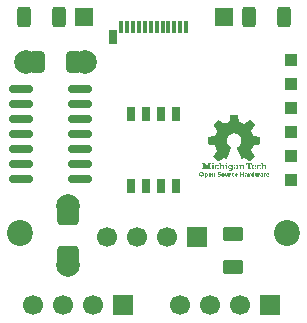
<source format=gbr>
%TF.GenerationSoftware,KiCad,Pcbnew,9.0.4*%
%TF.CreationDate,2025-10-27T13:57:54-04:00*%
%TF.ProjectId,USBC_I2C,55534243-5f49-4324-932e-6b696361645f,rev?*%
%TF.SameCoordinates,Original*%
%TF.FileFunction,Soldermask,Top*%
%TF.FilePolarity,Negative*%
%FSLAX46Y46*%
G04 Gerber Fmt 4.6, Leading zero omitted, Abs format (unit mm)*
G04 Created by KiCad (PCBNEW 9.0.4) date 2025-10-27 13:57:54*
%MOMM*%
%LPD*%
G01*
G04 APERTURE LIST*
G04 Aperture macros list*
%AMRoundRect*
0 Rectangle with rounded corners*
0 $1 Rounding radius*
0 $2 $3 $4 $5 $6 $7 $8 $9 X,Y pos of 4 corners*
0 Add a 4 corners polygon primitive as box body*
4,1,4,$2,$3,$4,$5,$6,$7,$8,$9,$2,$3,0*
0 Add four circle primitives for the rounded corners*
1,1,$1+$1,$2,$3*
1,1,$1+$1,$4,$5*
1,1,$1+$1,$6,$7*
1,1,$1+$1,$8,$9*
0 Add four rect primitives between the rounded corners*
20,1,$1+$1,$2,$3,$4,$5,0*
20,1,$1+$1,$4,$5,$6,$7,0*
20,1,$1+$1,$6,$7,$8,$9,0*
20,1,$1+$1,$8,$9,$2,$3,0*%
G04 Aperture macros list end*
%ADD10C,0.000000*%
%ADD11R,0.700000X1.150000*%
%ADD12R,0.380000X1.000000*%
%ADD13R,1.700000X1.700000*%
%ADD14C,1.700000*%
%ADD15R,1.500000X1.500000*%
%ADD16R,1.000000X1.000000*%
%ADD17C,2.200000*%
%ADD18RoundRect,0.250000X-0.625000X0.375000X-0.625000X-0.375000X0.625000X-0.375000X0.625000X0.375000X0*%
%ADD19C,2.000000*%
%ADD20RoundRect,0.250000X0.650000X-0.412500X0.650000X0.412500X-0.650000X0.412500X-0.650000X-0.412500X0*%
%ADD21RoundRect,0.190000X-0.190000X0.435000X-0.190000X-0.435000X0.190000X-0.435000X0.190000X0.435000X0*%
%ADD22RoundRect,0.250000X-0.312500X-0.625000X0.312500X-0.625000X0.312500X0.625000X-0.312500X0.625000X0*%
%ADD23RoundRect,0.250000X0.412500X0.650000X-0.412500X0.650000X-0.412500X-0.650000X0.412500X-0.650000X0*%
%ADD24RoundRect,0.150000X-0.825000X-0.150000X0.825000X-0.150000X0.825000X0.150000X-0.825000X0.150000X0*%
%ADD25RoundRect,0.250000X0.312500X0.625000X-0.312500X0.625000X-0.312500X-0.625000X0.312500X-0.625000X0*%
G04 APERTURE END LIST*
D10*
%TO.C,G\u002A\u002A\u002A*%
G36*
X104228350Y-71531271D02*
G01*
X104228350Y-71602483D01*
X104300756Y-71602483D01*
X104373161Y-71602483D01*
X104373161Y-71531271D01*
X104373161Y-71460059D01*
X104419310Y-71460059D01*
X104465458Y-71460059D01*
X104465458Y-71648233D01*
X104465458Y-71836408D01*
X104419310Y-71836408D01*
X104373161Y-71836408D01*
X104373161Y-71758035D01*
X104373161Y-71679662D01*
X104300756Y-71679662D01*
X104228350Y-71679662D01*
X104228350Y-71758035D01*
X104228350Y-71836408D01*
X104182202Y-71836408D01*
X104136053Y-71836408D01*
X104136053Y-71648233D01*
X104136053Y-71460059D01*
X104182202Y-71460059D01*
X104228350Y-71460059D01*
X104228350Y-71531271D01*
G37*
G36*
X101882731Y-71000911D02*
G01*
X101882731Y-71162383D01*
X101886113Y-71162811D01*
X101887841Y-71162979D01*
X101890895Y-71163220D01*
X101895011Y-71163518D01*
X101899925Y-71163852D01*
X101905374Y-71164205D01*
X101909386Y-71164454D01*
X101915111Y-71164811D01*
X101920539Y-71165164D01*
X101925395Y-71165495D01*
X101929402Y-71165783D01*
X101932283Y-71166011D01*
X101933455Y-71166120D01*
X101937632Y-71166573D01*
X101937632Y-71199934D01*
X101937632Y-71233294D01*
X101834196Y-71233294D01*
X101730759Y-71233294D01*
X101730759Y-71199954D01*
X101730759Y-71166615D01*
X101735334Y-71166144D01*
X101737389Y-71165968D01*
X101740757Y-71165720D01*
X101745166Y-71165418D01*
X101750339Y-71165082D01*
X101756004Y-71164728D01*
X101760597Y-71164452D01*
X101766370Y-71164103D01*
X101771790Y-71163759D01*
X101776600Y-71163438D01*
X101780545Y-71163157D01*
X101783368Y-71162934D01*
X101784666Y-71162807D01*
X101788047Y-71162383D01*
X101788047Y-71036074D01*
X101788047Y-70909765D01*
X101761193Y-70908399D01*
X101754743Y-70908074D01*
X101748743Y-70907778D01*
X101743394Y-70907520D01*
X101738894Y-70907310D01*
X101735444Y-70907156D01*
X101733242Y-70907069D01*
X101732550Y-70907053D01*
X101730759Y-70907072D01*
X101730759Y-70873256D01*
X101730759Y-70839440D01*
X101806745Y-70839440D01*
X101882731Y-70839440D01*
X101882731Y-71000911D01*
G37*
G36*
X103034853Y-71000911D02*
G01*
X103034853Y-71162383D01*
X103038235Y-71162811D01*
X103039964Y-71162979D01*
X103043018Y-71163220D01*
X103047133Y-71163518D01*
X103052047Y-71163852D01*
X103057496Y-71164205D01*
X103061508Y-71164454D01*
X103067233Y-71164811D01*
X103072662Y-71165164D01*
X103077517Y-71165495D01*
X103081524Y-71165783D01*
X103084405Y-71166011D01*
X103085577Y-71166120D01*
X103089754Y-71166573D01*
X103089754Y-71199934D01*
X103089754Y-71233294D01*
X102986716Y-71233294D01*
X102883677Y-71233294D01*
X102883677Y-71199934D01*
X102883677Y-71166573D01*
X102887854Y-71166129D01*
X102889794Y-71165960D01*
X102893053Y-71165718D01*
X102897364Y-71165421D01*
X102902460Y-71165088D01*
X102908070Y-71164735D01*
X102912719Y-71164454D01*
X102918492Y-71164102D01*
X102923912Y-71163757D01*
X102928723Y-71163434D01*
X102932667Y-71163153D01*
X102935490Y-71162930D01*
X102936788Y-71162803D01*
X102940169Y-71162383D01*
X102940169Y-71035921D01*
X102940169Y-70909459D01*
X102935992Y-70909441D01*
X102934053Y-70909392D01*
X102930794Y-70909263D01*
X102926483Y-70909067D01*
X102921388Y-70908816D01*
X102915777Y-70908523D01*
X102911128Y-70908269D01*
X102905355Y-70907953D01*
X102899935Y-70907669D01*
X102895124Y-70907428D01*
X102891180Y-70907244D01*
X102888357Y-70907128D01*
X102887059Y-70907093D01*
X102883677Y-70907072D01*
X102883677Y-70873256D01*
X102883677Y-70839440D01*
X102959265Y-70839440D01*
X103034853Y-70839440D01*
X103034853Y-71000911D01*
G37*
G36*
X102993529Y-70678361D02*
G01*
X102999654Y-70678480D01*
X103005056Y-70678683D01*
X103009447Y-70678971D01*
X103012448Y-70679331D01*
X103019902Y-70681040D01*
X103025995Y-70683402D01*
X103030862Y-70686524D01*
X103034638Y-70690513D01*
X103037458Y-70695477D01*
X103039246Y-70700708D01*
X103039786Y-70703622D01*
X103040250Y-70707817D01*
X103040630Y-70712986D01*
X103040919Y-70718820D01*
X103041109Y-70725010D01*
X103041192Y-70731249D01*
X103041162Y-70737229D01*
X103041010Y-70742640D01*
X103040729Y-70747174D01*
X103040443Y-70749720D01*
X103038957Y-70756964D01*
X103036729Y-70762910D01*
X103033628Y-70767690D01*
X103029521Y-70771434D01*
X103024276Y-70774274D01*
X103017761Y-70776341D01*
X103012575Y-70777366D01*
X103009604Y-70777705D01*
X103005357Y-70777997D01*
X103000147Y-70778238D01*
X102994289Y-70778421D01*
X102988096Y-70778542D01*
X102981883Y-70778594D01*
X102975964Y-70778573D01*
X102970653Y-70778473D01*
X102966263Y-70778289D01*
X102964835Y-70778190D01*
X102956882Y-70777327D01*
X102950290Y-70776084D01*
X102944860Y-70774392D01*
X102940393Y-70772179D01*
X102936688Y-70769375D01*
X102934997Y-70767662D01*
X102932615Y-70764534D01*
X102930749Y-70760911D01*
X102929315Y-70756527D01*
X102928229Y-70751117D01*
X102927404Y-70744416D01*
X102927333Y-70743669D01*
X102926991Y-70738404D01*
X102926835Y-70732361D01*
X102926856Y-70725924D01*
X102927040Y-70719474D01*
X102927376Y-70713394D01*
X102927852Y-70708068D01*
X102928457Y-70703877D01*
X102928578Y-70703277D01*
X102930490Y-70696803D01*
X102933284Y-70691479D01*
X102937079Y-70687197D01*
X102941994Y-70683852D01*
X102948148Y-70681334D01*
X102954712Y-70679713D01*
X102957800Y-70679300D01*
X102962189Y-70678956D01*
X102967589Y-70678685D01*
X102973712Y-70678488D01*
X102980270Y-70678367D01*
X102986971Y-70678324D01*
X102993529Y-70678361D01*
G37*
G36*
X101836951Y-70678136D02*
G01*
X101843606Y-70678314D01*
X101849883Y-70678597D01*
X101855462Y-70678975D01*
X101860020Y-70679442D01*
X101862630Y-70679857D01*
X101869641Y-70681720D01*
X101875313Y-70684281D01*
X101879800Y-70687680D01*
X101883254Y-70692058D01*
X101885828Y-70697556D01*
X101887293Y-70702586D01*
X101887827Y-70705827D01*
X101888245Y-70710314D01*
X101888546Y-70715739D01*
X101888731Y-70721794D01*
X101888799Y-70728169D01*
X101888751Y-70734556D01*
X101888586Y-70740647D01*
X101888306Y-70746133D01*
X101887908Y-70750705D01*
X101887395Y-70754055D01*
X101887289Y-70754510D01*
X101885461Y-70760263D01*
X101883144Y-70765163D01*
X101880501Y-70768882D01*
X101879822Y-70769576D01*
X101876562Y-70771942D01*
X101872146Y-70774114D01*
X101867007Y-70775907D01*
X101862215Y-70777029D01*
X101859572Y-70777363D01*
X101855648Y-70777680D01*
X101850751Y-70777969D01*
X101845191Y-70778221D01*
X101839278Y-70778426D01*
X101833320Y-70778573D01*
X101827628Y-70778655D01*
X101822511Y-70778659D01*
X101818278Y-70778577D01*
X101816293Y-70778483D01*
X101807343Y-70777684D01*
X101799814Y-70776479D01*
X101793568Y-70774787D01*
X101788466Y-70772524D01*
X101784371Y-70769610D01*
X101781146Y-70765961D01*
X101778652Y-70761495D01*
X101776752Y-70756130D01*
X101776350Y-70754625D01*
X101775824Y-70751578D01*
X101775409Y-70747252D01*
X101775105Y-70741953D01*
X101774914Y-70735987D01*
X101774834Y-70729659D01*
X101774867Y-70723277D01*
X101775011Y-70717146D01*
X101775268Y-70711571D01*
X101775638Y-70706860D01*
X101776120Y-70703317D01*
X101776326Y-70702370D01*
X101778097Y-70696706D01*
X101780387Y-70692006D01*
X101783347Y-70688172D01*
X101787125Y-70685108D01*
X101791874Y-70682714D01*
X101797744Y-70680895D01*
X101804886Y-70679552D01*
X101812993Y-70678627D01*
X101817940Y-70678308D01*
X101823797Y-70678125D01*
X101830241Y-70678071D01*
X101836951Y-70678136D01*
G37*
G36*
X103378482Y-71564434D02*
G01*
X103382977Y-71564722D01*
X103386698Y-71565184D01*
X103389363Y-71565814D01*
X103390597Y-71566491D01*
X103390659Y-71567368D01*
X103390643Y-71569646D01*
X103390557Y-71573136D01*
X103390410Y-71577649D01*
X103390210Y-71582997D01*
X103389967Y-71588992D01*
X103389690Y-71595444D01*
X103389387Y-71602166D01*
X103389067Y-71608969D01*
X103388739Y-71615664D01*
X103388412Y-71622063D01*
X103388095Y-71627977D01*
X103387796Y-71633218D01*
X103387524Y-71637598D01*
X103387289Y-71640927D01*
X103387099Y-71643018D01*
X103386978Y-71643682D01*
X103386045Y-71643748D01*
X103384040Y-71643508D01*
X103381981Y-71643130D01*
X103375867Y-71642206D01*
X103368967Y-71641726D01*
X103361939Y-71641705D01*
X103355439Y-71642154D01*
X103352578Y-71642561D01*
X103346119Y-71643921D01*
X103340657Y-71645650D01*
X103335606Y-71647972D01*
X103330632Y-71650945D01*
X103322813Y-71656879D01*
X103316344Y-71663617D01*
X103311176Y-71671233D01*
X103307259Y-71679800D01*
X103304544Y-71689390D01*
X103304499Y-71689608D01*
X103304239Y-71690940D01*
X103304011Y-71692344D01*
X103303813Y-71693926D01*
X103303643Y-71695797D01*
X103303499Y-71698064D01*
X103303378Y-71700836D01*
X103303278Y-71704221D01*
X103303198Y-71708329D01*
X103303136Y-71713266D01*
X103303088Y-71719143D01*
X103303053Y-71726067D01*
X103303030Y-71734146D01*
X103303015Y-71743490D01*
X103303007Y-71754207D01*
X103303003Y-71766405D01*
X103303003Y-71766588D01*
X103302992Y-71836408D01*
X103258833Y-71836408D01*
X103214674Y-71836408D01*
X103214674Y-71704328D01*
X103214674Y-71572247D01*
X103257242Y-71572247D01*
X103299810Y-71572247D01*
X103299810Y-71590713D01*
X103299810Y-71609179D01*
X103303720Y-71602847D01*
X103310358Y-71593448D01*
X103317901Y-71585232D01*
X103326249Y-71578270D01*
X103335306Y-71572633D01*
X103344974Y-71568393D01*
X103354299Y-71565793D01*
X103358421Y-71565130D01*
X103363183Y-71564668D01*
X103368303Y-71564401D01*
X103373497Y-71564325D01*
X103378482Y-71564434D01*
G37*
G36*
X105000047Y-71564434D02*
G01*
X105004542Y-71564722D01*
X105008262Y-71565184D01*
X105010927Y-71565814D01*
X105012161Y-71566491D01*
X105012224Y-71567368D01*
X105012208Y-71569646D01*
X105012121Y-71573136D01*
X105011974Y-71577649D01*
X105011775Y-71582997D01*
X105011532Y-71588992D01*
X105011255Y-71595444D01*
X105010952Y-71602166D01*
X105010632Y-71608969D01*
X105010304Y-71615664D01*
X105009977Y-71622063D01*
X105009659Y-71627977D01*
X105009360Y-71633218D01*
X105009089Y-71637598D01*
X105008853Y-71640927D01*
X105008663Y-71643018D01*
X105008542Y-71643682D01*
X105007609Y-71643748D01*
X105005604Y-71643508D01*
X105003546Y-71643130D01*
X104997431Y-71642206D01*
X104990532Y-71641726D01*
X104983504Y-71641705D01*
X104977004Y-71642154D01*
X104974143Y-71642561D01*
X104967683Y-71643921D01*
X104962221Y-71645650D01*
X104957171Y-71647972D01*
X104952197Y-71650945D01*
X104944378Y-71656879D01*
X104937908Y-71663617D01*
X104932740Y-71671233D01*
X104928823Y-71679800D01*
X104926109Y-71689390D01*
X104926063Y-71689608D01*
X104925803Y-71690940D01*
X104925576Y-71692344D01*
X104925378Y-71693926D01*
X104925207Y-71695797D01*
X104925063Y-71698064D01*
X104924942Y-71700836D01*
X104924843Y-71704221D01*
X104924763Y-71708329D01*
X104924700Y-71713266D01*
X104924652Y-71719143D01*
X104924618Y-71726067D01*
X104924594Y-71734146D01*
X104924579Y-71743490D01*
X104924571Y-71754207D01*
X104924567Y-71766405D01*
X104924567Y-71766588D01*
X104924557Y-71836408D01*
X104880397Y-71836408D01*
X104836238Y-71836408D01*
X104836238Y-71704328D01*
X104836238Y-71572247D01*
X104878806Y-71572247D01*
X104921374Y-71572247D01*
X104921374Y-71590713D01*
X104921374Y-71609179D01*
X104925284Y-71602847D01*
X104931923Y-71593448D01*
X104939465Y-71585232D01*
X104947813Y-71578270D01*
X104956870Y-71572633D01*
X104966538Y-71568393D01*
X104975863Y-71565793D01*
X104979986Y-71565130D01*
X104984748Y-71564668D01*
X104989867Y-71564401D01*
X104995061Y-71564325D01*
X105000047Y-71564434D01*
G37*
G36*
X106312098Y-71564434D02*
G01*
X106316592Y-71564722D01*
X106320313Y-71565184D01*
X106322978Y-71565814D01*
X106324212Y-71566491D01*
X106324275Y-71567368D01*
X106324258Y-71569646D01*
X106324172Y-71573136D01*
X106324025Y-71577649D01*
X106323826Y-71582997D01*
X106323583Y-71588992D01*
X106323305Y-71595444D01*
X106323002Y-71602166D01*
X106322683Y-71608969D01*
X106322355Y-71615664D01*
X106322028Y-71622063D01*
X106321710Y-71627977D01*
X106321411Y-71633218D01*
X106321140Y-71637598D01*
X106320904Y-71640927D01*
X106320714Y-71643018D01*
X106320593Y-71643682D01*
X106319660Y-71643748D01*
X106317655Y-71643508D01*
X106315596Y-71643130D01*
X106309482Y-71642206D01*
X106302582Y-71641726D01*
X106295555Y-71641705D01*
X106289055Y-71642154D01*
X106286194Y-71642561D01*
X106279734Y-71643921D01*
X106274272Y-71645650D01*
X106269222Y-71647972D01*
X106264248Y-71650945D01*
X106256428Y-71656879D01*
X106249959Y-71663617D01*
X106244791Y-71671233D01*
X106240874Y-71679800D01*
X106238159Y-71689390D01*
X106238114Y-71689608D01*
X106237854Y-71690940D01*
X106237626Y-71692344D01*
X106237428Y-71693926D01*
X106237258Y-71695797D01*
X106237114Y-71698064D01*
X106236993Y-71700836D01*
X106236894Y-71704221D01*
X106236814Y-71708329D01*
X106236751Y-71713266D01*
X106236703Y-71719143D01*
X106236669Y-71726067D01*
X106236645Y-71734146D01*
X106236630Y-71743490D01*
X106236622Y-71754207D01*
X106236618Y-71766405D01*
X106236618Y-71766588D01*
X106236608Y-71836408D01*
X106192448Y-71836408D01*
X106148289Y-71836408D01*
X106148289Y-71704328D01*
X106148289Y-71572247D01*
X106190857Y-71572247D01*
X106233425Y-71572247D01*
X106233425Y-71590713D01*
X106233425Y-71609179D01*
X106237335Y-71602847D01*
X106243974Y-71593448D01*
X106251516Y-71585232D01*
X106259864Y-71578270D01*
X106268921Y-71572633D01*
X106278589Y-71568393D01*
X106287914Y-71565793D01*
X106292036Y-71565130D01*
X106296799Y-71564668D01*
X106301918Y-71564401D01*
X106307112Y-71564325D01*
X106312098Y-71564434D01*
G37*
G36*
X102975407Y-71650813D02*
G01*
X102975463Y-71664460D01*
X102975518Y-71676615D01*
X102975576Y-71687378D01*
X102975644Y-71696848D01*
X102975727Y-71705123D01*
X102975833Y-71712304D01*
X102975966Y-71718489D01*
X102976134Y-71723779D01*
X102976342Y-71728272D01*
X102976596Y-71732067D01*
X102976903Y-71735264D01*
X102977268Y-71737963D01*
X102977699Y-71740262D01*
X102978199Y-71742262D01*
X102978777Y-71744060D01*
X102979438Y-71745758D01*
X102980188Y-71747453D01*
X102981033Y-71749245D01*
X102981521Y-71750267D01*
X102985395Y-71756989D01*
X102989982Y-71762312D01*
X102995363Y-71766298D01*
X103001620Y-71769011D01*
X103008000Y-71770404D01*
X103016131Y-71770798D01*
X103024009Y-71769789D01*
X103031423Y-71767449D01*
X103038164Y-71763851D01*
X103044020Y-71759068D01*
X103045638Y-71757339D01*
X103049151Y-71752581D01*
X103052435Y-71746740D01*
X103055250Y-71740324D01*
X103057356Y-71733842D01*
X103057956Y-71731297D01*
X103058214Y-71729983D01*
X103058442Y-71728631D01*
X103058641Y-71727137D01*
X103058814Y-71725397D01*
X103058962Y-71723308D01*
X103059087Y-71720767D01*
X103059191Y-71717670D01*
X103059277Y-71713914D01*
X103059345Y-71709395D01*
X103059399Y-71704009D01*
X103059439Y-71697653D01*
X103059467Y-71690224D01*
X103059487Y-71681618D01*
X103059499Y-71671732D01*
X103059506Y-71660462D01*
X103059509Y-71647705D01*
X103059509Y-71647637D01*
X103059519Y-71571452D01*
X103104076Y-71571452D01*
X103148634Y-71571452D01*
X103148634Y-71703930D01*
X103148634Y-71836408D01*
X103105683Y-71836408D01*
X103062733Y-71836408D01*
X103062518Y-71819214D01*
X103062304Y-71802020D01*
X103058326Y-71807862D01*
X103053259Y-71814349D01*
X103047209Y-71820549D01*
X103040733Y-71825911D01*
X103038681Y-71827347D01*
X103031903Y-71831354D01*
X103024058Y-71835135D01*
X103015668Y-71838474D01*
X103007257Y-71841157D01*
X103002118Y-71842426D01*
X102998072Y-71843070D01*
X102992907Y-71843562D01*
X102987091Y-71843885D01*
X102981093Y-71844024D01*
X102975378Y-71843965D01*
X102970414Y-71843692D01*
X102968690Y-71843513D01*
X102956621Y-71841269D01*
X102945302Y-71837629D01*
X102934775Y-71832620D01*
X102925082Y-71826267D01*
X102916264Y-71818596D01*
X102908363Y-71809633D01*
X102903780Y-71803190D01*
X102900337Y-71797576D01*
X102897554Y-71792170D01*
X102895205Y-71786456D01*
X102893066Y-71779918D01*
X102892054Y-71776359D01*
X102891217Y-71773320D01*
X102890469Y-71770572D01*
X102889803Y-71768013D01*
X102889215Y-71765543D01*
X102888701Y-71763062D01*
X102888254Y-71760469D01*
X102887872Y-71757663D01*
X102887548Y-71754544D01*
X102887277Y-71751011D01*
X102887056Y-71746964D01*
X102886878Y-71742302D01*
X102886740Y-71736925D01*
X102886636Y-71730731D01*
X102886562Y-71723620D01*
X102886512Y-71715492D01*
X102886482Y-71706247D01*
X102886467Y-71695782D01*
X102886462Y-71683999D01*
X102886462Y-71670796D01*
X102886462Y-71660566D01*
X102886462Y-71571850D01*
X102930769Y-71571644D01*
X102975076Y-71571438D01*
X102975407Y-71650813D01*
G37*
G36*
X101949684Y-71564481D02*
G01*
X101951158Y-71564523D01*
X101960082Y-71565007D01*
X101967838Y-71565922D01*
X101974811Y-71567351D01*
X101981388Y-71569376D01*
X101987952Y-71572079D01*
X101989105Y-71572616D01*
X101999550Y-71578327D01*
X102008834Y-71585026D01*
X102016975Y-71592745D01*
X102023994Y-71601514D01*
X102029907Y-71611363D01*
X102034735Y-71622322D01*
X102038495Y-71634422D01*
X102041207Y-71647693D01*
X102042652Y-71659373D01*
X102042778Y-71661576D01*
X102042896Y-71665285D01*
X102043005Y-71670410D01*
X102043104Y-71676866D01*
X102043192Y-71684565D01*
X102043269Y-71693420D01*
X102043333Y-71703345D01*
X102043385Y-71714252D01*
X102043423Y-71726055D01*
X102043447Y-71738666D01*
X102043455Y-71751998D01*
X102043455Y-71752266D01*
X102043455Y-71836408D01*
X101998898Y-71836408D01*
X101954341Y-71836408D01*
X101954341Y-71764118D01*
X101954332Y-71751948D01*
X101954304Y-71740373D01*
X101954259Y-71729501D01*
X101954198Y-71719438D01*
X101954123Y-71710292D01*
X101954033Y-71702171D01*
X101953931Y-71695183D01*
X101953816Y-71689435D01*
X101953691Y-71685035D01*
X101953557Y-71682090D01*
X101953520Y-71681568D01*
X101952331Y-71671865D01*
X101950401Y-71663481D01*
X101947688Y-71656304D01*
X101944152Y-71650222D01*
X101940031Y-71645397D01*
X101936045Y-71642063D01*
X101931732Y-71639672D01*
X101926792Y-71638125D01*
X101920921Y-71637324D01*
X101914956Y-71637156D01*
X101910312Y-71637273D01*
X101906733Y-71637598D01*
X101903700Y-71638199D01*
X101901119Y-71638992D01*
X101894975Y-71641782D01*
X101889125Y-71645631D01*
X101884170Y-71650134D01*
X101883585Y-71650790D01*
X101880639Y-71654815D01*
X101877708Y-71659934D01*
X101875030Y-71665667D01*
X101872844Y-71671533D01*
X101872193Y-71673695D01*
X101871900Y-71674759D01*
X101871641Y-71675796D01*
X101871413Y-71676904D01*
X101871214Y-71678185D01*
X101871042Y-71679738D01*
X101870895Y-71681663D01*
X101870769Y-71684062D01*
X101870663Y-71687034D01*
X101870574Y-71690679D01*
X101870499Y-71695097D01*
X101870437Y-71700390D01*
X101870385Y-71706657D01*
X101870341Y-71713998D01*
X101870302Y-71722514D01*
X101870265Y-71732304D01*
X101870230Y-71743470D01*
X101870192Y-71756111D01*
X101870186Y-71758234D01*
X101869956Y-71836408D01*
X101825421Y-71836408D01*
X101780886Y-71836408D01*
X101780886Y-71703930D01*
X101780886Y-71607654D01*
X101866022Y-71607654D01*
X101866420Y-71608052D01*
X101866818Y-71607654D01*
X101866420Y-71607257D01*
X101866022Y-71607654D01*
X101780886Y-71607654D01*
X101780886Y-71571452D01*
X101823852Y-71571452D01*
X101866818Y-71571452D01*
X101866818Y-71589141D01*
X101866818Y-71606830D01*
X101868940Y-71603662D01*
X101871281Y-71600422D01*
X101874203Y-71596750D01*
X101877364Y-71593042D01*
X101880422Y-71589693D01*
X101883036Y-71587100D01*
X101883837Y-71586400D01*
X101891215Y-71581025D01*
X101899804Y-71576041D01*
X101909238Y-71571644D01*
X101917228Y-71568653D01*
X101922489Y-71567009D01*
X101927284Y-71565809D01*
X101932007Y-71565004D01*
X101937052Y-71564546D01*
X101942813Y-71564388D01*
X101949684Y-71564481D01*
G37*
G36*
X105318411Y-71635503D02*
G01*
X105318411Y-71836408D01*
X105277434Y-71836408D01*
X105236457Y-71836408D01*
X105236457Y-71819620D01*
X105236457Y-71802832D01*
X105232894Y-71807573D01*
X105225938Y-71815534D01*
X105217754Y-71822634D01*
X105208488Y-71828819D01*
X105198281Y-71834037D01*
X105187279Y-71838236D01*
X105175624Y-71841362D01*
X105163460Y-71843363D01*
X105150931Y-71844186D01*
X105138181Y-71843779D01*
X105135081Y-71843489D01*
X105124346Y-71841940D01*
X105114503Y-71839578D01*
X105104986Y-71836236D01*
X105095234Y-71831745D01*
X105094736Y-71831490D01*
X105082929Y-71824540D01*
X105071953Y-71816279D01*
X105061906Y-71806807D01*
X105052887Y-71796225D01*
X105044992Y-71784634D01*
X105039573Y-71774744D01*
X105033365Y-71760394D01*
X105028625Y-71745562D01*
X105025352Y-71730377D01*
X105023548Y-71714970D01*
X105023338Y-71705234D01*
X105108975Y-71705234D01*
X105109944Y-71715111D01*
X105112042Y-71724889D01*
X105115213Y-71734223D01*
X105119405Y-71742771D01*
X105119561Y-71743037D01*
X105122294Y-71746945D01*
X105125993Y-71751230D01*
X105130241Y-71755479D01*
X105134622Y-71759281D01*
X105138718Y-71762224D01*
X105139392Y-71762630D01*
X105147832Y-71766640D01*
X105156927Y-71769309D01*
X105166419Y-71770600D01*
X105176050Y-71770477D01*
X105184594Y-71769133D01*
X105193425Y-71766307D01*
X105201788Y-71762058D01*
X105209452Y-71756536D01*
X105216185Y-71749890D01*
X105218304Y-71747294D01*
X105221566Y-71742489D01*
X105224776Y-71736761D01*
X105227677Y-71730649D01*
X105230010Y-71724692D01*
X105231427Y-71719843D01*
X105232340Y-71714217D01*
X105232806Y-71707706D01*
X105232829Y-71700845D01*
X105232419Y-71694173D01*
X105231580Y-71688224D01*
X105230987Y-71685630D01*
X105227631Y-71675890D01*
X105223072Y-71666931D01*
X105217421Y-71658887D01*
X105210785Y-71651895D01*
X105203274Y-71646090D01*
X105195829Y-71641979D01*
X105189066Y-71639272D01*
X105182562Y-71637563D01*
X105175692Y-71636723D01*
X105170019Y-71636582D01*
X105160094Y-71637313D01*
X105150973Y-71639380D01*
X105142547Y-71642819D01*
X105135113Y-71647365D01*
X105128316Y-71653008D01*
X105122611Y-71659423D01*
X105117899Y-71666771D01*
X105114078Y-71675214D01*
X105111048Y-71684912D01*
X105110639Y-71686553D01*
X105109188Y-71695600D01*
X105108975Y-71705234D01*
X105023338Y-71705234D01*
X105023214Y-71699470D01*
X105024349Y-71684008D01*
X105026956Y-71668714D01*
X105031033Y-71653717D01*
X105036584Y-71639148D01*
X105038804Y-71634319D01*
X105045696Y-71621685D01*
X105053669Y-71610153D01*
X105062660Y-71599774D01*
X105072611Y-71590597D01*
X105083461Y-71582669D01*
X105095147Y-71576042D01*
X105107612Y-71570764D01*
X105120792Y-71566884D01*
X105122212Y-71566561D01*
X105127447Y-71565668D01*
X105133832Y-71565000D01*
X105140940Y-71564567D01*
X105148344Y-71564380D01*
X105155618Y-71564448D01*
X105162335Y-71564782D01*
X105168067Y-71565392D01*
X105168430Y-71565446D01*
X105180404Y-71568093D01*
X105192026Y-71572243D01*
X105203143Y-71577818D01*
X105213603Y-71584744D01*
X105223130Y-71592825D01*
X105229296Y-71598715D01*
X105229296Y-71516656D01*
X105229296Y-71434597D01*
X105273854Y-71434597D01*
X105318411Y-71434597D01*
X105318411Y-71635503D01*
G37*
G36*
X102707624Y-71564034D02*
G01*
X102713749Y-71564780D01*
X102728946Y-71567670D01*
X102743722Y-71572080D01*
X102758138Y-71578029D01*
X102764328Y-71581111D01*
X102772405Y-71585641D01*
X102779597Y-71590369D01*
X102786433Y-71595675D01*
X102793438Y-71601942D01*
X102794423Y-71602880D01*
X102804201Y-71613280D01*
X102812654Y-71624499D01*
X102819910Y-71636711D01*
X102820704Y-71638248D01*
X102825297Y-71648004D01*
X102828901Y-71657425D01*
X102831634Y-71666946D01*
X102833616Y-71676997D01*
X102834965Y-71688013D01*
X102835243Y-71691303D01*
X102835669Y-71701575D01*
X102835438Y-71712244D01*
X102834585Y-71722724D01*
X102833144Y-71732427D01*
X102832746Y-71734424D01*
X102829028Y-71748295D01*
X102823802Y-71761777D01*
X102817128Y-71774747D01*
X102809064Y-71787084D01*
X102802949Y-71794895D01*
X102793613Y-71804815D01*
X102783066Y-71813840D01*
X102771465Y-71821887D01*
X102758966Y-71828879D01*
X102745725Y-71834733D01*
X102731898Y-71839370D01*
X102717641Y-71842710D01*
X102706872Y-71844302D01*
X102702151Y-71844680D01*
X102696328Y-71844921D01*
X102689880Y-71845027D01*
X102683288Y-71844997D01*
X102677029Y-71844833D01*
X102671582Y-71844533D01*
X102668848Y-71844283D01*
X102655296Y-71842154D01*
X102642237Y-71838825D01*
X102629323Y-71834192D01*
X102617527Y-71828816D01*
X102608608Y-71824080D01*
X102600795Y-71819262D01*
X102593624Y-71814030D01*
X102586628Y-71808050D01*
X102580934Y-71802592D01*
X102573735Y-71794980D01*
X102567639Y-71787523D01*
X102562293Y-71779732D01*
X102557346Y-71771118D01*
X102555129Y-71766787D01*
X102549976Y-71755269D01*
X102546036Y-71743812D01*
X102543239Y-71732097D01*
X102541511Y-71719803D01*
X102540781Y-71706610D01*
X102540781Y-71706603D01*
X102626925Y-71706603D01*
X102627811Y-71714671D01*
X102630346Y-71725414D01*
X102634004Y-71735174D01*
X102638727Y-71743890D01*
X102644461Y-71751503D01*
X102651147Y-71757952D01*
X102658732Y-71763179D01*
X102667157Y-71767122D01*
X102676367Y-71769723D01*
X102680089Y-71770351D01*
X102686109Y-71770767D01*
X102692866Y-71770544D01*
X102699657Y-71769726D01*
X102704408Y-71768737D01*
X102712746Y-71765980D01*
X102720099Y-71762159D01*
X102726811Y-71757089D01*
X102728029Y-71755981D01*
X102735205Y-71748252D01*
X102740970Y-71739789D01*
X102745320Y-71730598D01*
X102748254Y-71720687D01*
X102749769Y-71710063D01*
X102749995Y-71703643D01*
X102749305Y-71693020D01*
X102747300Y-71682898D01*
X102744038Y-71673436D01*
X102739578Y-71664797D01*
X102733978Y-71657142D01*
X102732724Y-71655742D01*
X102725546Y-71649050D01*
X102717731Y-71643808D01*
X102709247Y-71640002D01*
X102700064Y-71637618D01*
X102690150Y-71636644D01*
X102687944Y-71636618D01*
X102677785Y-71637346D01*
X102668350Y-71639482D01*
X102659655Y-71643019D01*
X102651714Y-71647954D01*
X102650355Y-71648999D01*
X102644228Y-71654824D01*
X102638895Y-71661840D01*
X102634434Y-71669811D01*
X102630927Y-71678507D01*
X102628453Y-71687692D01*
X102627092Y-71697136D01*
X102626925Y-71706603D01*
X102540781Y-71706603D01*
X102540746Y-71702736D01*
X102541464Y-71687309D01*
X102543621Y-71672556D01*
X102547223Y-71658464D01*
X102552275Y-71645016D01*
X102558783Y-71632198D01*
X102566753Y-71619994D01*
X102574485Y-71610316D01*
X102584079Y-71600482D01*
X102594781Y-71591713D01*
X102606484Y-71584044D01*
X102619084Y-71577508D01*
X102632475Y-71572141D01*
X102646553Y-71567977D01*
X102661212Y-71565049D01*
X102676347Y-71563393D01*
X102691853Y-71563044D01*
X102707624Y-71564034D01*
G37*
G36*
X101297243Y-71564655D02*
G01*
X101307921Y-71565801D01*
X101317859Y-71567807D01*
X101327400Y-71570752D01*
X101336889Y-71574717D01*
X101342172Y-71577340D01*
X101354021Y-71584411D01*
X101364908Y-71592717D01*
X101374788Y-71602192D01*
X101383613Y-71612771D01*
X101391339Y-71624386D01*
X101397919Y-71636973D01*
X101403308Y-71650466D01*
X101407460Y-71664797D01*
X101409382Y-71674017D01*
X101410248Y-71680075D01*
X101410916Y-71687205D01*
X101411368Y-71694932D01*
X101411589Y-71702784D01*
X101411562Y-71710288D01*
X101411271Y-71716971D01*
X101410979Y-71720241D01*
X101408501Y-71736027D01*
X101404678Y-71751206D01*
X101399551Y-71765662D01*
X101393160Y-71779278D01*
X101386235Y-71790910D01*
X101379001Y-71800537D01*
X101370542Y-71809561D01*
X101361079Y-71817830D01*
X101350832Y-71825194D01*
X101340021Y-71831502D01*
X101328866Y-71836602D01*
X101317589Y-71840343D01*
X101312477Y-71841554D01*
X101299764Y-71843506D01*
X101287082Y-71844161D01*
X101274582Y-71843559D01*
X101262412Y-71841742D01*
X101250724Y-71838749D01*
X101239665Y-71834621D01*
X101229387Y-71829399D01*
X101220037Y-71823123D01*
X101211766Y-71815833D01*
X101209798Y-71813763D01*
X101204825Y-71808330D01*
X101204825Y-71886022D01*
X101204825Y-71963714D01*
X101160666Y-71963714D01*
X101116506Y-71963714D01*
X101116506Y-71767583D01*
X101116506Y-71703437D01*
X101201658Y-71703437D01*
X101202271Y-71711480D01*
X101203958Y-71720023D01*
X101206574Y-71728544D01*
X101209970Y-71736524D01*
X101212072Y-71740416D01*
X101215500Y-71745401D01*
X101219879Y-71750525D01*
X101224830Y-71755421D01*
X101229971Y-71759719D01*
X101234922Y-71763052D01*
X101236254Y-71763779D01*
X101245550Y-71767705D01*
X101255016Y-71770054D01*
X101264616Y-71770821D01*
X101274317Y-71770003D01*
X101281825Y-71768293D01*
X101287125Y-71766598D01*
X101291504Y-71764769D01*
X101295621Y-71762489D01*
X101299907Y-71759604D01*
X101304583Y-71755939D01*
X101308481Y-71752062D01*
X101312082Y-71747460D01*
X101314150Y-71744369D01*
X101318188Y-71737371D01*
X101321222Y-71730411D01*
X101323342Y-71723144D01*
X101324639Y-71715229D01*
X101325203Y-71706324D01*
X101325243Y-71702339D01*
X101325099Y-71695355D01*
X101324641Y-71689505D01*
X101323771Y-71684346D01*
X101322388Y-71679435D01*
X101320394Y-71674330D01*
X101317690Y-71668587D01*
X101317658Y-71668523D01*
X101315447Y-71664301D01*
X101313400Y-71661000D01*
X101311113Y-71658055D01*
X101308178Y-71654902D01*
X101307083Y-71653803D01*
X101301869Y-71649016D01*
X101296851Y-71645327D01*
X101291511Y-71642408D01*
X101285335Y-71639935D01*
X101284997Y-71639818D01*
X101275344Y-71637303D01*
X101265629Y-71636367D01*
X101255934Y-71637002D01*
X101246343Y-71639202D01*
X101236941Y-71642960D01*
X101235458Y-71643707D01*
X101231667Y-71646093D01*
X101227378Y-71649477D01*
X101222950Y-71653513D01*
X101218739Y-71657856D01*
X101215102Y-71662161D01*
X101212557Y-71665816D01*
X101209115Y-71672438D01*
X101206163Y-71679907D01*
X101203843Y-71687735D01*
X101202297Y-71695435D01*
X101201665Y-71702518D01*
X101201658Y-71703437D01*
X101116506Y-71703437D01*
X101116506Y-71571452D01*
X101158676Y-71571452D01*
X101200847Y-71571452D01*
X101200847Y-71587446D01*
X101200847Y-71603439D01*
X101206573Y-71597308D01*
X101214313Y-71589902D01*
X101223004Y-71583139D01*
X101232322Y-71577218D01*
X101241944Y-71572334D01*
X101251545Y-71568685D01*
X101255606Y-71567539D01*
X101261492Y-71566202D01*
X101267070Y-71565263D01*
X101272833Y-71564667D01*
X101279275Y-71564362D01*
X101285481Y-71564291D01*
X101297243Y-71564655D01*
G37*
G36*
X103557829Y-71563376D02*
G01*
X103566194Y-71563864D01*
X103574108Y-71564779D01*
X103582127Y-71566186D01*
X103590807Y-71568156D01*
X103592718Y-71568635D01*
X103599491Y-71570438D01*
X103605200Y-71572172D01*
X103610352Y-71574022D01*
X103615455Y-71576175D01*
X103621016Y-71578815D01*
X103622255Y-71579432D01*
X103631007Y-71584275D01*
X103638640Y-71589536D01*
X103644955Y-71594908D01*
X103649504Y-71599151D01*
X103647845Y-71601016D01*
X103646989Y-71601999D01*
X103645210Y-71604056D01*
X103642623Y-71607053D01*
X103639344Y-71610858D01*
X103635487Y-71615337D01*
X103631166Y-71620357D01*
X103626497Y-71625786D01*
X103623273Y-71629535D01*
X103618467Y-71635125D01*
X103613958Y-71640364D01*
X103609858Y-71645126D01*
X103606277Y-71649281D01*
X103603324Y-71652701D01*
X103601112Y-71655259D01*
X103599750Y-71656827D01*
X103599365Y-71657262D01*
X103598697Y-71657599D01*
X103597713Y-71657240D01*
X103596178Y-71656033D01*
X103593861Y-71653824D01*
X103593302Y-71653268D01*
X103588086Y-71648878D01*
X103581714Y-71644858D01*
X103574615Y-71641444D01*
X103567497Y-71638953D01*
X103562178Y-71637854D01*
X103556002Y-71637236D01*
X103549530Y-71637108D01*
X103543325Y-71637475D01*
X103537948Y-71638344D01*
X103536981Y-71638589D01*
X103528714Y-71641655D01*
X103520861Y-71646116D01*
X103513677Y-71651788D01*
X103507416Y-71658483D01*
X103504542Y-71662408D01*
X103499350Y-71671573D01*
X103495525Y-71681353D01*
X103493080Y-71691552D01*
X103492030Y-71701974D01*
X103492389Y-71712425D01*
X103494172Y-71722709D01*
X103497392Y-71732630D01*
X103499134Y-71736552D01*
X103504089Y-71745135D01*
X103510072Y-71752563D01*
X103516963Y-71758790D01*
X103524646Y-71763768D01*
X103533005Y-71767450D01*
X103541921Y-71769788D01*
X103551278Y-71770736D01*
X103560960Y-71770246D01*
X103570848Y-71768270D01*
X103574712Y-71767094D01*
X103582934Y-71763852D01*
X103589916Y-71759987D01*
X103595939Y-71755345D01*
X103596181Y-71755125D01*
X103598424Y-71753233D01*
X103600206Y-71752024D01*
X103601222Y-71751702D01*
X103601297Y-71751751D01*
X103602544Y-71753196D01*
X103604578Y-71755627D01*
X103607281Y-71758896D01*
X103610533Y-71762856D01*
X103614215Y-71767361D01*
X103618208Y-71772263D01*
X103622394Y-71777415D01*
X103626654Y-71782671D01*
X103630868Y-71787884D01*
X103634917Y-71792905D01*
X103638684Y-71797590D01*
X103642048Y-71801790D01*
X103644891Y-71805359D01*
X103647094Y-71808149D01*
X103648537Y-71810014D01*
X103649103Y-71810807D01*
X103649107Y-71810821D01*
X103648499Y-71811699D01*
X103646851Y-71813278D01*
X103644425Y-71815347D01*
X103641485Y-71817693D01*
X103638293Y-71820104D01*
X103635112Y-71822369D01*
X103633193Y-71823650D01*
X103624027Y-71828861D01*
X103613555Y-71833530D01*
X103601998Y-71837579D01*
X103589571Y-71840930D01*
X103578292Y-71843206D01*
X103574417Y-71843707D01*
X103569311Y-71844129D01*
X103563336Y-71844462D01*
X103556852Y-71844698D01*
X103550218Y-71844829D01*
X103543795Y-71844847D01*
X103537943Y-71844744D01*
X103533022Y-71844511D01*
X103530593Y-71844297D01*
X103514819Y-71841836D01*
X103499837Y-71838089D01*
X103485699Y-71833093D01*
X103472459Y-71826881D01*
X103460168Y-71819488D01*
X103448879Y-71810947D01*
X103438646Y-71801293D01*
X103429519Y-71790560D01*
X103421552Y-71778783D01*
X103416762Y-71770070D01*
X103411202Y-71757704D01*
X103406975Y-71745287D01*
X103404017Y-71732542D01*
X103402265Y-71719193D01*
X103401656Y-71704963D01*
X103401655Y-71704155D01*
X103402297Y-71689315D01*
X103404208Y-71675160D01*
X103407368Y-71661820D01*
X103410100Y-71653597D01*
X103415972Y-71639821D01*
X103422866Y-71627250D01*
X103430831Y-71615828D01*
X103439915Y-71605499D01*
X103450170Y-71596207D01*
X103461643Y-71587897D01*
X103474384Y-71580513D01*
X103475443Y-71579969D01*
X103488262Y-71574127D01*
X103501288Y-71569590D01*
X103514743Y-71566309D01*
X103528850Y-71564231D01*
X103543830Y-71563307D01*
X103548455Y-71563246D01*
X103557829Y-71563376D01*
G37*
G36*
X101610450Y-71563640D02*
G01*
X101625441Y-71565848D01*
X101640012Y-71569512D01*
X101641549Y-71569994D01*
X101653756Y-71574722D01*
X101665382Y-71580875D01*
X101676322Y-71588356D01*
X101686466Y-71597068D01*
X101695707Y-71606917D01*
X101703937Y-71617805D01*
X101711048Y-71629638D01*
X101713104Y-71633679D01*
X101718019Y-71644936D01*
X101721922Y-71656538D01*
X101724854Y-71668687D01*
X101726853Y-71681585D01*
X101727960Y-71695434D01*
X101728212Y-71710436D01*
X101728199Y-71711489D01*
X101727974Y-71727800D01*
X101632296Y-71728002D01*
X101536617Y-71728204D01*
X101536634Y-71730389D01*
X101537038Y-71733056D01*
X101538095Y-71736604D01*
X101539623Y-71740560D01*
X101541437Y-71744452D01*
X101543354Y-71747808D01*
X101543477Y-71747994D01*
X101549570Y-71755778D01*
X101556696Y-71762432D01*
X101564719Y-71767909D01*
X101573505Y-71772161D01*
X101582922Y-71775143D01*
X101592833Y-71776806D01*
X101603106Y-71777104D01*
X101613606Y-71775990D01*
X101619649Y-71774703D01*
X101626494Y-71772390D01*
X101633629Y-71768945D01*
X101640605Y-71764646D01*
X101646977Y-71759773D01*
X101652296Y-71754604D01*
X101652774Y-71754057D01*
X101654606Y-71751987D01*
X101656058Y-71750466D01*
X101656784Y-71749843D01*
X101657541Y-71750208D01*
X101659475Y-71751322D01*
X101662419Y-71753083D01*
X101666209Y-71755386D01*
X101670678Y-71758127D01*
X101675660Y-71761204D01*
X101680989Y-71764512D01*
X101686499Y-71767947D01*
X101692025Y-71771406D01*
X101697399Y-71774785D01*
X101702457Y-71777980D01*
X101707031Y-71780889D01*
X101710957Y-71783406D01*
X101714067Y-71785428D01*
X101716197Y-71786852D01*
X101717168Y-71787563D01*
X101717719Y-71788376D01*
X101717515Y-71789467D01*
X101716443Y-71791261D01*
X101716040Y-71791851D01*
X101708699Y-71801128D01*
X101700008Y-71809807D01*
X101690132Y-71817769D01*
X101679237Y-71824897D01*
X101667490Y-71831074D01*
X101655056Y-71836181D01*
X101651712Y-71837327D01*
X101642815Y-71839955D01*
X101633904Y-71841958D01*
X101624611Y-71843391D01*
X101614570Y-71844308D01*
X101603416Y-71844763D01*
X101601464Y-71844797D01*
X101595907Y-71844840D01*
X101590488Y-71844812D01*
X101585551Y-71844720D01*
X101581436Y-71844571D01*
X101578488Y-71844372D01*
X101577992Y-71844317D01*
X101562472Y-71841724D01*
X101547665Y-71837881D01*
X101533654Y-71832829D01*
X101520523Y-71826612D01*
X101508356Y-71819270D01*
X101497237Y-71810848D01*
X101487248Y-71801386D01*
X101482707Y-71796281D01*
X101474080Y-71784777D01*
X101466821Y-71772472D01*
X101460945Y-71759405D01*
X101456469Y-71745615D01*
X101453409Y-71731141D01*
X101452319Y-71722743D01*
X101451602Y-71711258D01*
X101451665Y-71699154D01*
X101452478Y-71687021D01*
X101454009Y-71675448D01*
X101454418Y-71673297D01*
X101536436Y-71673297D01*
X101591544Y-71673297D01*
X101646652Y-71673297D01*
X101646148Y-71667336D01*
X101644761Y-71659253D01*
X101642081Y-71651578D01*
X101638247Y-71644532D01*
X101633398Y-71638334D01*
X101627672Y-71633206D01*
X101622731Y-71630114D01*
X101617874Y-71627842D01*
X101613132Y-71626223D01*
X101608090Y-71625171D01*
X101602334Y-71624601D01*
X101595450Y-71624428D01*
X101595098Y-71624429D01*
X101588548Y-71624575D01*
X101583119Y-71625052D01*
X101578358Y-71625947D01*
X101573813Y-71627347D01*
X101569033Y-71629340D01*
X101568528Y-71629574D01*
X101560531Y-71634066D01*
X101553469Y-71639584D01*
X101547467Y-71645966D01*
X101542652Y-71653055D01*
X101539150Y-71660690D01*
X101537087Y-71668712D01*
X101536966Y-71669517D01*
X101536436Y-71673297D01*
X101454418Y-71673297D01*
X101455022Y-71670114D01*
X101457431Y-71660954D01*
X101460826Y-71651210D01*
X101464998Y-71641352D01*
X101469741Y-71631850D01*
X101474846Y-71623172D01*
X101477528Y-71619206D01*
X101486014Y-71608653D01*
X101495760Y-71598952D01*
X101506618Y-71590222D01*
X101518436Y-71582576D01*
X101531066Y-71576132D01*
X101535614Y-71574197D01*
X101549955Y-71569231D01*
X101564792Y-71565685D01*
X101579942Y-71563566D01*
X101595223Y-71562882D01*
X101610450Y-71563640D01*
G37*
G36*
X103827967Y-71563640D02*
G01*
X103842958Y-71565848D01*
X103857529Y-71569512D01*
X103859066Y-71569994D01*
X103871273Y-71574722D01*
X103882900Y-71580875D01*
X103893839Y-71588356D01*
X103903983Y-71597068D01*
X103913224Y-71606917D01*
X103921454Y-71617805D01*
X103928565Y-71629638D01*
X103930622Y-71633679D01*
X103935536Y-71644936D01*
X103939439Y-71656538D01*
X103942371Y-71668687D01*
X103944371Y-71681585D01*
X103945477Y-71695434D01*
X103945729Y-71710436D01*
X103945716Y-71711489D01*
X103945492Y-71727800D01*
X103849813Y-71728002D01*
X103754134Y-71728204D01*
X103754151Y-71730389D01*
X103754555Y-71733056D01*
X103755613Y-71736604D01*
X103757140Y-71740560D01*
X103758954Y-71744452D01*
X103760871Y-71747808D01*
X103760994Y-71747994D01*
X103767087Y-71755778D01*
X103774213Y-71762432D01*
X103782236Y-71767909D01*
X103791023Y-71772161D01*
X103800439Y-71775143D01*
X103810350Y-71776806D01*
X103820623Y-71777104D01*
X103831123Y-71775990D01*
X103837166Y-71774703D01*
X103844012Y-71772390D01*
X103851146Y-71768945D01*
X103858123Y-71764646D01*
X103864494Y-71759773D01*
X103869813Y-71754604D01*
X103870291Y-71754057D01*
X103872123Y-71751987D01*
X103873575Y-71750466D01*
X103874302Y-71749843D01*
X103875058Y-71750208D01*
X103876992Y-71751322D01*
X103879936Y-71753083D01*
X103883726Y-71755386D01*
X103888195Y-71758127D01*
X103893177Y-71761204D01*
X103898506Y-71764512D01*
X103904017Y-71767947D01*
X103909542Y-71771406D01*
X103914916Y-71774785D01*
X103919974Y-71777980D01*
X103924548Y-71780889D01*
X103928474Y-71783406D01*
X103931585Y-71785428D01*
X103933714Y-71786852D01*
X103934685Y-71787563D01*
X103935236Y-71788376D01*
X103935032Y-71789467D01*
X103933960Y-71791261D01*
X103933557Y-71791851D01*
X103926216Y-71801128D01*
X103917525Y-71809807D01*
X103907649Y-71817769D01*
X103896754Y-71824897D01*
X103885007Y-71831074D01*
X103872574Y-71836181D01*
X103869229Y-71837327D01*
X103860332Y-71839955D01*
X103851421Y-71841958D01*
X103842128Y-71843391D01*
X103832088Y-71844308D01*
X103820933Y-71844763D01*
X103818981Y-71844797D01*
X103813424Y-71844840D01*
X103808006Y-71844812D01*
X103803068Y-71844720D01*
X103798954Y-71844571D01*
X103796005Y-71844372D01*
X103795509Y-71844317D01*
X103779989Y-71841724D01*
X103765182Y-71837881D01*
X103751171Y-71832829D01*
X103738040Y-71826612D01*
X103725873Y-71819270D01*
X103714754Y-71810848D01*
X103704765Y-71801386D01*
X103700224Y-71796281D01*
X103691598Y-71784777D01*
X103684338Y-71772472D01*
X103678462Y-71759405D01*
X103673986Y-71745615D01*
X103670926Y-71731141D01*
X103669836Y-71722743D01*
X103669120Y-71711258D01*
X103669183Y-71699154D01*
X103669995Y-71687021D01*
X103671526Y-71675448D01*
X103671935Y-71673297D01*
X103753954Y-71673297D01*
X103809062Y-71673297D01*
X103864169Y-71673297D01*
X103863666Y-71667336D01*
X103862279Y-71659253D01*
X103859599Y-71651578D01*
X103855764Y-71644532D01*
X103850915Y-71638334D01*
X103845189Y-71633206D01*
X103840248Y-71630114D01*
X103835391Y-71627842D01*
X103830649Y-71626223D01*
X103825607Y-71625171D01*
X103819851Y-71624601D01*
X103812967Y-71624428D01*
X103812616Y-71624429D01*
X103806065Y-71624575D01*
X103800636Y-71625052D01*
X103795875Y-71625947D01*
X103791330Y-71627347D01*
X103786550Y-71629340D01*
X103786046Y-71629574D01*
X103778048Y-71634066D01*
X103770986Y-71639584D01*
X103764984Y-71645966D01*
X103760169Y-71653055D01*
X103756667Y-71660690D01*
X103754604Y-71668712D01*
X103754483Y-71669517D01*
X103753954Y-71673297D01*
X103671935Y-71673297D01*
X103672539Y-71670114D01*
X103674948Y-71660954D01*
X103678343Y-71651210D01*
X103682515Y-71641352D01*
X103687258Y-71631850D01*
X103692363Y-71623172D01*
X103695045Y-71619206D01*
X103703531Y-71608653D01*
X103713278Y-71598952D01*
X103724135Y-71590222D01*
X103735953Y-71582576D01*
X103748583Y-71576132D01*
X103753131Y-71574197D01*
X103767472Y-71569231D01*
X103782309Y-71565685D01*
X103797459Y-71563566D01*
X103812740Y-71562882D01*
X103827967Y-71563640D01*
G37*
G36*
X106494239Y-71563640D02*
G01*
X106509230Y-71565848D01*
X106523801Y-71569512D01*
X106525338Y-71569994D01*
X106537545Y-71574722D01*
X106549172Y-71580875D01*
X106560111Y-71588356D01*
X106570255Y-71597068D01*
X106579496Y-71606917D01*
X106587726Y-71617805D01*
X106594837Y-71629638D01*
X106596894Y-71633679D01*
X106601808Y-71644936D01*
X106605711Y-71656538D01*
X106608643Y-71668687D01*
X106610642Y-71681585D01*
X106611749Y-71695434D01*
X106612001Y-71710436D01*
X106611988Y-71711489D01*
X106611764Y-71727800D01*
X106516085Y-71728002D01*
X106420406Y-71728204D01*
X106420423Y-71730389D01*
X106420827Y-71733056D01*
X106421885Y-71736604D01*
X106423412Y-71740560D01*
X106425226Y-71744452D01*
X106427143Y-71747808D01*
X106427266Y-71747994D01*
X106433359Y-71755778D01*
X106440485Y-71762432D01*
X106448508Y-71767909D01*
X106457294Y-71772161D01*
X106466711Y-71775143D01*
X106476622Y-71776806D01*
X106486895Y-71777104D01*
X106497395Y-71775990D01*
X106503438Y-71774703D01*
X106510284Y-71772390D01*
X106517418Y-71768945D01*
X106524395Y-71764646D01*
X106530766Y-71759773D01*
X106536085Y-71754604D01*
X106536563Y-71754057D01*
X106538395Y-71751987D01*
X106539847Y-71750466D01*
X106540574Y-71749843D01*
X106541330Y-71750208D01*
X106543264Y-71751322D01*
X106546208Y-71753083D01*
X106549998Y-71755386D01*
X106554467Y-71758127D01*
X106559449Y-71761204D01*
X106564778Y-71764512D01*
X106570289Y-71767947D01*
X106575814Y-71771406D01*
X106581188Y-71774785D01*
X106586246Y-71777980D01*
X106590820Y-71780889D01*
X106594746Y-71783406D01*
X106597857Y-71785428D01*
X106599986Y-71786852D01*
X106600957Y-71787563D01*
X106601508Y-71788376D01*
X106601304Y-71789467D01*
X106600232Y-71791261D01*
X106599829Y-71791851D01*
X106592488Y-71801128D01*
X106583797Y-71809807D01*
X106573921Y-71817769D01*
X106563026Y-71824897D01*
X106551279Y-71831074D01*
X106538846Y-71836181D01*
X106535501Y-71837327D01*
X106526604Y-71839955D01*
X106517693Y-71841958D01*
X106508400Y-71843391D01*
X106498360Y-71844308D01*
X106487205Y-71844763D01*
X106485253Y-71844797D01*
X106479696Y-71844840D01*
X106474278Y-71844812D01*
X106469340Y-71844720D01*
X106465225Y-71844571D01*
X106462277Y-71844372D01*
X106461781Y-71844317D01*
X106446261Y-71841724D01*
X106431454Y-71837881D01*
X106417443Y-71832829D01*
X106404312Y-71826612D01*
X106392145Y-71819270D01*
X106381026Y-71810848D01*
X106371037Y-71801386D01*
X106366496Y-71796281D01*
X106357870Y-71784777D01*
X106350610Y-71772472D01*
X106344734Y-71759405D01*
X106340258Y-71745615D01*
X106337198Y-71731141D01*
X106336108Y-71722743D01*
X106335392Y-71711258D01*
X106335455Y-71699154D01*
X106336267Y-71687021D01*
X106337798Y-71675448D01*
X106338207Y-71673297D01*
X106420226Y-71673297D01*
X106475333Y-71673297D01*
X106530441Y-71673297D01*
X106529938Y-71667336D01*
X106528551Y-71659253D01*
X106525870Y-71651578D01*
X106522036Y-71644532D01*
X106517187Y-71638334D01*
X106511461Y-71633206D01*
X106506520Y-71630114D01*
X106501663Y-71627842D01*
X106496921Y-71626223D01*
X106491879Y-71625171D01*
X106486123Y-71624601D01*
X106479239Y-71624428D01*
X106478888Y-71624429D01*
X106472337Y-71624575D01*
X106466908Y-71625052D01*
X106462147Y-71625947D01*
X106457602Y-71627347D01*
X106452822Y-71629340D01*
X106452318Y-71629574D01*
X106444320Y-71634066D01*
X106437258Y-71639584D01*
X106431256Y-71645966D01*
X106426441Y-71653055D01*
X106422939Y-71660690D01*
X106420876Y-71668712D01*
X106420755Y-71669517D01*
X106420226Y-71673297D01*
X106338207Y-71673297D01*
X106338811Y-71670114D01*
X106341220Y-71660954D01*
X106344615Y-71651210D01*
X106348787Y-71641352D01*
X106353530Y-71631850D01*
X106358635Y-71623172D01*
X106361317Y-71619206D01*
X106369803Y-71608653D01*
X106379550Y-71598952D01*
X106390407Y-71590222D01*
X106402225Y-71582576D01*
X106414855Y-71576132D01*
X106419403Y-71574197D01*
X106433744Y-71569231D01*
X106448581Y-71565685D01*
X106463731Y-71563566D01*
X106479012Y-71562882D01*
X106494239Y-71563640D01*
G37*
G36*
X102517868Y-70777715D02*
G01*
X102518069Y-70883079D01*
X102525007Y-70877310D01*
X102539955Y-70865760D01*
X102555203Y-70855745D01*
X102570844Y-70847226D01*
X102586969Y-70840160D01*
X102603672Y-70834507D01*
X102621043Y-70830224D01*
X102635430Y-70827764D01*
X102640934Y-70827174D01*
X102647667Y-70826738D01*
X102655275Y-70826454D01*
X102663404Y-70826322D01*
X102671698Y-70826342D01*
X102679803Y-70826514D01*
X102687365Y-70826837D01*
X102694029Y-70827311D01*
X102698685Y-70827827D01*
X102710440Y-70829822D01*
X102720853Y-70832420D01*
X102730079Y-70835682D01*
X102738273Y-70839671D01*
X102745589Y-70844449D01*
X102750933Y-70848899D01*
X102756778Y-70854984D01*
X102761858Y-70861808D01*
X102766210Y-70869476D01*
X102769873Y-70878096D01*
X102772881Y-70887773D01*
X102775274Y-70898615D01*
X102777088Y-70910727D01*
X102778360Y-70924217D01*
X102778618Y-70928157D01*
X102778730Y-70930849D01*
X102778836Y-70935050D01*
X102778934Y-70940681D01*
X102779026Y-70947659D01*
X102779110Y-70955903D01*
X102779186Y-70965332D01*
X102779252Y-70975865D01*
X102779310Y-70987420D01*
X102779357Y-70999916D01*
X102779394Y-71013273D01*
X102779420Y-71027407D01*
X102779435Y-71042239D01*
X102779437Y-71051567D01*
X102779445Y-71161451D01*
X102785214Y-71161919D01*
X102787562Y-71162095D01*
X102791221Y-71162351D01*
X102795911Y-71162670D01*
X102801355Y-71163032D01*
X102807275Y-71163418D01*
X102813062Y-71163788D01*
X102835142Y-71165191D01*
X102835142Y-71199242D01*
X102835142Y-71233294D01*
X102730114Y-71233294D01*
X102625086Y-71233294D01*
X102625086Y-71199256D01*
X102625086Y-71165217D01*
X102647564Y-71163798D01*
X102653753Y-71163405D01*
X102659750Y-71163018D01*
X102665275Y-71162658D01*
X102670050Y-71162341D01*
X102673793Y-71162086D01*
X102676208Y-71161914D01*
X102682374Y-71161449D01*
X102682353Y-71067877D01*
X102682346Y-71051996D01*
X102682328Y-71037621D01*
X102682299Y-71024665D01*
X102682256Y-71013042D01*
X102682198Y-71002667D01*
X102682120Y-70993454D01*
X102682023Y-70985317D01*
X102681903Y-70978170D01*
X102681758Y-70971926D01*
X102681586Y-70966501D01*
X102681386Y-70961808D01*
X102681154Y-70957761D01*
X102680888Y-70954274D01*
X102680587Y-70951262D01*
X102680248Y-70948638D01*
X102679870Y-70946317D01*
X102679449Y-70944212D01*
X102679201Y-70943127D01*
X102676783Y-70935214D01*
X102673512Y-70928418D01*
X102669311Y-70922688D01*
X102664105Y-70917972D01*
X102657818Y-70914218D01*
X102650374Y-70911373D01*
X102641697Y-70909387D01*
X102631711Y-70908206D01*
X102627871Y-70907973D01*
X102617624Y-70907684D01*
X102607963Y-70907866D01*
X102598678Y-70908567D01*
X102589558Y-70909839D01*
X102580393Y-70911731D01*
X102570974Y-70914293D01*
X102561089Y-70917576D01*
X102550529Y-70921629D01*
X102539082Y-70926504D01*
X102527021Y-70932023D01*
X102517672Y-70936418D01*
X102517672Y-71048937D01*
X102517672Y-71161456D01*
X102523838Y-71161935D01*
X102526300Y-71162115D01*
X102530065Y-71162374D01*
X102534852Y-71162693D01*
X102540374Y-71163055D01*
X102546350Y-71163440D01*
X102552084Y-71163803D01*
X102574164Y-71165191D01*
X102574164Y-71199242D01*
X102574164Y-71233294D01*
X102468730Y-71233294D01*
X102363296Y-71233294D01*
X102363503Y-71199280D01*
X102363710Y-71165265D01*
X102389172Y-71163532D01*
X102395519Y-71163104D01*
X102401476Y-71162711D01*
X102406827Y-71162367D01*
X102411351Y-71162084D01*
X102414833Y-71161878D01*
X102417052Y-71161762D01*
X102417617Y-71161741D01*
X102420600Y-71161684D01*
X102420600Y-70952886D01*
X102420600Y-70744087D01*
X102415628Y-70743636D01*
X102413313Y-70743461D01*
X102409737Y-70743234D01*
X102405225Y-70742973D01*
X102400105Y-70742697D01*
X102394704Y-70742426D01*
X102393548Y-70742370D01*
X102387993Y-70742098D01*
X102382520Y-70741814D01*
X102377492Y-70741540D01*
X102373272Y-70741294D01*
X102370222Y-70741098D01*
X102369877Y-70741073D01*
X102363313Y-70740590D01*
X102363313Y-70706470D01*
X102363313Y-70672351D01*
X102440489Y-70672351D01*
X102517666Y-70672351D01*
X102517868Y-70777715D01*
G37*
G36*
X105148139Y-70763852D02*
G01*
X105148139Y-70854558D01*
X105106415Y-70854558D01*
X105064691Y-70854558D01*
X105064251Y-70851176D01*
X105064133Y-70849916D01*
X105063920Y-70847253D01*
X105063624Y-70843362D01*
X105063256Y-70838413D01*
X105062829Y-70832581D01*
X105062354Y-70826036D01*
X105061846Y-70818952D01*
X105061314Y-70811500D01*
X105060772Y-70803854D01*
X105060232Y-70796185D01*
X105059705Y-70788667D01*
X105059205Y-70781470D01*
X105058742Y-70774769D01*
X105058331Y-70768735D01*
X105057981Y-70763541D01*
X105057707Y-70759358D01*
X105057519Y-70756361D01*
X105057430Y-70754720D01*
X105057425Y-70754503D01*
X105057118Y-70754284D01*
X105056127Y-70754097D01*
X105054349Y-70753941D01*
X105051684Y-70753813D01*
X105048031Y-70753710D01*
X105043287Y-70753632D01*
X105037353Y-70753575D01*
X105030127Y-70753538D01*
X105021508Y-70753517D01*
X105011881Y-70753512D01*
X105003142Y-70753522D01*
X104994589Y-70753549D01*
X104986406Y-70753591D01*
X104978779Y-70753648D01*
X104971895Y-70753716D01*
X104965939Y-70753795D01*
X104961096Y-70753882D01*
X104957553Y-70753976D01*
X104956185Y-70754032D01*
X104946040Y-70754550D01*
X104946040Y-70953343D01*
X104946040Y-71152136D01*
X104948228Y-71152122D01*
X104949793Y-71152163D01*
X104952666Y-71152289D01*
X104956629Y-71152487D01*
X104961466Y-71152744D01*
X104966959Y-71153047D01*
X104972891Y-71153384D01*
X104979045Y-71153742D01*
X104985202Y-71154107D01*
X104991147Y-71154468D01*
X104996662Y-71154811D01*
X105001530Y-71155123D01*
X105005532Y-71155393D01*
X105008453Y-71155606D01*
X105010075Y-71155750D01*
X105010290Y-71155781D01*
X105012080Y-71156145D01*
X105012080Y-71194720D01*
X105012080Y-71233294D01*
X104891935Y-71233294D01*
X104771789Y-71233294D01*
X104771789Y-71194720D01*
X104771789Y-71156145D01*
X104773579Y-71155782D01*
X104774752Y-71155657D01*
X104777330Y-71155457D01*
X104781131Y-71155193D01*
X104785973Y-71154877D01*
X104791672Y-71154520D01*
X104798046Y-71154136D01*
X104804912Y-71153735D01*
X104806600Y-71153638D01*
X104837829Y-71151857D01*
X104837829Y-70953526D01*
X104837828Y-70931786D01*
X104837824Y-70911589D01*
X104837816Y-70892883D01*
X104837805Y-70875619D01*
X104837790Y-70859748D01*
X104837771Y-70845219D01*
X104837748Y-70831983D01*
X104837720Y-70819990D01*
X104837687Y-70809190D01*
X104837650Y-70799533D01*
X104837607Y-70790971D01*
X104837559Y-70783452D01*
X104837505Y-70776927D01*
X104837445Y-70771347D01*
X104837379Y-70766662D01*
X104837306Y-70762821D01*
X104837227Y-70759776D01*
X104837140Y-70757476D01*
X104837046Y-70755872D01*
X104836945Y-70754913D01*
X104836836Y-70754551D01*
X104836835Y-70754550D01*
X104835933Y-70754458D01*
X104833612Y-70754363D01*
X104830029Y-70754266D01*
X104825342Y-70754168D01*
X104819708Y-70754071D01*
X104813285Y-70753977D01*
X104806230Y-70753885D01*
X104798702Y-70753799D01*
X104790859Y-70753719D01*
X104782857Y-70753646D01*
X104774854Y-70753582D01*
X104767009Y-70753528D01*
X104759479Y-70753486D01*
X104752421Y-70753456D01*
X104745993Y-70753441D01*
X104740354Y-70753441D01*
X104735660Y-70753458D01*
X104732069Y-70753494D01*
X104729739Y-70753549D01*
X104728828Y-70753624D01*
X104728821Y-70753633D01*
X104728766Y-70754453D01*
X104728605Y-70756725D01*
X104728350Y-70760314D01*
X104728009Y-70765085D01*
X104727593Y-70770902D01*
X104727111Y-70777630D01*
X104726572Y-70785134D01*
X104725987Y-70793279D01*
X104725366Y-70801929D01*
X104725243Y-70803635D01*
X104724615Y-70812379D01*
X104724022Y-70820651D01*
X104723473Y-70828316D01*
X104722979Y-70835237D01*
X104722550Y-70841278D01*
X104722194Y-70846303D01*
X104721921Y-70850174D01*
X104721742Y-70852757D01*
X104721666Y-70853914D01*
X104721664Y-70853961D01*
X104720893Y-70854075D01*
X104718677Y-70854182D01*
X104715164Y-70854280D01*
X104710500Y-70854366D01*
X104704834Y-70854439D01*
X104698311Y-70854496D01*
X104691079Y-70854536D01*
X104683285Y-70854556D01*
X104679890Y-70854558D01*
X104638118Y-70854558D01*
X104638118Y-70763852D01*
X104638118Y-70673146D01*
X104893128Y-70673146D01*
X105148139Y-70673146D01*
X105148139Y-70763852D01*
G37*
G36*
X100867889Y-71450136D02*
G01*
X100885609Y-71451473D01*
X100903134Y-71454064D01*
X100920324Y-71457916D01*
X100937040Y-71463037D01*
X100953143Y-71469432D01*
X100959362Y-71472340D01*
X100974488Y-71480541D01*
X100988455Y-71489801D01*
X101001339Y-71500176D01*
X101011801Y-71510229D01*
X101022781Y-71522797D01*
X101032449Y-71536260D01*
X101040808Y-71550620D01*
X101047859Y-71565881D01*
X101053604Y-71582047D01*
X101058044Y-71599122D01*
X101061182Y-71617110D01*
X101061310Y-71618074D01*
X101061948Y-71624411D01*
X101062392Y-71631900D01*
X101062641Y-71640123D01*
X101062695Y-71648664D01*
X101062555Y-71657104D01*
X101062220Y-71665028D01*
X101061690Y-71672016D01*
X101061319Y-71675286D01*
X101058238Y-71693082D01*
X101053769Y-71710286D01*
X101047947Y-71726811D01*
X101040807Y-71742575D01*
X101032386Y-71757494D01*
X101022718Y-71771482D01*
X101018036Y-71777373D01*
X101006982Y-71789465D01*
X100994767Y-71800526D01*
X100981475Y-71810514D01*
X100967193Y-71819386D01*
X100952005Y-71827099D01*
X100935997Y-71833613D01*
X100919255Y-71838883D01*
X100901864Y-71842867D01*
X100883910Y-71845523D01*
X100880194Y-71845897D01*
X100875181Y-71846240D01*
X100869013Y-71846473D01*
X100862121Y-71846596D01*
X100854938Y-71846609D01*
X100847896Y-71846513D01*
X100841426Y-71846309D01*
X100835961Y-71845995D01*
X100834443Y-71845867D01*
X100815922Y-71843400D01*
X100798072Y-71839538D01*
X100780934Y-71834299D01*
X100764554Y-71827702D01*
X100748975Y-71819767D01*
X100734239Y-71810513D01*
X100720392Y-71799958D01*
X100711327Y-71791879D01*
X100699422Y-71779510D01*
X100688840Y-71766260D01*
X100679586Y-71752138D01*
X100671664Y-71737154D01*
X100665078Y-71721316D01*
X100659834Y-71704636D01*
X100655937Y-71687121D01*
X100653789Y-71672501D01*
X100653293Y-71666772D01*
X100652965Y-71659926D01*
X100652800Y-71652326D01*
X100652798Y-71649265D01*
X100751612Y-71649265D01*
X100751803Y-71656712D01*
X100752221Y-71663702D01*
X100752864Y-71669842D01*
X100753582Y-71674092D01*
X100757152Y-71687557D01*
X100761892Y-71700141D01*
X100767755Y-71711752D01*
X100774694Y-71722298D01*
X100782663Y-71731689D01*
X100783336Y-71732380D01*
X100788493Y-71737371D01*
X100793379Y-71741493D01*
X100798578Y-71745197D01*
X100804672Y-71748933D01*
X100805004Y-71749125D01*
X100816136Y-71754638D01*
X100827916Y-71758754D01*
X100840184Y-71761447D01*
X100852781Y-71762692D01*
X100865546Y-71762463D01*
X100877838Y-71760828D01*
X100890209Y-71757700D01*
X100901816Y-71753225D01*
X100912606Y-71747481D01*
X100922525Y-71740546D01*
X100931519Y-71732496D01*
X100939535Y-71723411D01*
X100946519Y-71713367D01*
X100952418Y-71702441D01*
X100957178Y-71690712D01*
X100960745Y-71678257D01*
X100963066Y-71665154D01*
X100964087Y-71651479D01*
X100963754Y-71637311D01*
X100963702Y-71636600D01*
X100961960Y-71622745D01*
X100958924Y-71609592D01*
X100954638Y-71597216D01*
X100949150Y-71585691D01*
X100942504Y-71575093D01*
X100934747Y-71565495D01*
X100925924Y-71556974D01*
X100916081Y-71549602D01*
X100907212Y-71544433D01*
X100897582Y-71540040D01*
X100887801Y-71536765D01*
X100877609Y-71534558D01*
X100866744Y-71533371D01*
X100854946Y-71533152D01*
X100849128Y-71533363D01*
X100836911Y-71534753D01*
X100825062Y-71537588D01*
X100813711Y-71541783D01*
X100802987Y-71547252D01*
X100793020Y-71553909D01*
X100783938Y-71561670D01*
X100775870Y-71570447D01*
X100768947Y-71580155D01*
X100763548Y-71590160D01*
X100760977Y-71596299D01*
X100758430Y-71603399D01*
X100756107Y-71610840D01*
X100754203Y-71618001D01*
X100753178Y-71622772D01*
X100752431Y-71628115D01*
X100751922Y-71634574D01*
X100751651Y-71641755D01*
X100751612Y-71649265D01*
X100652798Y-71649265D01*
X100652794Y-71644339D01*
X100652941Y-71636328D01*
X100653238Y-71628659D01*
X100653679Y-71621696D01*
X100654259Y-71615804D01*
X100654538Y-71613778D01*
X100657966Y-71595955D01*
X100662664Y-71579088D01*
X100668637Y-71563168D01*
X100675887Y-71548187D01*
X100684419Y-71534136D01*
X100694238Y-71521008D01*
X100703500Y-71510667D01*
X100712285Y-71502060D01*
X100720942Y-71494538D01*
X100729937Y-71487712D01*
X100735781Y-71483729D01*
X100750058Y-71475290D01*
X100765252Y-71468048D01*
X100781224Y-71462011D01*
X100797836Y-71457184D01*
X100814947Y-71453577D01*
X100832419Y-71451195D01*
X100850113Y-71450045D01*
X100867889Y-71450136D01*
G37*
G36*
X106069518Y-70785372D02*
G01*
X106069518Y-70889642D01*
X106074905Y-70885005D01*
X106089726Y-70873207D01*
X106105025Y-70862921D01*
X106120818Y-70854141D01*
X106137126Y-70846861D01*
X106153965Y-70841075D01*
X106171353Y-70836777D01*
X106189311Y-70833961D01*
X106207854Y-70832621D01*
X106227002Y-70832751D01*
X106232130Y-70833027D01*
X106244960Y-70834132D01*
X106256403Y-70835755D01*
X106266593Y-70837943D01*
X106275662Y-70840745D01*
X106283746Y-70844209D01*
X106290976Y-70848382D01*
X106297487Y-70853313D01*
X106302827Y-70858422D01*
X106308279Y-70865043D01*
X106312991Y-70872604D01*
X106317005Y-70881216D01*
X106320366Y-70890991D01*
X106323118Y-70902040D01*
X106325307Y-70914474D01*
X106325444Y-70915426D01*
X106325629Y-70916849D01*
X106325798Y-70918431D01*
X106325951Y-70920252D01*
X106326089Y-70922393D01*
X106326214Y-70924936D01*
X106326326Y-70927960D01*
X106326426Y-70931546D01*
X106326516Y-70935775D01*
X106326596Y-70940728D01*
X106326668Y-70946485D01*
X106326732Y-70953126D01*
X106326790Y-70960733D01*
X106326842Y-70969386D01*
X106326890Y-70979166D01*
X106326935Y-70990153D01*
X106326977Y-71002428D01*
X106327018Y-71016071D01*
X106327058Y-71031164D01*
X106327090Y-71043684D01*
X106327381Y-71162393D01*
X106330729Y-71162816D01*
X106332448Y-71162982D01*
X106335492Y-71163223D01*
X106339600Y-71163519D01*
X106344507Y-71163852D01*
X106349951Y-71164204D01*
X106353968Y-71164454D01*
X106359693Y-71164811D01*
X106365122Y-71165164D01*
X106369977Y-71165495D01*
X106373984Y-71165783D01*
X106376865Y-71166011D01*
X106378037Y-71166120D01*
X106382214Y-71166573D01*
X106382214Y-71199934D01*
X106382214Y-71233294D01*
X106278778Y-71233294D01*
X106175342Y-71233294D01*
X106175342Y-71199954D01*
X106175342Y-71166615D01*
X106179917Y-71166142D01*
X106181984Y-71165963D01*
X106185361Y-71165712D01*
X106189769Y-71165407D01*
X106194931Y-71165067D01*
X106200567Y-71164712D01*
X106204781Y-71164456D01*
X106210502Y-71164105D01*
X106215871Y-71163759D01*
X106220629Y-71163436D01*
X106224516Y-71163154D01*
X106227272Y-71162932D01*
X106228452Y-71162813D01*
X106231834Y-71162383D01*
X106231833Y-71066753D01*
X106231830Y-71051468D01*
X106231821Y-71037685D01*
X106231803Y-71025313D01*
X106231773Y-71014262D01*
X106231729Y-71004441D01*
X106231668Y-70995761D01*
X106231590Y-70988131D01*
X106231489Y-70981461D01*
X106231366Y-70975662D01*
X106231216Y-70970642D01*
X106231039Y-70966311D01*
X106230830Y-70962580D01*
X106230588Y-70959359D01*
X106230311Y-70956556D01*
X106229996Y-70954083D01*
X106229640Y-70951848D01*
X106229242Y-70949762D01*
X106228798Y-70947734D01*
X106228643Y-70947067D01*
X106226375Y-70939614D01*
X106223288Y-70933195D01*
X106219300Y-70927758D01*
X106214327Y-70923251D01*
X106208286Y-70919621D01*
X106201096Y-70916816D01*
X106192672Y-70914783D01*
X106182932Y-70913471D01*
X106174546Y-70912921D01*
X106164093Y-70912783D01*
X106153967Y-70913281D01*
X106143964Y-70914467D01*
X106133882Y-70916390D01*
X106123521Y-70919101D01*
X106112678Y-70922650D01*
X106101151Y-70927087D01*
X106088738Y-70932464D01*
X106080061Y-70936504D01*
X106069518Y-70941529D01*
X106069518Y-71051948D01*
X106069518Y-71162366D01*
X106073695Y-71162816D01*
X106075682Y-71162993D01*
X106078973Y-71163246D01*
X106083283Y-71163554D01*
X106088327Y-71163898D01*
X106093819Y-71164256D01*
X106096969Y-71164454D01*
X106102649Y-71164815D01*
X106108094Y-71165173D01*
X106113007Y-71165508D01*
X106117087Y-71165799D01*
X106120035Y-71166027D01*
X106121037Y-71166114D01*
X106126010Y-71166585D01*
X106126010Y-71199940D01*
X106126010Y-71233294D01*
X106022176Y-71233294D01*
X105918342Y-71233294D01*
X105918342Y-71199954D01*
X105918342Y-71166615D01*
X105922917Y-71166147D01*
X105924997Y-71165967D01*
X105928383Y-71165712D01*
X105932791Y-71165403D01*
X105937940Y-71165059D01*
X105943547Y-71164698D01*
X105947384Y-71164460D01*
X105953051Y-71164103D01*
X105958369Y-71163753D01*
X105963074Y-71163426D01*
X105966902Y-71163143D01*
X105969591Y-71162921D01*
X105970657Y-71162811D01*
X105974038Y-71162383D01*
X105974038Y-70957199D01*
X105974038Y-70752015D01*
X105970657Y-70751601D01*
X105968864Y-70751440D01*
X105965771Y-70751225D01*
X105961665Y-70750975D01*
X105956837Y-70750705D01*
X105951576Y-70750434D01*
X105949771Y-70750346D01*
X105944130Y-70750068D01*
X105938548Y-70749779D01*
X105933389Y-70749501D01*
X105929015Y-70749251D01*
X105925792Y-70749051D01*
X105925304Y-70749017D01*
X105918342Y-70748529D01*
X105918342Y-70714816D01*
X105918342Y-70681103D01*
X105993930Y-70681103D01*
X106069518Y-70681103D01*
X106069518Y-70785372D01*
G37*
G36*
X104352818Y-70832636D02*
G01*
X104361817Y-70833062D01*
X104370703Y-70833735D01*
X104378958Y-70834625D01*
X104384989Y-70835512D01*
X104396937Y-70838150D01*
X104407703Y-70841772D01*
X104417262Y-70846364D01*
X104425588Y-70851913D01*
X104432656Y-70858406D01*
X104435382Y-70861585D01*
X104440711Y-70869361D01*
X104445361Y-70878335D01*
X104449200Y-70888211D01*
X104452098Y-70898693D01*
X104452362Y-70899911D01*
X104452871Y-70902314D01*
X104453333Y-70904523D01*
X104453751Y-70906622D01*
X104454126Y-70908694D01*
X104454462Y-70910823D01*
X104454762Y-70913093D01*
X104455026Y-70915588D01*
X104455258Y-70918391D01*
X104455461Y-70921585D01*
X104455635Y-70925255D01*
X104455785Y-70929484D01*
X104455913Y-70934356D01*
X104456020Y-70939955D01*
X104456110Y-70946364D01*
X104456184Y-70953667D01*
X104456245Y-70961948D01*
X104456296Y-70971290D01*
X104456339Y-70981777D01*
X104456377Y-70993492D01*
X104456411Y-71006520D01*
X104456445Y-71020944D01*
X104456480Y-71036848D01*
X104456492Y-71042489D01*
X104456760Y-71162391D01*
X104460114Y-71162815D01*
X104461835Y-71162982D01*
X104464882Y-71163223D01*
X104468991Y-71163520D01*
X104473899Y-71163855D01*
X104479345Y-71164209D01*
X104483361Y-71164460D01*
X104489115Y-71164820D01*
X104494599Y-71165177D01*
X104499531Y-71165512D01*
X104503628Y-71165805D01*
X104506606Y-71166037D01*
X104507828Y-71166147D01*
X104512403Y-71166615D01*
X104512403Y-71199954D01*
X104512403Y-71233294D01*
X104408966Y-71233294D01*
X104305530Y-71233294D01*
X104305530Y-71199934D01*
X104305530Y-71166573D01*
X104309707Y-71166131D01*
X104311658Y-71165960D01*
X104314925Y-71165716D01*
X104319236Y-71165417D01*
X104324319Y-71165081D01*
X104329902Y-71164727D01*
X104334174Y-71164466D01*
X104339894Y-71164112D01*
X104345263Y-71163764D01*
X104350021Y-71163439D01*
X104353908Y-71163156D01*
X104356664Y-71162932D01*
X104357845Y-71162813D01*
X104361226Y-71162383D01*
X104361220Y-71064366D01*
X104361212Y-71048825D01*
X104361191Y-71034339D01*
X104361156Y-71020960D01*
X104361110Y-71008738D01*
X104361051Y-70997726D01*
X104360980Y-70987973D01*
X104360898Y-70979532D01*
X104360804Y-70972454D01*
X104360701Y-70966789D01*
X104360587Y-70962589D01*
X104360463Y-70959906D01*
X104360402Y-70959188D01*
X104358875Y-70949572D01*
X104356586Y-70941299D01*
X104353468Y-70934279D01*
X104349453Y-70928423D01*
X104344473Y-70923642D01*
X104338459Y-70919846D01*
X104331345Y-70916945D01*
X104327500Y-70915840D01*
X104320284Y-70914389D01*
X104311943Y-70913378D01*
X104302893Y-70912841D01*
X104293549Y-70912811D01*
X104291208Y-70912887D01*
X104282098Y-70913476D01*
X104273284Y-70914540D01*
X104264540Y-70916141D01*
X104255646Y-70918342D01*
X104246378Y-70921207D01*
X104236512Y-70924799D01*
X104225827Y-70929180D01*
X104214100Y-70934415D01*
X104212437Y-70935184D01*
X104200104Y-70940914D01*
X104199903Y-71051648D01*
X104199701Y-71162382D01*
X104203085Y-71162811D01*
X104204815Y-71162979D01*
X104207869Y-71163221D01*
X104211986Y-71163519D01*
X104216900Y-71163855D01*
X104222349Y-71164209D01*
X104226361Y-71164460D01*
X104232115Y-71164820D01*
X104237600Y-71165177D01*
X104242531Y-71165512D01*
X104246628Y-71165805D01*
X104249607Y-71166037D01*
X104250828Y-71166147D01*
X104255403Y-71166615D01*
X104255403Y-71199954D01*
X104255403Y-71233294D01*
X104151569Y-71233294D01*
X104047734Y-71233294D01*
X104047734Y-71199954D01*
X104047734Y-71166615D01*
X104052310Y-71166145D01*
X104054376Y-71165966D01*
X104057753Y-71165714D01*
X104062162Y-71165408D01*
X104067324Y-71165065D01*
X104072960Y-71164707D01*
X104077174Y-71164448D01*
X104082895Y-71164094D01*
X104088264Y-71163745D01*
X104093021Y-71163422D01*
X104096908Y-71163140D01*
X104099664Y-71162919D01*
X104100845Y-71162802D01*
X104104227Y-71162383D01*
X104104227Y-71036074D01*
X104104227Y-70909765D01*
X104076975Y-70907996D01*
X104070523Y-70907580D01*
X104064559Y-70907200D01*
X104059272Y-70906868D01*
X104054854Y-70906596D01*
X104051495Y-70906395D01*
X104049385Y-70906278D01*
X104048729Y-70906252D01*
X104048476Y-70905937D01*
X104048266Y-70904903D01*
X104048097Y-70903031D01*
X104047965Y-70900206D01*
X104047867Y-70896311D01*
X104047798Y-70891230D01*
X104047756Y-70884844D01*
X104047737Y-70877040D01*
X104047734Y-70872858D01*
X104047734Y-70839440D01*
X104123720Y-70839440D01*
X104199706Y-70839440D01*
X104199706Y-70864183D01*
X104199706Y-70888926D01*
X104202690Y-70886431D01*
X104217182Y-70874987D01*
X104231533Y-70865046D01*
X104245894Y-70856549D01*
X104260417Y-70849435D01*
X104275252Y-70843643D01*
X104290549Y-70839112D01*
X104306460Y-70835783D01*
X104323136Y-70833594D01*
X104336561Y-70832649D01*
X104344227Y-70832488D01*
X104352818Y-70832636D01*
G37*
G36*
X105653415Y-71654519D02*
G01*
X105656682Y-71665690D01*
X105659825Y-71676385D01*
X105662816Y-71686510D01*
X105665625Y-71695968D01*
X105668224Y-71704666D01*
X105670584Y-71712508D01*
X105672677Y-71719400D01*
X105674475Y-71725247D01*
X105675947Y-71729955D01*
X105677066Y-71733428D01*
X105677804Y-71735571D01*
X105678130Y-71736290D01*
X105678139Y-71736280D01*
X105678413Y-71735348D01*
X105679081Y-71732983D01*
X105680116Y-71729288D01*
X105681489Y-71724364D01*
X105683172Y-71718312D01*
X105685137Y-71711233D01*
X105687356Y-71703231D01*
X105689800Y-71694406D01*
X105692442Y-71684859D01*
X105695252Y-71674693D01*
X105698204Y-71664010D01*
X105701186Y-71653206D01*
X105723747Y-71571452D01*
X105769790Y-71571452D01*
X105778264Y-71571463D01*
X105786207Y-71571496D01*
X105793483Y-71571549D01*
X105799957Y-71571620D01*
X105805492Y-71571706D01*
X105809952Y-71571805D01*
X105813202Y-71571916D01*
X105815106Y-71572036D01*
X105815569Y-71572139D01*
X105815284Y-71572951D01*
X105814503Y-71575191D01*
X105813254Y-71578780D01*
X105811563Y-71583644D01*
X105809457Y-71589704D01*
X105806961Y-71596886D01*
X105804104Y-71605111D01*
X105800910Y-71614304D01*
X105797407Y-71624388D01*
X105793622Y-71635287D01*
X105789581Y-71646923D01*
X105785310Y-71659221D01*
X105780836Y-71672104D01*
X105776186Y-71685496D01*
X105771387Y-71699319D01*
X105769553Y-71704602D01*
X105723802Y-71836379D01*
X105679177Y-71836393D01*
X105634553Y-71836408D01*
X105608763Y-71754829D01*
X105604077Y-71740035D01*
X105599852Y-71726759D01*
X105596087Y-71714997D01*
X105592780Y-71704746D01*
X105589932Y-71696001D01*
X105587539Y-71688759D01*
X105585601Y-71683016D01*
X105584117Y-71678767D01*
X105583085Y-71676008D01*
X105582503Y-71674736D01*
X105582376Y-71674666D01*
X105582065Y-71675603D01*
X105581325Y-71677928D01*
X105580195Y-71681520D01*
X105578712Y-71686259D01*
X105576914Y-71692022D01*
X105574837Y-71698689D01*
X105572521Y-71706138D01*
X105570001Y-71714249D01*
X105567316Y-71722901D01*
X105564503Y-71731971D01*
X105561599Y-71741340D01*
X105558643Y-71750886D01*
X105555671Y-71760488D01*
X105552721Y-71770024D01*
X105549831Y-71779375D01*
X105547037Y-71788417D01*
X105544378Y-71797032D01*
X105541891Y-71805096D01*
X105539613Y-71812490D01*
X105537582Y-71819092D01*
X105535836Y-71824781D01*
X105534412Y-71829436D01*
X105533347Y-71832936D01*
X105532678Y-71835159D01*
X105532445Y-71835985D01*
X105531673Y-71836063D01*
X105529451Y-71836136D01*
X105525923Y-71836202D01*
X105521229Y-71836260D01*
X105515512Y-71836310D01*
X105508914Y-71836349D01*
X105501577Y-71836376D01*
X105493642Y-71836390D01*
X105487688Y-71836392D01*
X105442932Y-71836376D01*
X105397632Y-71704909D01*
X105392822Y-71690949D01*
X105388150Y-71677390D01*
X105383643Y-71664308D01*
X105379326Y-71651780D01*
X105375228Y-71639884D01*
X105371373Y-71628696D01*
X105367789Y-71618293D01*
X105364502Y-71608753D01*
X105361538Y-71600151D01*
X105358925Y-71592566D01*
X105356689Y-71586073D01*
X105354855Y-71580751D01*
X105353451Y-71576676D01*
X105352504Y-71573924D01*
X105352039Y-71572574D01*
X105351995Y-71572446D01*
X105352221Y-71572232D01*
X105353119Y-71572050D01*
X105354788Y-71571895D01*
X105357328Y-71571768D01*
X105360837Y-71571666D01*
X105365415Y-71571586D01*
X105371160Y-71571527D01*
X105378171Y-71571486D01*
X105386549Y-71571462D01*
X105396390Y-71571452D01*
X105399430Y-71571452D01*
X105409359Y-71571454D01*
X105417816Y-71571463D01*
X105424920Y-71571482D01*
X105430788Y-71571515D01*
X105435541Y-71571564D01*
X105439297Y-71571635D01*
X105442174Y-71571729D01*
X105444293Y-71571850D01*
X105445770Y-71572002D01*
X105446727Y-71572189D01*
X105447280Y-71572413D01*
X105447550Y-71572678D01*
X105447621Y-71572844D01*
X105447884Y-71573787D01*
X105448537Y-71576163D01*
X105449553Y-71579870D01*
X105450905Y-71584808D01*
X105452564Y-71590874D01*
X105454502Y-71597967D01*
X105456693Y-71605984D01*
X105459107Y-71614825D01*
X105461718Y-71624386D01*
X105464497Y-71634567D01*
X105467416Y-71645266D01*
X105470389Y-71656161D01*
X105473412Y-71667240D01*
X105476317Y-71677880D01*
X105479078Y-71687983D01*
X105481667Y-71697448D01*
X105484056Y-71706176D01*
X105486219Y-71714066D01*
X105488127Y-71721020D01*
X105489754Y-71726937D01*
X105491071Y-71731718D01*
X105492053Y-71735263D01*
X105492671Y-71737472D01*
X105492898Y-71738246D01*
X105493131Y-71737518D01*
X105493768Y-71735357D01*
X105494781Y-71731860D01*
X105496143Y-71727126D01*
X105497824Y-71721252D01*
X105499797Y-71714338D01*
X105502035Y-71706480D01*
X105504509Y-71697777D01*
X105507191Y-71688326D01*
X105510054Y-71678227D01*
X105513069Y-71667577D01*
X105516208Y-71656474D01*
X105516588Y-71655127D01*
X105540118Y-71571850D01*
X105584647Y-71571644D01*
X105629177Y-71571439D01*
X105653415Y-71654519D01*
G37*
G36*
X104665059Y-71563379D02*
G01*
X104677894Y-71564532D01*
X104689395Y-71566230D01*
X104699741Y-71568531D01*
X104709112Y-71571489D01*
X104717687Y-71575161D01*
X104725646Y-71579604D01*
X104732809Y-71584596D01*
X104740788Y-71591694D01*
X104747976Y-71600101D01*
X104754314Y-71609714D01*
X104759744Y-71620428D01*
X104764209Y-71632142D01*
X104767650Y-71644751D01*
X104768261Y-71647621D01*
X104768966Y-71651140D01*
X104769594Y-71654410D01*
X104770150Y-71657540D01*
X104770638Y-71660643D01*
X104771065Y-71663828D01*
X104771433Y-71667208D01*
X104771749Y-71670891D01*
X104772018Y-71674990D01*
X104772244Y-71679615D01*
X104772432Y-71684877D01*
X104772587Y-71690887D01*
X104772715Y-71697756D01*
X104772820Y-71705593D01*
X104772906Y-71714512D01*
X104772980Y-71724621D01*
X104773045Y-71736032D01*
X104773108Y-71748856D01*
X104773146Y-71757438D01*
X104773496Y-71836408D01*
X104732878Y-71836408D01*
X104692260Y-71836408D01*
X104692042Y-71822482D01*
X104691825Y-71808556D01*
X104688038Y-71813675D01*
X104682145Y-71820345D01*
X104674970Y-71826256D01*
X104666654Y-71831356D01*
X104657339Y-71835595D01*
X104647167Y-71838923D01*
X104636280Y-71841289D01*
X104624820Y-71842643D01*
X104612927Y-71842934D01*
X104606689Y-71842653D01*
X104601468Y-71842131D01*
X104595549Y-71841274D01*
X104589378Y-71840168D01*
X104583404Y-71838904D01*
X104578073Y-71837567D01*
X104573833Y-71836248D01*
X104573455Y-71836108D01*
X104563132Y-71831542D01*
X104553632Y-71825968D01*
X104545149Y-71819524D01*
X104537877Y-71812349D01*
X104534699Y-71808455D01*
X104529303Y-71800277D01*
X104525157Y-71791616D01*
X104522182Y-71782544D01*
X104521384Y-71779389D01*
X104520814Y-71776585D01*
X104520433Y-71773741D01*
X104520201Y-71770467D01*
X104520079Y-71766373D01*
X104520029Y-71761218D01*
X104520050Y-71759214D01*
X104601543Y-71759214D01*
X104601671Y-71761680D01*
X104602149Y-71763733D01*
X104603072Y-71765956D01*
X104603496Y-71766838D01*
X104606370Y-71771548D01*
X104610029Y-71775380D01*
X104614627Y-71778419D01*
X104620321Y-71780751D01*
X104627264Y-71782463D01*
X104633344Y-71783386D01*
X104636712Y-71783551D01*
X104641089Y-71783421D01*
X104645928Y-71783040D01*
X104650680Y-71782450D01*
X104654429Y-71781773D01*
X104662598Y-71779280D01*
X104669827Y-71775543D01*
X104676257Y-71770485D01*
X104677505Y-71769262D01*
X104682199Y-71763775D01*
X104685882Y-71757779D01*
X104688638Y-71751059D01*
X104690549Y-71743396D01*
X104691697Y-71734573D01*
X104691932Y-71731208D01*
X104692475Y-71721589D01*
X104672656Y-71722082D01*
X104664931Y-71722305D01*
X104658512Y-71722573D01*
X104653114Y-71722916D01*
X104648451Y-71723364D01*
X104644238Y-71723950D01*
X104640191Y-71724702D01*
X104636023Y-71725653D01*
X104633480Y-71726296D01*
X104624824Y-71728951D01*
X104617645Y-71732063D01*
X104611877Y-71735692D01*
X104607456Y-71739898D01*
X104604318Y-71744739D01*
X104602399Y-71750277D01*
X104601667Y-71755749D01*
X104601543Y-71759214D01*
X104520050Y-71759214D01*
X104520106Y-71754018D01*
X104520458Y-71748009D01*
X104521144Y-71742804D01*
X104522226Y-71738016D01*
X104523764Y-71733259D01*
X104524848Y-71730460D01*
X104529155Y-71721955D01*
X104534925Y-71713975D01*
X104542109Y-71706560D01*
X104550654Y-71699750D01*
X104560508Y-71693587D01*
X104571621Y-71688110D01*
X104583941Y-71683361D01*
X104585445Y-71682859D01*
X104595044Y-71679982D01*
X104605127Y-71677518D01*
X104615865Y-71675445D01*
X104627430Y-71673737D01*
X104639994Y-71672371D01*
X104653729Y-71671322D01*
X104668807Y-71670565D01*
X104673939Y-71670381D01*
X104689470Y-71669873D01*
X104688922Y-71663032D01*
X104687978Y-71656344D01*
X104686229Y-71650748D01*
X104683537Y-71645892D01*
X104680896Y-71642610D01*
X104675763Y-71638118D01*
X104669470Y-71634479D01*
X104662222Y-71631727D01*
X104654224Y-71629895D01*
X104645679Y-71629016D01*
X104636793Y-71629124D01*
X104627769Y-71630252D01*
X104618811Y-71632432D01*
X104618624Y-71632490D01*
X104613470Y-71634325D01*
X104607783Y-71636754D01*
X104601867Y-71639610D01*
X104596026Y-71642725D01*
X104590564Y-71645932D01*
X104585784Y-71649063D01*
X104581991Y-71651951D01*
X104580094Y-71653728D01*
X104578581Y-71655109D01*
X104577412Y-71655777D01*
X104577309Y-71655788D01*
X104576598Y-71655224D01*
X104574955Y-71653635D01*
X104572520Y-71651172D01*
X104569436Y-71647984D01*
X104565842Y-71644222D01*
X104561878Y-71640038D01*
X104557686Y-71635581D01*
X104553406Y-71631003D01*
X104549179Y-71626454D01*
X104545144Y-71622084D01*
X104541444Y-71618044D01*
X104538218Y-71614485D01*
X104535608Y-71611557D01*
X104533753Y-71609411D01*
X104532794Y-71608198D01*
X104532692Y-71607999D01*
X104533257Y-71607172D01*
X104534768Y-71605605D01*
X104536947Y-71603578D01*
X104538025Y-71602630D01*
X104549902Y-71593398D01*
X104562799Y-71585314D01*
X104576599Y-71578416D01*
X104591185Y-71572739D01*
X104606440Y-71568319D01*
X104622245Y-71565193D01*
X104638485Y-71563397D01*
X104655040Y-71562967D01*
X104665059Y-71563379D01*
G37*
G36*
X105977110Y-71563379D02*
G01*
X105989945Y-71564532D01*
X106001446Y-71566230D01*
X106011792Y-71568531D01*
X106021163Y-71571489D01*
X106029738Y-71575161D01*
X106037697Y-71579604D01*
X106044860Y-71584596D01*
X106052839Y-71591694D01*
X106060027Y-71600101D01*
X106066365Y-71609714D01*
X106071795Y-71620428D01*
X106076260Y-71632142D01*
X106079701Y-71644751D01*
X106080312Y-71647621D01*
X106081017Y-71651140D01*
X106081645Y-71654410D01*
X106082201Y-71657540D01*
X106082689Y-71660643D01*
X106083115Y-71663828D01*
X106083484Y-71667208D01*
X106083800Y-71670891D01*
X106084069Y-71674990D01*
X106084295Y-71679615D01*
X106084483Y-71684877D01*
X106084638Y-71690887D01*
X106084766Y-71697756D01*
X106084871Y-71705593D01*
X106084957Y-71714512D01*
X106085031Y-71724621D01*
X106085096Y-71736032D01*
X106085159Y-71748856D01*
X106085197Y-71757438D01*
X106085547Y-71836408D01*
X106044929Y-71836408D01*
X106004310Y-71836408D01*
X106004093Y-71822482D01*
X106003876Y-71808556D01*
X106000088Y-71813675D01*
X105994196Y-71820345D01*
X105987021Y-71826256D01*
X105978705Y-71831356D01*
X105969390Y-71835595D01*
X105959218Y-71838923D01*
X105948331Y-71841289D01*
X105936870Y-71842643D01*
X105924978Y-71842934D01*
X105918740Y-71842653D01*
X105913519Y-71842131D01*
X105907600Y-71841274D01*
X105901429Y-71840168D01*
X105895454Y-71838904D01*
X105890124Y-71837567D01*
X105885884Y-71836248D01*
X105885505Y-71836108D01*
X105875183Y-71831542D01*
X105865683Y-71825968D01*
X105857200Y-71819524D01*
X105849928Y-71812349D01*
X105846750Y-71808455D01*
X105841354Y-71800277D01*
X105837207Y-71791616D01*
X105834233Y-71782544D01*
X105833434Y-71779389D01*
X105832865Y-71776585D01*
X105832483Y-71773741D01*
X105832252Y-71770467D01*
X105832130Y-71766373D01*
X105832080Y-71761218D01*
X105832101Y-71759214D01*
X105913594Y-71759214D01*
X105913722Y-71761680D01*
X105914200Y-71763733D01*
X105915123Y-71765956D01*
X105915547Y-71766838D01*
X105918421Y-71771548D01*
X105922080Y-71775380D01*
X105926678Y-71778419D01*
X105932372Y-71780751D01*
X105939315Y-71782463D01*
X105945394Y-71783386D01*
X105948763Y-71783551D01*
X105953140Y-71783421D01*
X105957979Y-71783040D01*
X105962731Y-71782450D01*
X105966480Y-71781773D01*
X105974649Y-71779280D01*
X105981877Y-71775543D01*
X105988308Y-71770485D01*
X105989556Y-71769262D01*
X105994249Y-71763775D01*
X105997933Y-71757779D01*
X106000689Y-71751059D01*
X106002600Y-71743396D01*
X106003748Y-71734573D01*
X106003983Y-71731208D01*
X106004526Y-71721589D01*
X105984707Y-71722082D01*
X105976982Y-71722305D01*
X105970563Y-71722573D01*
X105965164Y-71722916D01*
X105960502Y-71723364D01*
X105956289Y-71723950D01*
X105952242Y-71724702D01*
X105948074Y-71725653D01*
X105945531Y-71726296D01*
X105936875Y-71728951D01*
X105929696Y-71732063D01*
X105923928Y-71735692D01*
X105919507Y-71739898D01*
X105916369Y-71744739D01*
X105914450Y-71750277D01*
X105913718Y-71755749D01*
X105913594Y-71759214D01*
X105832101Y-71759214D01*
X105832157Y-71754018D01*
X105832509Y-71748009D01*
X105833195Y-71742804D01*
X105834277Y-71738016D01*
X105835815Y-71733259D01*
X105836899Y-71730460D01*
X105841205Y-71721955D01*
X105846976Y-71713975D01*
X105854160Y-71706560D01*
X105862705Y-71699750D01*
X105872559Y-71693587D01*
X105883672Y-71688110D01*
X105895992Y-71683361D01*
X105897496Y-71682859D01*
X105907095Y-71679982D01*
X105917178Y-71677518D01*
X105927916Y-71675445D01*
X105939481Y-71673737D01*
X105952045Y-71672371D01*
X105965780Y-71671322D01*
X105980858Y-71670565D01*
X105985990Y-71670381D01*
X106001521Y-71669873D01*
X106000973Y-71663032D01*
X106000028Y-71656344D01*
X105998280Y-71650748D01*
X105995588Y-71645892D01*
X105992947Y-71642610D01*
X105987814Y-71638118D01*
X105981521Y-71634479D01*
X105974273Y-71631727D01*
X105966275Y-71629895D01*
X105957730Y-71629016D01*
X105948844Y-71629124D01*
X105939820Y-71630252D01*
X105930862Y-71632432D01*
X105930675Y-71632490D01*
X105925521Y-71634325D01*
X105919834Y-71636754D01*
X105913918Y-71639610D01*
X105908077Y-71642725D01*
X105902615Y-71645932D01*
X105897835Y-71649063D01*
X105894042Y-71651951D01*
X105892145Y-71653728D01*
X105890632Y-71655109D01*
X105889463Y-71655777D01*
X105889360Y-71655788D01*
X105888649Y-71655224D01*
X105887006Y-71653635D01*
X105884571Y-71651172D01*
X105881487Y-71647984D01*
X105877892Y-71644222D01*
X105873929Y-71640038D01*
X105869737Y-71635581D01*
X105865457Y-71631003D01*
X105861229Y-71626454D01*
X105857195Y-71622084D01*
X105853495Y-71618044D01*
X105850269Y-71614485D01*
X105847658Y-71611557D01*
X105845803Y-71609411D01*
X105844845Y-71608198D01*
X105844743Y-71607999D01*
X105845308Y-71607172D01*
X105846819Y-71605605D01*
X105848998Y-71603578D01*
X105850076Y-71602630D01*
X105861953Y-71593398D01*
X105874850Y-71585314D01*
X105888650Y-71578416D01*
X105903236Y-71572739D01*
X105918490Y-71568319D01*
X105934296Y-71565193D01*
X105950536Y-71563397D01*
X105967091Y-71562967D01*
X105977110Y-71563379D01*
G37*
G36*
X101675858Y-70710938D02*
G01*
X101675854Y-70718606D01*
X101675843Y-70725769D01*
X101675825Y-70732273D01*
X101675801Y-70737966D01*
X101675772Y-70742693D01*
X101675739Y-70746303D01*
X101675703Y-70748641D01*
X101675663Y-70749555D01*
X101675659Y-70749563D01*
X101674713Y-70749639D01*
X101672388Y-70749800D01*
X101668897Y-70750031D01*
X101664451Y-70750319D01*
X101659260Y-70750651D01*
X101653535Y-70751014D01*
X101647487Y-70751395D01*
X101641327Y-70751780D01*
X101635267Y-70752157D01*
X101629516Y-70752511D01*
X101624286Y-70752831D01*
X101619787Y-70753102D01*
X101616232Y-70753312D01*
X101613830Y-70753447D01*
X101612802Y-70753494D01*
X101610614Y-70753509D01*
X101610614Y-70952410D01*
X101610614Y-71151310D01*
X101612404Y-71151675D01*
X101613576Y-71151800D01*
X101616154Y-71152001D01*
X101619956Y-71152266D01*
X101624797Y-71152583D01*
X101630496Y-71152941D01*
X101636870Y-71153327D01*
X101643736Y-71153730D01*
X101645424Y-71153827D01*
X101676654Y-71155614D01*
X101676654Y-71194454D01*
X101676654Y-71233294D01*
X101560885Y-71233294D01*
X101445116Y-71233294D01*
X101445116Y-71194450D01*
X101445116Y-71155605D01*
X101474181Y-71153705D01*
X101480837Y-71153258D01*
X101486999Y-71152823D01*
X101492484Y-71152414D01*
X101497110Y-71152045D01*
X101500696Y-71151731D01*
X101503060Y-71151487D01*
X101504018Y-71151326D01*
X101504020Y-71151326D01*
X101504110Y-71150475D01*
X101504194Y-71148051D01*
X101504270Y-71144073D01*
X101504340Y-71138560D01*
X101504402Y-71131529D01*
X101504456Y-71123000D01*
X101504504Y-71112991D01*
X101504544Y-71101520D01*
X101504576Y-71088606D01*
X101504601Y-71074267D01*
X101504619Y-71058522D01*
X101504629Y-71041391D01*
X101504631Y-71022890D01*
X101504625Y-71003038D01*
X101504612Y-70981855D01*
X101504593Y-70961462D01*
X101504393Y-70772077D01*
X101431987Y-71002669D01*
X101359582Y-71233262D01*
X101305079Y-71233269D01*
X101250576Y-71233277D01*
X101176977Y-71005179D01*
X101103378Y-70777081D01*
X101103177Y-70963964D01*
X101103155Y-70987468D01*
X101103142Y-71009404D01*
X101103137Y-71029772D01*
X101103141Y-71048570D01*
X101103153Y-71065796D01*
X101103173Y-71081448D01*
X101103202Y-71095525D01*
X101103240Y-71108025D01*
X101103286Y-71118946D01*
X101103340Y-71128286D01*
X101103403Y-71136045D01*
X101103474Y-71142219D01*
X101103554Y-71146808D01*
X101103642Y-71149809D01*
X101103739Y-71151221D01*
X101103774Y-71151340D01*
X101104724Y-71151499D01*
X101107082Y-71151739D01*
X101110670Y-71152046D01*
X101115307Y-71152406D01*
X101120813Y-71152805D01*
X101127009Y-71153228D01*
X101133716Y-71153663D01*
X101134409Y-71153707D01*
X101164246Y-71155580D01*
X101164246Y-71194437D01*
X101164246Y-71233294D01*
X101048875Y-71233294D01*
X100933503Y-71233294D01*
X100933503Y-71194454D01*
X100933503Y-71155614D01*
X100964733Y-71153827D01*
X100971689Y-71153422D01*
X100978197Y-71153031D01*
X100984073Y-71152665D01*
X100989136Y-71152337D01*
X100993202Y-71152059D01*
X100996088Y-71151841D01*
X100997611Y-71151697D01*
X100997753Y-71151675D01*
X100999544Y-71151310D01*
X100999544Y-70952410D01*
X100999544Y-70753509D01*
X100997753Y-70753509D01*
X100996322Y-70753459D01*
X100993537Y-70753316D01*
X100989633Y-70753096D01*
X100984843Y-70752813D01*
X100979402Y-70752483D01*
X100973543Y-70752120D01*
X100967502Y-70751739D01*
X100961512Y-70751355D01*
X100955807Y-70750982D01*
X100950621Y-70750636D01*
X100946188Y-70750331D01*
X100942744Y-70750082D01*
X100940520Y-70749903D01*
X100940068Y-70749860D01*
X100935890Y-70749416D01*
X100935890Y-70710881D01*
X100935890Y-70672346D01*
X101058924Y-70672547D01*
X101181958Y-70672749D01*
X101239138Y-70859332D01*
X101245672Y-70880662D01*
X101251755Y-70900534D01*
X101257405Y-70919011D01*
X101262641Y-70936156D01*
X101267480Y-70952033D01*
X101271941Y-70966703D01*
X101276043Y-70980229D01*
X101279805Y-70992675D01*
X101283243Y-71004103D01*
X101286378Y-71014575D01*
X101289227Y-71024156D01*
X101291809Y-71032907D01*
X101294142Y-71040891D01*
X101296245Y-71048172D01*
X101298136Y-71054811D01*
X101299834Y-71060872D01*
X101301356Y-71066418D01*
X101302722Y-71071511D01*
X101303950Y-71076214D01*
X101305058Y-71080591D01*
X101306065Y-71084703D01*
X101306989Y-71088614D01*
X101307848Y-71092386D01*
X101308662Y-71096082D01*
X101308803Y-71096735D01*
X101309071Y-71097802D01*
X101309348Y-71098231D01*
X101309701Y-71097858D01*
X101310196Y-71096521D01*
X101310901Y-71094055D01*
X101311883Y-71090299D01*
X101312576Y-71087585D01*
X101313590Y-71083618D01*
X101314613Y-71079667D01*
X101315664Y-71075665D01*
X101316763Y-71071546D01*
X101317929Y-71067244D01*
X101319182Y-71062692D01*
X101320542Y-71057823D01*
X101322027Y-71052573D01*
X101323658Y-71046874D01*
X101325454Y-71040660D01*
X101327434Y-71033864D01*
X101329618Y-71026422D01*
X101332026Y-71018265D01*
X101334677Y-71009328D01*
X101337590Y-70999545D01*
X101340786Y-70988850D01*
X101344283Y-70977175D01*
X101348102Y-70964455D01*
X101352261Y-70950623D01*
X101356780Y-70935614D01*
X101361679Y-70919360D01*
X101366978Y-70901796D01*
X101372695Y-70882856D01*
X101378850Y-70862472D01*
X101380159Y-70858138D01*
X101436157Y-70672749D01*
X101556008Y-70672547D01*
X101675858Y-70672346D01*
X101675858Y-70710938D01*
G37*
G36*
X102169946Y-70832754D02*
G01*
X102183513Y-70833213D01*
X102196627Y-70833901D01*
X102209034Y-70834813D01*
X102220481Y-70835945D01*
X102230717Y-70837291D01*
X102234813Y-70837957D01*
X102246806Y-70840485D01*
X102258054Y-70843735D01*
X102268366Y-70847634D01*
X102277552Y-70852109D01*
X102285420Y-70857087D01*
X102286420Y-70857830D01*
X102293245Y-70863868D01*
X102299213Y-70870982D01*
X102304340Y-70879214D01*
X102308639Y-70888608D01*
X102312125Y-70899204D01*
X102314812Y-70911047D01*
X102316714Y-70924177D01*
X102317847Y-70938638D01*
X102318209Y-70951231D01*
X102318358Y-70967144D01*
X102284542Y-70968839D01*
X102276895Y-70969223D01*
X102269350Y-70969603D01*
X102262144Y-70969969D01*
X102255511Y-70970306D01*
X102249685Y-70970605D01*
X102244903Y-70970852D01*
X102241399Y-70971035D01*
X102240581Y-70971079D01*
X102230437Y-70971625D01*
X102230430Y-70965406D01*
X102230096Y-70956854D01*
X102229151Y-70948624D01*
X102227657Y-70941009D01*
X102225672Y-70934304D01*
X102223257Y-70928803D01*
X102222785Y-70927971D01*
X102218751Y-70922474D01*
X102213598Y-70917803D01*
X102207256Y-70913922D01*
X102199656Y-70910794D01*
X102190729Y-70908383D01*
X102182697Y-70906961D01*
X102178823Y-70906555D01*
X102173717Y-70906240D01*
X102167661Y-70906016D01*
X102160936Y-70905880D01*
X102153825Y-70905832D01*
X102146611Y-70905870D01*
X102139575Y-70905993D01*
X102133001Y-70906198D01*
X102127170Y-70906486D01*
X102122365Y-70906853D01*
X102118879Y-70907297D01*
X102109616Y-70909384D01*
X102101683Y-70912197D01*
X102094951Y-70915821D01*
X102089294Y-70920340D01*
X102084584Y-70925840D01*
X102080694Y-70932405D01*
X102080437Y-70932931D01*
X102078265Y-70937934D01*
X102076354Y-70943437D01*
X102074692Y-70949545D01*
X102073267Y-70956366D01*
X102072067Y-70964005D01*
X102071080Y-70972571D01*
X102070294Y-70982168D01*
X102069698Y-70992904D01*
X102069280Y-71004885D01*
X102069027Y-71018218D01*
X102068927Y-71033010D01*
X102068925Y-71035969D01*
X102068998Y-71051124D01*
X102069226Y-71064798D01*
X102069619Y-71077096D01*
X102070189Y-71088121D01*
X102070949Y-71097979D01*
X102071910Y-71106773D01*
X102073082Y-71114608D01*
X102074479Y-71121588D01*
X102076111Y-71127817D01*
X102077991Y-71133400D01*
X102080129Y-71138441D01*
X102080417Y-71139041D01*
X102084240Y-71145641D01*
X102088838Y-71151162D01*
X102094342Y-71155688D01*
X102100883Y-71159305D01*
X102108591Y-71162097D01*
X102117597Y-71164148D01*
X102119839Y-71164519D01*
X102124897Y-71165134D01*
X102131187Y-71165626D01*
X102138352Y-71165986D01*
X102146036Y-71166208D01*
X102153884Y-71166281D01*
X102161540Y-71166199D01*
X102168649Y-71165953D01*
X102172353Y-71165734D01*
X102183107Y-71164740D01*
X102192418Y-71163342D01*
X102200398Y-71161483D01*
X102207157Y-71159110D01*
X102212805Y-71156167D01*
X102217452Y-71152598D01*
X102221208Y-71148350D01*
X102224185Y-71143368D01*
X102226010Y-71139008D01*
X102227390Y-71134759D01*
X102228430Y-71130539D01*
X102229194Y-71125952D01*
X102229747Y-71120606D01*
X102230152Y-71114105D01*
X102230189Y-71113348D01*
X102230682Y-71102805D01*
X102235134Y-71102799D01*
X102236854Y-71102763D01*
X102239977Y-71102662D01*
X102244317Y-71102505D01*
X102249690Y-71102297D01*
X102255909Y-71102047D01*
X102262788Y-71101761D01*
X102270141Y-71101447D01*
X102275392Y-71101218D01*
X102282933Y-71100890D01*
X102290102Y-71100585D01*
X102296719Y-71100309D01*
X102302600Y-71100071D01*
X102307565Y-71099877D01*
X102311432Y-71099735D01*
X102314019Y-71099652D01*
X102314976Y-71099633D01*
X102318755Y-71099623D01*
X102318743Y-71109767D01*
X102318501Y-71122129D01*
X102317825Y-71134221D01*
X102316744Y-71145808D01*
X102315287Y-71156659D01*
X102313483Y-71166537D01*
X102311361Y-71175211D01*
X102310069Y-71179384D01*
X102306546Y-71188339D01*
X102302289Y-71196440D01*
X102297230Y-71203721D01*
X102291301Y-71210218D01*
X102284433Y-71215966D01*
X102276558Y-71221000D01*
X102267607Y-71225355D01*
X102257513Y-71229066D01*
X102246206Y-71232169D01*
X102233618Y-71234698D01*
X102219681Y-71236689D01*
X102204327Y-71238177D01*
X102194345Y-71238847D01*
X102189641Y-71239056D01*
X102183685Y-71239226D01*
X102176728Y-71239358D01*
X102169023Y-71239452D01*
X102160824Y-71239507D01*
X102152383Y-71239525D01*
X102143952Y-71239505D01*
X102135785Y-71239447D01*
X102128135Y-71239352D01*
X102121254Y-71239220D01*
X102115395Y-71239050D01*
X102110811Y-71238844D01*
X102109893Y-71238787D01*
X102093214Y-71237313D01*
X102077954Y-71235195D01*
X102064051Y-71232376D01*
X102051445Y-71228800D01*
X102040076Y-71224408D01*
X102029883Y-71219144D01*
X102020804Y-71212950D01*
X102012780Y-71205770D01*
X102005749Y-71197546D01*
X101999651Y-71188220D01*
X101994425Y-71177736D01*
X101990010Y-71166037D01*
X101986346Y-71153064D01*
X101983371Y-71138762D01*
X101981026Y-71123073D01*
X101980286Y-71116729D01*
X101979514Y-71109069D01*
X101978867Y-71101376D01*
X101978336Y-71093446D01*
X101977913Y-71085069D01*
X101977591Y-71076040D01*
X101977361Y-71066151D01*
X101977215Y-71055195D01*
X101977145Y-71042964D01*
X101977136Y-71035969D01*
X101977218Y-71018921D01*
X101977470Y-71003329D01*
X101977906Y-70989071D01*
X101978538Y-70976019D01*
X101979380Y-70964048D01*
X101980443Y-70953033D01*
X101981741Y-70942848D01*
X101983285Y-70933368D01*
X101985089Y-70924466D01*
X101987166Y-70916018D01*
X101989528Y-70907898D01*
X101990303Y-70905480D01*
X101994705Y-70894050D01*
X102000095Y-70883543D01*
X102006388Y-70874082D01*
X102013496Y-70865790D01*
X102021332Y-70858790D01*
X102025421Y-70855862D01*
X102034792Y-70850442D01*
X102045392Y-70845773D01*
X102057265Y-70841842D01*
X102070458Y-70838634D01*
X102085016Y-70836136D01*
X102093184Y-70835107D01*
X102104161Y-70834082D01*
X102116201Y-70833317D01*
X102129053Y-70832806D01*
X102142463Y-70832546D01*
X102156178Y-70832530D01*
X102169946Y-70832754D01*
G37*
G36*
X102382020Y-71450732D02*
G01*
X102389826Y-71450998D01*
X102397233Y-71451457D01*
X102403773Y-71452096D01*
X102406676Y-71452495D01*
X102423466Y-71455826D01*
X102439677Y-71460460D01*
X102455189Y-71466344D01*
X102469880Y-71473423D01*
X102483629Y-71481644D01*
X102496315Y-71490952D01*
X102500438Y-71494419D01*
X102503494Y-71497080D01*
X102474285Y-71527901D01*
X102468729Y-71533752D01*
X102463498Y-71539240D01*
X102458694Y-71544258D01*
X102454420Y-71548701D01*
X102450778Y-71552461D01*
X102447871Y-71555434D01*
X102445802Y-71557512D01*
X102444673Y-71558590D01*
X102444495Y-71558721D01*
X102443734Y-71558161D01*
X102442239Y-71556677D01*
X102440299Y-71554561D01*
X102439807Y-71554000D01*
X102433553Y-71547829D01*
X102426042Y-71542131D01*
X102417578Y-71537074D01*
X102408464Y-71532827D01*
X102399007Y-71529557D01*
X102393049Y-71528084D01*
X102386121Y-71527082D01*
X102378505Y-71526731D01*
X102370601Y-71526997D01*
X102362811Y-71527841D01*
X102355535Y-71529229D01*
X102349175Y-71531124D01*
X102346356Y-71532301D01*
X102340128Y-71536002D01*
X102334985Y-71540590D01*
X102330962Y-71545880D01*
X102328095Y-71551683D01*
X102326422Y-71557812D01*
X102325977Y-71564082D01*
X102326797Y-71570304D01*
X102328919Y-71576291D01*
X102332378Y-71581858D01*
X102336000Y-71585761D01*
X102337812Y-71587329D01*
X102339781Y-71588827D01*
X102342021Y-71590303D01*
X102344645Y-71591804D01*
X102347768Y-71593377D01*
X102351502Y-71595071D01*
X102355961Y-71596934D01*
X102361260Y-71599011D01*
X102367511Y-71601352D01*
X102374828Y-71604004D01*
X102383325Y-71607014D01*
X102393116Y-71610430D01*
X102403349Y-71613967D01*
X102414935Y-71618088D01*
X102425137Y-71622014D01*
X102434132Y-71625843D01*
X102442101Y-71629674D01*
X102449223Y-71633603D01*
X102455676Y-71637731D01*
X102461640Y-71642154D01*
X102467294Y-71646971D01*
X102472319Y-71651780D01*
X102480217Y-71660426D01*
X102486647Y-71669106D01*
X102491724Y-71678038D01*
X102495561Y-71687442D01*
X102498271Y-71697537D01*
X102499434Y-71704231D01*
X102499861Y-71708738D01*
X102500077Y-71714410D01*
X102500095Y-71720844D01*
X102499930Y-71727637D01*
X102499595Y-71734384D01*
X102499105Y-71740683D01*
X102498473Y-71746130D01*
X102497858Y-71749681D01*
X102494390Y-71762458D01*
X102489593Y-71774504D01*
X102483357Y-71786083D01*
X102480954Y-71789862D01*
X102477697Y-71794265D01*
X102473441Y-71799233D01*
X102468512Y-71804446D01*
X102463232Y-71809584D01*
X102457927Y-71814327D01*
X102452919Y-71818354D01*
X102450040Y-71820396D01*
X102437896Y-71827571D01*
X102424885Y-71833574D01*
X102410927Y-71838432D01*
X102395940Y-71842174D01*
X102380578Y-71844733D01*
X102377260Y-71845058D01*
X102372825Y-71845337D01*
X102367589Y-71845566D01*
X102361865Y-71845740D01*
X102355966Y-71845854D01*
X102350208Y-71845902D01*
X102344903Y-71845879D01*
X102340367Y-71845781D01*
X102336913Y-71845603D01*
X102335464Y-71845452D01*
X102333788Y-71845228D01*
X102331026Y-71844877D01*
X102327671Y-71844461D01*
X102326314Y-71844296D01*
X102315074Y-71842508D01*
X102303300Y-71839858D01*
X102291288Y-71836456D01*
X102279336Y-71832412D01*
X102267741Y-71827835D01*
X102256799Y-71822836D01*
X102246807Y-71817524D01*
X102238063Y-71812011D01*
X102236862Y-71811162D01*
X102233339Y-71808538D01*
X102229623Y-71805611D01*
X102225919Y-71802561D01*
X102222430Y-71799567D01*
X102219359Y-71796808D01*
X102216912Y-71794464D01*
X102215293Y-71792715D01*
X102214704Y-71791738D01*
X102214712Y-71791683D01*
X102215300Y-71790984D01*
X102216876Y-71789284D01*
X102219315Y-71786711D01*
X102222492Y-71783394D01*
X102226281Y-71779461D01*
X102230557Y-71775041D01*
X102235195Y-71770261D01*
X102240070Y-71765251D01*
X102245055Y-71760139D01*
X102250026Y-71755053D01*
X102254858Y-71750121D01*
X102259425Y-71745473D01*
X102263602Y-71741235D01*
X102267264Y-71737537D01*
X102270285Y-71734508D01*
X102272540Y-71732274D01*
X102273903Y-71730966D01*
X102274262Y-71730669D01*
X102274968Y-71731164D01*
X102276577Y-71732579D01*
X102278864Y-71734708D01*
X102281605Y-71737347D01*
X102282218Y-71737948D01*
X102291130Y-71745712D01*
X102301219Y-71752746D01*
X102312174Y-71758881D01*
X102323685Y-71763953D01*
X102335441Y-71767792D01*
X102339840Y-71768879D01*
X102343966Y-71769508D01*
X102349202Y-71769866D01*
X102355092Y-71769964D01*
X102361179Y-71769812D01*
X102367007Y-71769420D01*
X102372120Y-71768798D01*
X102375645Y-71768075D01*
X102383850Y-71765346D01*
X102390594Y-71761991D01*
X102395808Y-71758076D01*
X102400232Y-71752894D01*
X102403614Y-71746749D01*
X102405870Y-71739951D01*
X102406914Y-71732810D01*
X102406663Y-71725634D01*
X102405846Y-71721403D01*
X102404618Y-71717624D01*
X102402889Y-71714215D01*
X102400415Y-71710803D01*
X102396951Y-71707016D01*
X102395398Y-71705473D01*
X102392064Y-71702520D01*
X102388218Y-71699717D01*
X102383721Y-71697000D01*
X102378433Y-71694306D01*
X102372214Y-71691572D01*
X102364924Y-71688732D01*
X102356422Y-71685723D01*
X102346569Y-71682481D01*
X102341432Y-71680859D01*
X102328490Y-71676678D01*
X102316972Y-71672647D01*
X102306727Y-71668692D01*
X102297603Y-71664740D01*
X102289448Y-71660717D01*
X102282111Y-71656552D01*
X102275440Y-71652171D01*
X102269283Y-71647500D01*
X102265460Y-71644252D01*
X102256714Y-71635485D01*
X102249250Y-71625856D01*
X102243131Y-71615469D01*
X102238418Y-71604430D01*
X102235592Y-71594723D01*
X102234115Y-71586305D01*
X102233294Y-71576874D01*
X102233136Y-71566869D01*
X102233648Y-71556730D01*
X102234837Y-71546896D01*
X102234862Y-71546743D01*
X102237594Y-71534788D01*
X102241837Y-71523294D01*
X102247565Y-71512309D01*
X102254750Y-71501882D01*
X102263368Y-71492062D01*
X102265824Y-71489628D01*
X102276137Y-71480786D01*
X102287554Y-71473065D01*
X102300081Y-71466463D01*
X102313727Y-71460976D01*
X102328497Y-71456601D01*
X102344400Y-71453336D01*
X102360926Y-71451226D01*
X102367100Y-71450833D01*
X102374288Y-71450673D01*
X102382020Y-71450732D01*
G37*
G36*
X105738234Y-70832936D02*
G01*
X105753981Y-70833351D01*
X105768359Y-70834057D01*
X105781467Y-70835068D01*
X105793407Y-70836403D01*
X105804279Y-70838076D01*
X105814183Y-70840104D01*
X105823219Y-70842502D01*
X105831488Y-70845288D01*
X105839091Y-70848476D01*
X105846127Y-70852083D01*
X105847825Y-70853061D01*
X105852106Y-70856005D01*
X105856783Y-70859919D01*
X105861476Y-70864424D01*
X105865808Y-70869142D01*
X105869400Y-70873694D01*
X105871223Y-70876494D01*
X105875241Y-70884351D01*
X105878616Y-70892997D01*
X105881372Y-70902551D01*
X105883532Y-70913131D01*
X105885121Y-70924857D01*
X105886164Y-70937849D01*
X105886683Y-70952225D01*
X105886700Y-70953219D01*
X105886913Y-70967143D01*
X105852302Y-70968847D01*
X105844624Y-70969227D01*
X105837097Y-70969603D01*
X105829943Y-70969963D01*
X105823387Y-70970295D01*
X105817652Y-70970590D01*
X105812961Y-70970834D01*
X105809538Y-70971017D01*
X105808495Y-70971075D01*
X105799300Y-70971598D01*
X105798377Y-70959028D01*
X105797486Y-70949982D01*
X105796208Y-70942300D01*
X105794478Y-70935788D01*
X105792230Y-70930253D01*
X105789399Y-70925499D01*
X105785920Y-70921333D01*
X105785595Y-70921002D01*
X105781564Y-70917457D01*
X105776998Y-70914455D01*
X105771755Y-70911959D01*
X105765695Y-70909933D01*
X105758678Y-70908341D01*
X105750562Y-70907146D01*
X105741209Y-70906311D01*
X105730477Y-70905802D01*
X105726464Y-70905695D01*
X105715465Y-70905575D01*
X105705847Y-70905739D01*
X105697426Y-70906198D01*
X105690014Y-70906967D01*
X105683425Y-70908055D01*
X105680399Y-70908719D01*
X105672314Y-70911189D01*
X105665278Y-70914533D01*
X105659222Y-70918837D01*
X105654076Y-70924190D01*
X105649772Y-70930678D01*
X105646241Y-70938389D01*
X105643415Y-70947410D01*
X105641223Y-70957828D01*
X105641128Y-70958392D01*
X105640494Y-70962345D01*
X105639947Y-70966140D01*
X105639480Y-70969928D01*
X105639087Y-70973857D01*
X105638763Y-70978076D01*
X105638500Y-70982735D01*
X105638294Y-70987982D01*
X105638137Y-70993967D01*
X105638023Y-71000838D01*
X105637947Y-71008745D01*
X105637902Y-71017837D01*
X105637882Y-71028262D01*
X105637879Y-71036765D01*
X105637887Y-71047591D01*
X105637908Y-71056966D01*
X105637945Y-71065033D01*
X105638002Y-71071931D01*
X105638081Y-71077802D01*
X105638185Y-71082788D01*
X105638318Y-71087029D01*
X105638482Y-71090666D01*
X105638681Y-71093841D01*
X105638917Y-71096694D01*
X105639194Y-71099367D01*
X105639233Y-71099705D01*
X105640824Y-71111383D01*
X105642769Y-71121597D01*
X105645148Y-71130452D01*
X105648040Y-71138049D01*
X105651523Y-71144494D01*
X105655677Y-71149889D01*
X105660581Y-71154337D01*
X105666313Y-71157944D01*
X105672952Y-71160811D01*
X105680579Y-71163044D01*
X105688793Y-71164667D01*
X105691870Y-71165091D01*
X105695410Y-71165419D01*
X105699629Y-71165663D01*
X105704745Y-71165830D01*
X105710974Y-71165930D01*
X105718533Y-71165971D01*
X105720221Y-71165973D01*
X105730697Y-71165901D01*
X105739773Y-71165654D01*
X105747633Y-71165208D01*
X105754462Y-71164535D01*
X105760443Y-71163612D01*
X105765761Y-71162411D01*
X105770601Y-71160909D01*
X105775146Y-71159080D01*
X105777240Y-71158096D01*
X105782569Y-71154949D01*
X105787027Y-71151098D01*
X105790675Y-71146414D01*
X105793575Y-71140770D01*
X105795786Y-71134037D01*
X105797370Y-71126088D01*
X105798388Y-71116796D01*
X105798621Y-71113216D01*
X105799196Y-71102805D01*
X105802078Y-71102822D01*
X105803422Y-71102793D01*
X105806192Y-71102701D01*
X105810227Y-71102554D01*
X105815363Y-71102357D01*
X105821437Y-71102118D01*
X105828287Y-71101842D01*
X105835749Y-71101536D01*
X105843662Y-71101207D01*
X105845758Y-71101118D01*
X105853663Y-71100795D01*
X105861084Y-71100511D01*
X105867867Y-71100270D01*
X105873863Y-71100077D01*
X105878921Y-71099937D01*
X105882889Y-71099854D01*
X105885617Y-71099832D01*
X105886953Y-71099876D01*
X105887062Y-71099904D01*
X105887208Y-71100861D01*
X105887250Y-71103178D01*
X105887201Y-71106626D01*
X105887071Y-71110977D01*
X105886872Y-71116004D01*
X105886615Y-71121479D01*
X105886313Y-71127174D01*
X105885976Y-71132861D01*
X105885616Y-71138312D01*
X105885245Y-71143300D01*
X105884873Y-71147596D01*
X105884513Y-71150972D01*
X105884466Y-71151341D01*
X105882276Y-71164491D01*
X105879267Y-71176312D01*
X105875417Y-71186852D01*
X105870701Y-71196160D01*
X105865097Y-71204283D01*
X105858581Y-71211272D01*
X105853960Y-71215142D01*
X105846834Y-71219913D01*
X105838718Y-71224122D01*
X105829537Y-71227789D01*
X105819214Y-71230935D01*
X105807671Y-71233580D01*
X105794834Y-71235743D01*
X105780624Y-71237445D01*
X105764966Y-71238704D01*
X105762789Y-71238838D01*
X105758228Y-71239047D01*
X105752374Y-71239218D01*
X105745483Y-71239350D01*
X105737813Y-71239444D01*
X105729618Y-71239499D01*
X105721154Y-71239518D01*
X105712678Y-71239498D01*
X105704444Y-71239441D01*
X105696710Y-71239347D01*
X105689731Y-71239215D01*
X105683762Y-71239047D01*
X105679060Y-71238842D01*
X105678051Y-71238781D01*
X105661479Y-71237337D01*
X105646316Y-71235235D01*
X105632502Y-71232429D01*
X105619974Y-71228871D01*
X105608673Y-71224513D01*
X105598538Y-71219309D01*
X105589508Y-71213210D01*
X105581523Y-71206171D01*
X105574520Y-71198143D01*
X105568441Y-71189079D01*
X105563224Y-71178931D01*
X105558807Y-71167654D01*
X105555131Y-71155199D01*
X105552135Y-71141518D01*
X105551977Y-71140664D01*
X105550709Y-71133371D01*
X105549608Y-71126151D01*
X105548666Y-71118840D01*
X105547871Y-71111272D01*
X105547214Y-71103284D01*
X105546685Y-71094709D01*
X105546273Y-71085383D01*
X105545969Y-71075142D01*
X105545763Y-71063820D01*
X105545644Y-71051252D01*
X105545603Y-71037273D01*
X105545603Y-71035969D01*
X105545618Y-71024144D01*
X105545667Y-71013721D01*
X105545760Y-71004511D01*
X105545903Y-70996326D01*
X105546104Y-70988975D01*
X105546372Y-70982271D01*
X105546715Y-70976023D01*
X105547140Y-70970044D01*
X105547655Y-70964144D01*
X105548269Y-70958134D01*
X105548988Y-70951826D01*
X105549203Y-70950038D01*
X105551516Y-70934181D01*
X105554478Y-70919741D01*
X105558142Y-70906658D01*
X105562560Y-70894873D01*
X105567789Y-70884327D01*
X105573880Y-70874959D01*
X105580889Y-70866711D01*
X105588869Y-70859522D01*
X105597874Y-70853334D01*
X105607958Y-70848087D01*
X105619175Y-70843721D01*
X105631578Y-70840176D01*
X105645222Y-70837394D01*
X105652192Y-70836317D01*
X105658981Y-70835423D01*
X105665599Y-70834682D01*
X105672278Y-70834083D01*
X105679254Y-70833615D01*
X105686758Y-70833264D01*
X105695026Y-70833020D01*
X105704290Y-70832870D01*
X105714785Y-70832803D01*
X105721017Y-70832796D01*
X105738234Y-70832936D01*
G37*
G36*
X103786950Y-70832678D02*
G01*
X103801315Y-70833241D01*
X103815092Y-70834118D01*
X103828056Y-70835296D01*
X103839980Y-70836762D01*
X103850639Y-70838505D01*
X103853990Y-70839170D01*
X103867394Y-70842471D01*
X103879447Y-70846531D01*
X103890209Y-70851412D01*
X103899738Y-70857179D01*
X103908094Y-70863896D01*
X103915335Y-70871625D01*
X103921520Y-70880430D01*
X103926708Y-70890376D01*
X103930958Y-70901525D01*
X103934328Y-70913941D01*
X103936879Y-70927689D01*
X103937064Y-70928953D01*
X103937524Y-70932297D01*
X103937940Y-70935669D01*
X103938313Y-70939161D01*
X103938646Y-70942867D01*
X103938941Y-70946880D01*
X103939200Y-70951292D01*
X103939425Y-70956199D01*
X103939619Y-70961692D01*
X103939784Y-70967865D01*
X103939921Y-70974812D01*
X103940034Y-70982625D01*
X103940125Y-70991399D01*
X103940195Y-71001225D01*
X103940247Y-71012199D01*
X103940283Y-71024412D01*
X103940306Y-71037958D01*
X103940317Y-71052931D01*
X103940320Y-71065440D01*
X103940320Y-71162366D01*
X103944497Y-71162801D01*
X103946540Y-71162969D01*
X103949868Y-71163187D01*
X103954177Y-71163439D01*
X103959160Y-71163708D01*
X103964514Y-71163975D01*
X103966179Y-71164054D01*
X103971751Y-71164322D01*
X103977201Y-71164602D01*
X103982182Y-71164872D01*
X103986347Y-71165115D01*
X103989351Y-71165312D01*
X103989850Y-71165349D01*
X103996016Y-71165828D01*
X103996016Y-71199561D01*
X103996016Y-71233294D01*
X103923713Y-71233294D01*
X103851410Y-71233294D01*
X103850954Y-71229515D01*
X103850782Y-71227775D01*
X103850516Y-71224681D01*
X103850175Y-71220466D01*
X103849776Y-71215364D01*
X103849339Y-71209608D01*
X103848881Y-71203431D01*
X103848729Y-71201346D01*
X103846960Y-71176956D01*
X103837328Y-71185830D01*
X103830053Y-71192396D01*
X103823460Y-71198033D01*
X103817198Y-71203023D01*
X103810915Y-71207646D01*
X103805069Y-71211648D01*
X103791018Y-71220049D01*
X103776389Y-71226967D01*
X103761192Y-71232399D01*
X103745436Y-71236343D01*
X103729130Y-71238794D01*
X103728788Y-71238829D01*
X103723986Y-71239184D01*
X103718112Y-71239418D01*
X103711554Y-71239533D01*
X103704699Y-71239531D01*
X103697934Y-71239417D01*
X103691646Y-71239193D01*
X103686224Y-71238861D01*
X103682524Y-71238488D01*
X103668037Y-71235981D01*
X103654714Y-71232394D01*
X103642548Y-71227721D01*
X103631529Y-71221956D01*
X103621647Y-71215092D01*
X103612894Y-71207122D01*
X103605260Y-71198041D01*
X103598735Y-71187841D01*
X103593740Y-71177549D01*
X103590402Y-71168517D01*
X103587868Y-71159059D01*
X103586095Y-71148922D01*
X103585040Y-71137852D01*
X103584660Y-71125596D01*
X103584658Y-71124412D01*
X103584820Y-71118719D01*
X103675860Y-71118719D01*
X103675906Y-71123386D01*
X103676060Y-71126904D01*
X103676376Y-71129713D01*
X103676907Y-71132254D01*
X103677709Y-71134969D01*
X103677922Y-71135622D01*
X103681266Y-71143350D01*
X103685830Y-71150062D01*
X103691610Y-71155753D01*
X103698599Y-71160422D01*
X103706792Y-71164063D01*
X103716183Y-71166674D01*
X103726766Y-71168251D01*
X103734243Y-71168719D01*
X103736118Y-71168693D01*
X103739157Y-71168555D01*
X103742936Y-71168328D01*
X103746973Y-71168039D01*
X103759194Y-71166630D01*
X103770752Y-71164300D01*
X103781813Y-71160970D01*
X103792541Y-71156560D01*
X103803103Y-71150990D01*
X103813662Y-71144181D01*
X103824383Y-71136052D01*
X103835433Y-71126524D01*
X103838276Y-71123906D01*
X103844840Y-71117785D01*
X103844840Y-71088414D01*
X103844840Y-71059044D01*
X103812005Y-71059044D01*
X103797635Y-71059109D01*
X103784711Y-71059313D01*
X103773094Y-71059669D01*
X103762644Y-71060190D01*
X103753222Y-71060889D01*
X103744689Y-71061778D01*
X103736904Y-71062870D01*
X103729728Y-71064179D01*
X103723021Y-71065716D01*
X103716644Y-71067495D01*
X103715147Y-71067960D01*
X103705535Y-71071579D01*
X103697263Y-71075926D01*
X103690361Y-71080980D01*
X103684856Y-71086720D01*
X103680778Y-71093124D01*
X103680608Y-71093469D01*
X103678602Y-71098157D01*
X103677206Y-71102873D01*
X103676339Y-71108035D01*
X103675924Y-71114062D01*
X103675860Y-71118719D01*
X103584820Y-71118719D01*
X103585038Y-71111026D01*
X103586211Y-71098912D01*
X103588219Y-71087937D01*
X103591109Y-71077971D01*
X103594924Y-71068879D01*
X103599710Y-71060529D01*
X103605512Y-71052788D01*
X103610820Y-71047040D01*
X103618932Y-71039862D01*
X103628129Y-71033441D01*
X103638492Y-71027734D01*
X103650107Y-71022701D01*
X103663055Y-71018300D01*
X103675761Y-71014884D01*
X103683691Y-71013066D01*
X103691495Y-71011469D01*
X103699327Y-71010080D01*
X103707340Y-71008887D01*
X103715686Y-71007879D01*
X103724518Y-71007042D01*
X103733989Y-71006364D01*
X103744252Y-71005834D01*
X103755458Y-71005439D01*
X103767762Y-71005166D01*
X103781316Y-71005004D01*
X103796272Y-71004941D01*
X103799796Y-71004939D01*
X103845088Y-71004939D01*
X103844595Y-70982859D01*
X103844359Y-70973993D01*
X103844067Y-70966492D01*
X103843697Y-70960132D01*
X103843231Y-70954685D01*
X103842647Y-70949928D01*
X103841926Y-70945634D01*
X103841047Y-70941578D01*
X103840778Y-70940490D01*
X103838149Y-70932400D01*
X103834580Y-70925382D01*
X103829999Y-70919384D01*
X103824336Y-70914351D01*
X103817520Y-70910230D01*
X103809480Y-70906968D01*
X103800145Y-70904511D01*
X103791087Y-70903009D01*
X103787145Y-70902638D01*
X103781954Y-70902353D01*
X103775850Y-70902156D01*
X103769170Y-70902045D01*
X103762250Y-70902023D01*
X103755429Y-70902087D01*
X103749042Y-70902240D01*
X103743427Y-70902481D01*
X103738921Y-70902810D01*
X103737425Y-70902976D01*
X103727498Y-70904590D01*
X103718991Y-70906734D01*
X103711803Y-70909477D01*
X103705833Y-70912886D01*
X103700979Y-70917028D01*
X103697138Y-70921972D01*
X103694209Y-70927785D01*
X103692503Y-70932931D01*
X103691934Y-70935706D01*
X103691398Y-70939525D01*
X103690964Y-70943837D01*
X103690734Y-70947287D01*
X103690264Y-70956869D01*
X103652777Y-70958670D01*
X103644936Y-70959050D01*
X103637361Y-70959424D01*
X103630247Y-70959781D01*
X103623787Y-70960111D01*
X103618176Y-70960405D01*
X103613608Y-70960653D01*
X103610275Y-70960844D01*
X103608602Y-70960951D01*
X103601913Y-70961431D01*
X103602386Y-70945987D01*
X103603169Y-70931724D01*
X103604621Y-70918822D01*
X103606776Y-70907184D01*
X103609666Y-70896711D01*
X103613324Y-70887308D01*
X103617781Y-70878876D01*
X103623070Y-70871319D01*
X103629224Y-70864538D01*
X103629723Y-70864057D01*
X103633835Y-70860302D01*
X103637673Y-70857250D01*
X103641740Y-70854555D01*
X103646538Y-70851867D01*
X103649586Y-70850308D01*
X103657170Y-70846870D01*
X103665365Y-70843857D01*
X103674298Y-70841246D01*
X103684098Y-70839013D01*
X103694892Y-70837134D01*
X103706808Y-70835586D01*
X103719974Y-70834345D01*
X103734519Y-70833387D01*
X103742597Y-70832995D01*
X103757365Y-70832542D01*
X103772225Y-70832441D01*
X103786950Y-70832678D01*
G37*
G36*
X105341223Y-70832627D02*
G01*
X105353051Y-70832868D01*
X105364320Y-70833270D01*
X105374704Y-70833832D01*
X105383882Y-70834551D01*
X105385247Y-70834683D01*
X105399941Y-70836508D01*
X105413224Y-70838922D01*
X105425181Y-70841972D01*
X105435895Y-70845702D01*
X105445450Y-70850158D01*
X105453931Y-70855385D01*
X105461422Y-70861430D01*
X105468007Y-70868336D01*
X105473771Y-70876149D01*
X105478797Y-70884916D01*
X105478936Y-70885191D01*
X105482546Y-70893181D01*
X105485737Y-70901987D01*
X105488527Y-70911710D01*
X105490936Y-70922455D01*
X105492984Y-70934325D01*
X105494691Y-70947422D01*
X105496075Y-70961850D01*
X105497157Y-70977712D01*
X105497416Y-70982578D01*
X105497659Y-70988266D01*
X105497858Y-70994656D01*
X105498013Y-71001548D01*
X105498124Y-71008742D01*
X105498192Y-71016039D01*
X105498217Y-71023239D01*
X105498199Y-71030141D01*
X105498138Y-71036547D01*
X105498035Y-71042255D01*
X105497890Y-71047067D01*
X105497702Y-71050781D01*
X105497472Y-71053200D01*
X105497349Y-71053835D01*
X105495610Y-71057422D01*
X105492756Y-71060500D01*
X105489261Y-71062595D01*
X105488248Y-71062936D01*
X105487184Y-71063068D01*
X105484963Y-71063188D01*
X105481549Y-71063297D01*
X105476908Y-71063394D01*
X105471004Y-71063481D01*
X105463803Y-71063557D01*
X105455269Y-71063623D01*
X105445368Y-71063678D01*
X105434065Y-71063724D01*
X105421324Y-71063760D01*
X105407111Y-71063786D01*
X105391390Y-71063804D01*
X105374128Y-71063812D01*
X105366747Y-71063813D01*
X105350140Y-71063816D01*
X105335060Y-71063824D01*
X105321444Y-71063838D01*
X105309226Y-71063858D01*
X105298343Y-71063885D01*
X105288731Y-71063919D01*
X105280326Y-71063961D01*
X105273064Y-71064011D01*
X105266881Y-71064070D01*
X105261712Y-71064138D01*
X105257493Y-71064217D01*
X105254161Y-71064306D01*
X105251652Y-71064406D01*
X105249900Y-71064517D01*
X105248843Y-71064641D01*
X105248416Y-71064777D01*
X105248400Y-71064812D01*
X105248441Y-71065885D01*
X105248550Y-71068286D01*
X105248716Y-71071752D01*
X105248925Y-71076022D01*
X105249166Y-71080834D01*
X105249190Y-71081322D01*
X105249990Y-71094250D01*
X105251027Y-71105713D01*
X105252330Y-71115823D01*
X105253930Y-71124694D01*
X105255854Y-71132438D01*
X105258134Y-71139169D01*
X105260799Y-71144998D01*
X105263877Y-71150040D01*
X105267399Y-71154405D01*
X105268664Y-71155717D01*
X105273370Y-71159720D01*
X105278773Y-71162994D01*
X105285060Y-71165610D01*
X105292417Y-71167637D01*
X105301031Y-71169146D01*
X105305893Y-71169730D01*
X105309204Y-71169970D01*
X105313735Y-71170141D01*
X105319225Y-71170248D01*
X105325414Y-71170294D01*
X105332043Y-71170281D01*
X105338850Y-71170214D01*
X105345577Y-71170096D01*
X105351962Y-71169929D01*
X105357746Y-71169719D01*
X105362669Y-71169467D01*
X105366470Y-71169177D01*
X105368538Y-71168919D01*
X105377681Y-71167073D01*
X105385392Y-71164852D01*
X105391807Y-71162157D01*
X105397061Y-71158890D01*
X105401290Y-71154953D01*
X105404628Y-71150249D01*
X105407212Y-71144680D01*
X105408754Y-71139804D01*
X105409285Y-71137127D01*
X105409787Y-71133358D01*
X105410204Y-71128995D01*
X105410481Y-71124536D01*
X105410483Y-71124487D01*
X105410693Y-71120151D01*
X105410915Y-71117169D01*
X105411188Y-71115304D01*
X105411550Y-71114320D01*
X105412040Y-71113979D01*
X105412213Y-71113967D01*
X105413234Y-71113939D01*
X105415692Y-71113849D01*
X105419434Y-71113704D01*
X105424309Y-71113510D01*
X105430164Y-71113274D01*
X105436847Y-71113000D01*
X105444204Y-71112696D01*
X105452083Y-71112367D01*
X105455447Y-71112226D01*
X105463457Y-71111896D01*
X105470975Y-71111599D01*
X105477855Y-71111339D01*
X105483947Y-71111123D01*
X105489105Y-71110955D01*
X105493181Y-71110840D01*
X105496026Y-71110782D01*
X105497494Y-71110788D01*
X105497665Y-71110811D01*
X105497794Y-71111806D01*
X105497823Y-71114138D01*
X105497763Y-71117558D01*
X105497627Y-71121814D01*
X105497427Y-71126657D01*
X105497176Y-71131837D01*
X105496886Y-71137104D01*
X105496569Y-71142207D01*
X105496238Y-71146897D01*
X105495906Y-71150923D01*
X105495583Y-71154035D01*
X105495487Y-71154776D01*
X105493511Y-71166276D01*
X105490878Y-71176744D01*
X105487524Y-71186226D01*
X105483384Y-71194766D01*
X105478395Y-71202407D01*
X105472493Y-71209195D01*
X105465612Y-71215173D01*
X105457690Y-71220385D01*
X105448662Y-71224877D01*
X105438463Y-71228692D01*
X105427030Y-71231875D01*
X105414299Y-71234469D01*
X105400204Y-71236520D01*
X105384683Y-71238071D01*
X105373709Y-71238838D01*
X105369105Y-71239049D01*
X105363214Y-71239221D01*
X105356297Y-71239354D01*
X105348609Y-71239447D01*
X105340410Y-71239501D01*
X105331957Y-71239517D01*
X105323508Y-71239495D01*
X105315320Y-71239434D01*
X105307652Y-71239335D01*
X105300761Y-71239198D01*
X105294906Y-71239023D01*
X105290343Y-71238811D01*
X105289767Y-71238775D01*
X105273919Y-71237413D01*
X105259490Y-71235499D01*
X105246397Y-71233004D01*
X105234557Y-71229899D01*
X105223887Y-71226156D01*
X105214304Y-71221746D01*
X105205725Y-71216643D01*
X105198066Y-71210816D01*
X105192563Y-71205633D01*
X105186739Y-71198966D01*
X105181516Y-71191586D01*
X105176868Y-71183404D01*
X105172770Y-71174332D01*
X105169196Y-71164284D01*
X105166120Y-71153172D01*
X105163517Y-71140908D01*
X105161362Y-71127405D01*
X105159627Y-71112576D01*
X105158289Y-71096332D01*
X105157698Y-71086494D01*
X105157525Y-71082360D01*
X105157364Y-71076899D01*
X105157220Y-71070376D01*
X105157098Y-71063055D01*
X105157002Y-71055202D01*
X105156935Y-71047081D01*
X105156902Y-71038955D01*
X105156899Y-71035969D01*
X105156918Y-71027911D01*
X105156973Y-71019757D01*
X105157059Y-71011772D01*
X105157161Y-71004939D01*
X105248364Y-71004939D01*
X105329138Y-71004939D01*
X105409912Y-71004939D01*
X105409912Y-70997539D01*
X105409846Y-70993742D01*
X105409665Y-70988988D01*
X105409399Y-70983904D01*
X105409099Y-70979437D01*
X105407890Y-70966514D01*
X105406304Y-70955062D01*
X105404287Y-70944995D01*
X105401781Y-70936226D01*
X105398729Y-70928667D01*
X105395076Y-70922233D01*
X105390765Y-70916834D01*
X105385739Y-70912386D01*
X105379941Y-70908800D01*
X105373317Y-70905990D01*
X105365808Y-70903868D01*
X105359271Y-70902631D01*
X105355481Y-70902131D01*
X105351180Y-70901756D01*
X105346117Y-70901492D01*
X105340039Y-70901327D01*
X105332695Y-70901250D01*
X105330346Y-70901242D01*
X105319417Y-70901341D01*
X105309906Y-70901709D01*
X105301656Y-70902383D01*
X105294510Y-70903403D01*
X105288311Y-70904805D01*
X105282903Y-70906629D01*
X105278129Y-70908911D01*
X105273831Y-70911690D01*
X105269853Y-70915005D01*
X105268602Y-70916205D01*
X105265235Y-70919911D01*
X105262267Y-70924033D01*
X105259669Y-70928691D01*
X105257412Y-70934006D01*
X105255466Y-70940099D01*
X105253800Y-70947089D01*
X105252384Y-70955097D01*
X105251190Y-70964243D01*
X105250186Y-70974648D01*
X105249344Y-70986432D01*
X105248813Y-70995987D01*
X105248364Y-71004939D01*
X105157161Y-71004939D01*
X105157172Y-71004222D01*
X105157308Y-70997369D01*
X105157463Y-70991480D01*
X105157632Y-70986819D01*
X105157698Y-70985445D01*
X105158934Y-70967111D01*
X105160655Y-70950249D01*
X105162911Y-70934802D01*
X105165749Y-70920711D01*
X105169218Y-70907918D01*
X105173368Y-70896365D01*
X105178247Y-70885994D01*
X105183904Y-70876748D01*
X105190387Y-70868568D01*
X105197746Y-70861396D01*
X105206028Y-70855174D01*
X105215284Y-70849844D01*
X105225561Y-70845348D01*
X105236908Y-70841628D01*
X105249374Y-70838626D01*
X105263008Y-70836285D01*
X105277858Y-70834545D01*
X105284993Y-70833940D01*
X105294772Y-70833334D01*
X105305608Y-70832903D01*
X105317177Y-70832642D01*
X105329157Y-70832551D01*
X105341223Y-70832627D01*
G37*
G36*
X103281654Y-70832552D02*
G01*
X103284294Y-70832632D01*
X103296272Y-70833212D01*
X103306898Y-70834043D01*
X103316399Y-70835171D01*
X103325002Y-70836641D01*
X103332932Y-70838500D01*
X103340416Y-70840793D01*
X103347681Y-70843565D01*
X103354954Y-70846864D01*
X103355171Y-70846970D01*
X103364882Y-70852269D01*
X103374159Y-70858516D01*
X103383290Y-70865921D01*
X103391112Y-70873245D01*
X103400064Y-70882111D01*
X103400064Y-70860378D01*
X103400064Y-70838645D01*
X103433748Y-70838645D01*
X103441757Y-70838656D01*
X103451002Y-70838690D01*
X103461126Y-70838743D01*
X103471775Y-70838813D01*
X103482592Y-70838898D01*
X103493222Y-70838995D01*
X103503310Y-70839101D01*
X103509337Y-70839173D01*
X103551240Y-70839701D01*
X103551240Y-70872870D01*
X103551240Y-70906040D01*
X103545073Y-70906499D01*
X103542596Y-70906676D01*
X103538819Y-70906934D01*
X103534030Y-70907256D01*
X103528517Y-70907621D01*
X103522569Y-70908010D01*
X103517225Y-70908356D01*
X103495543Y-70909754D01*
X103495536Y-71075701D01*
X103495531Y-71095091D01*
X103495519Y-71113638D01*
X103495499Y-71131290D01*
X103495472Y-71147993D01*
X103495438Y-71163697D01*
X103495397Y-71178349D01*
X103495350Y-71191896D01*
X103495296Y-71204286D01*
X103495236Y-71215466D01*
X103495171Y-71225385D01*
X103495099Y-71233991D01*
X103495023Y-71241230D01*
X103494941Y-71247051D01*
X103494855Y-71251400D01*
X103494764Y-71254227D01*
X103494735Y-71254777D01*
X103493569Y-71269785D01*
X103491953Y-71283365D01*
X103489851Y-71295624D01*
X103487229Y-71306669D01*
X103484052Y-71316610D01*
X103480284Y-71325552D01*
X103475890Y-71333605D01*
X103470835Y-71340875D01*
X103465084Y-71347471D01*
X103464207Y-71348361D01*
X103458116Y-71353884D01*
X103451418Y-71358836D01*
X103444021Y-71363240D01*
X103435834Y-71367122D01*
X103426767Y-71370507D01*
X103416728Y-71373419D01*
X103405625Y-71375884D01*
X103393369Y-71377926D01*
X103379867Y-71379570D01*
X103365029Y-71380842D01*
X103348763Y-71381765D01*
X103340787Y-71382080D01*
X103332782Y-71382344D01*
X103325889Y-71382536D01*
X103319746Y-71382656D01*
X103313991Y-71382704D01*
X103308263Y-71382679D01*
X103302199Y-71382581D01*
X103295437Y-71382409D01*
X103287617Y-71382164D01*
X103283499Y-71382023D01*
X103266380Y-71381176D01*
X103250727Y-71379856D01*
X103236477Y-71378039D01*
X103223569Y-71375701D01*
X103211942Y-71372818D01*
X103201534Y-71369365D01*
X103192284Y-71365320D01*
X103184129Y-71360657D01*
X103177010Y-71355352D01*
X103170863Y-71349382D01*
X103165627Y-71342723D01*
X103161242Y-71335350D01*
X103160538Y-71333946D01*
X103157218Y-71326269D01*
X103154501Y-71318007D01*
X103152349Y-71308974D01*
X103150727Y-71298981D01*
X103149596Y-71287840D01*
X103148922Y-71275364D01*
X103148892Y-71274470D01*
X103148382Y-71258756D01*
X103151890Y-71258748D01*
X103153409Y-71258711D01*
X103156337Y-71258610D01*
X103160492Y-71258451D01*
X103165693Y-71258242D01*
X103171759Y-71257990D01*
X103178509Y-71257702D01*
X103185761Y-71257387D01*
X103190804Y-71257164D01*
X103198316Y-71256834D01*
X103205469Y-71256526D01*
X103212076Y-71256250D01*
X103217954Y-71256011D01*
X103222917Y-71255818D01*
X103226781Y-71255677D01*
X103229361Y-71255597D01*
X103230266Y-71255581D01*
X103234322Y-71255573D01*
X103234806Y-71264610D01*
X103235731Y-71274242D01*
X103237439Y-71282552D01*
X103239986Y-71289635D01*
X103243431Y-71295587D01*
X103247833Y-71300503D01*
X103253248Y-71304477D01*
X103259735Y-71307605D01*
X103261353Y-71308203D01*
X103267970Y-71310095D01*
X103275867Y-71311625D01*
X103284772Y-71312791D01*
X103294416Y-71313592D01*
X103304528Y-71314026D01*
X103314837Y-71314092D01*
X103325073Y-71313788D01*
X103334966Y-71313112D01*
X103344245Y-71312063D01*
X103352639Y-71310639D01*
X103359879Y-71308839D01*
X103360071Y-71308780D01*
X103368812Y-71305429D01*
X103376322Y-71301083D01*
X103382653Y-71295690D01*
X103387857Y-71289199D01*
X103391983Y-71281557D01*
X103394811Y-71273678D01*
X103395753Y-71270306D01*
X103396560Y-71267084D01*
X103397244Y-71263856D01*
X103397816Y-71260465D01*
X103398289Y-71256753D01*
X103398673Y-71252565D01*
X103398982Y-71247743D01*
X103399226Y-71242130D01*
X103399417Y-71235570D01*
X103399568Y-71227906D01*
X103399690Y-71218982D01*
X103399795Y-71208639D01*
X103399805Y-71207435D01*
X103400179Y-71165265D01*
X103390945Y-71174971D01*
X103380956Y-71184909D01*
X103371196Y-71193414D01*
X103361466Y-71200583D01*
X103351566Y-71206514D01*
X103341296Y-71211306D01*
X103330456Y-71215057D01*
X103318849Y-71217866D01*
X103306273Y-71219830D01*
X103298333Y-71220632D01*
X103293095Y-71220950D01*
X103286709Y-71221149D01*
X103279493Y-71221235D01*
X103271765Y-71221213D01*
X103263842Y-71221091D01*
X103256041Y-71220874D01*
X103248679Y-71220568D01*
X103242074Y-71220180D01*
X103236543Y-71219715D01*
X103233770Y-71219388D01*
X103221442Y-71217279D01*
X103210106Y-71214443D01*
X103199722Y-71210825D01*
X103190255Y-71206371D01*
X103181667Y-71201027D01*
X103173922Y-71194738D01*
X103166981Y-71187449D01*
X103160808Y-71179106D01*
X103155365Y-71169653D01*
X103150616Y-71159038D01*
X103146524Y-71147204D01*
X103143051Y-71134098D01*
X103140160Y-71119665D01*
X103137815Y-71103850D01*
X103135977Y-71086598D01*
X103135009Y-71074161D01*
X103134797Y-71070187D01*
X103134602Y-71064894D01*
X103134428Y-71058554D01*
X103134283Y-71051441D01*
X103134170Y-71043826D01*
X103134096Y-71035982D01*
X103134084Y-71032868D01*
X103224408Y-71032868D01*
X103224463Y-71040914D01*
X103224591Y-71048309D01*
X103224796Y-71054774D01*
X103224944Y-71057841D01*
X103225796Y-71070233D01*
X103226910Y-71081176D01*
X103228319Y-71090796D01*
X103230059Y-71099217D01*
X103232161Y-71106567D01*
X103234662Y-71112971D01*
X103237594Y-71118555D01*
X103240991Y-71123444D01*
X103243438Y-71126280D01*
X103249217Y-71131304D01*
X103256285Y-71135405D01*
X103264634Y-71138579D01*
X103274254Y-71140822D01*
X103280714Y-71141729D01*
X103284249Y-71141995D01*
X103289037Y-71142180D01*
X103294809Y-71142288D01*
X103301294Y-71142323D01*
X103308221Y-71142289D01*
X103315322Y-71142191D01*
X103322327Y-71142033D01*
X103328963Y-71141820D01*
X103334963Y-71141555D01*
X103340056Y-71141243D01*
X103343971Y-71140889D01*
X103345480Y-71140685D01*
X103356694Y-71138538D01*
X103366800Y-71135858D01*
X103376235Y-71132497D01*
X103385434Y-71128306D01*
X103391513Y-71125057D01*
X103400070Y-71120238D01*
X103399868Y-71025813D01*
X103399666Y-70931389D01*
X103390005Y-70926520D01*
X103382561Y-70922992D01*
X103375245Y-70920020D01*
X103367847Y-70917566D01*
X103360159Y-70915591D01*
X103351971Y-70914057D01*
X103343072Y-70912924D01*
X103333252Y-70912156D01*
X103322303Y-70911712D01*
X103310015Y-70911556D01*
X103308562Y-70911554D01*
X103299830Y-70911596D01*
X103292448Y-70911738D01*
X103286180Y-70912004D01*
X103280787Y-70912417D01*
X103276029Y-70913001D01*
X103271670Y-70913781D01*
X103267471Y-70914781D01*
X103263193Y-70916024D01*
X103262749Y-70916163D01*
X103255832Y-70918888D01*
X103249734Y-70922479D01*
X103244408Y-70927015D01*
X103239810Y-70932576D01*
X103235895Y-70939244D01*
X103232617Y-70947097D01*
X103229932Y-70956217D01*
X103227795Y-70966683D01*
X103226159Y-70978577D01*
X103225816Y-70981864D01*
X103225445Y-70986620D01*
X103225126Y-70992686D01*
X103224861Y-70999782D01*
X103224653Y-71007628D01*
X103224506Y-71015945D01*
X103224424Y-71024451D01*
X103224408Y-71032868D01*
X103134084Y-71032868D01*
X103134066Y-71028181D01*
X103134065Y-71027217D01*
X103134173Y-71010544D01*
X103134506Y-70995291D01*
X103135077Y-70981301D01*
X103135903Y-70968417D01*
X103136996Y-70956480D01*
X103138371Y-70945336D01*
X103140043Y-70934825D01*
X103142025Y-70924791D01*
X103144251Y-70915397D01*
X103148258Y-70901893D01*
X103153035Y-70889762D01*
X103158634Y-70878952D01*
X103165111Y-70869415D01*
X103172518Y-70861101D01*
X103180910Y-70853961D01*
X103190342Y-70847943D01*
X103200866Y-70842999D01*
X103212537Y-70839080D01*
X103225409Y-70836134D01*
X103231410Y-70835143D01*
X103238391Y-70834282D01*
X103246517Y-70833565D01*
X103255348Y-70833012D01*
X103264441Y-70832645D01*
X103273357Y-70832485D01*
X103281654Y-70832552D01*
G37*
G36*
X103555923Y-66598700D02*
G01*
X103579430Y-66598707D01*
X103603958Y-66598719D01*
X103628817Y-66598736D01*
X103908891Y-66598946D01*
X103913044Y-66600650D01*
X103919284Y-66603975D01*
X103924542Y-66608348D01*
X103928653Y-66613589D01*
X103931451Y-66619518D01*
X103931963Y-66621225D01*
X103932201Y-66622356D01*
X103932720Y-66624996D01*
X103933507Y-66629087D01*
X103934553Y-66634573D01*
X103935847Y-66641398D01*
X103937379Y-66649503D01*
X103939137Y-66658834D01*
X103941111Y-66669332D01*
X103943291Y-66680943D01*
X103945666Y-66693608D01*
X103948226Y-66707272D01*
X103950959Y-66721878D01*
X103953856Y-66737369D01*
X103956905Y-66753688D01*
X103960096Y-66770780D01*
X103963418Y-66788586D01*
X103966861Y-66807052D01*
X103970415Y-66826119D01*
X103974068Y-66845732D01*
X103977810Y-66865834D01*
X103981630Y-66886368D01*
X103985294Y-66906073D01*
X103989919Y-66930947D01*
X103994262Y-66954306D01*
X103998334Y-66976198D01*
X104002143Y-66996672D01*
X104005699Y-67015776D01*
X104009011Y-67033560D01*
X104012088Y-67050071D01*
X104014941Y-67065359D01*
X104017578Y-67079473D01*
X104020009Y-67092460D01*
X104022242Y-67104371D01*
X104024289Y-67115254D01*
X104026157Y-67125157D01*
X104027856Y-67134129D01*
X104029396Y-67142219D01*
X104030786Y-67149476D01*
X104032035Y-67155948D01*
X104033153Y-67161685D01*
X104034149Y-67166735D01*
X104035033Y-67171146D01*
X104035813Y-67174968D01*
X104036500Y-67178249D01*
X104037102Y-67181039D01*
X104037629Y-67183385D01*
X104038091Y-67185336D01*
X104038496Y-67186942D01*
X104038854Y-67188251D01*
X104039175Y-67189312D01*
X104039468Y-67190173D01*
X104039742Y-67190884D01*
X104040006Y-67191492D01*
X104040271Y-67192048D01*
X104040295Y-67192096D01*
X104042709Y-67196140D01*
X104045968Y-67200411D01*
X104049722Y-67204539D01*
X104053623Y-67208155D01*
X104057321Y-67210890D01*
X104058874Y-67211758D01*
X104060010Y-67212254D01*
X104062543Y-67213320D01*
X104066398Y-67214925D01*
X104071497Y-67217038D01*
X104077765Y-67219627D01*
X104085126Y-67222662D01*
X104093504Y-67226112D01*
X104102822Y-67229944D01*
X104113005Y-67234129D01*
X104123976Y-67238635D01*
X104135659Y-67243430D01*
X104147979Y-67248485D01*
X104160858Y-67253766D01*
X104174221Y-67259244D01*
X104187991Y-67264887D01*
X104202094Y-67270665D01*
X104216452Y-67276545D01*
X104230989Y-67282497D01*
X104245629Y-67288489D01*
X104260297Y-67294491D01*
X104274915Y-67300471D01*
X104289408Y-67306399D01*
X104303701Y-67312242D01*
X104317715Y-67317971D01*
X104331377Y-67323553D01*
X104344609Y-67328957D01*
X104357335Y-67334153D01*
X104369479Y-67339109D01*
X104380965Y-67343795D01*
X104391717Y-67348178D01*
X104401659Y-67352228D01*
X104410715Y-67355914D01*
X104418808Y-67359204D01*
X104425863Y-67362067D01*
X104431803Y-67364473D01*
X104436553Y-67366390D01*
X104440035Y-67367787D01*
X104442175Y-67368633D01*
X104442782Y-67368862D01*
X104450077Y-67370683D01*
X104457775Y-67371230D01*
X104465459Y-67370524D01*
X104472712Y-67368585D01*
X104475806Y-67367277D01*
X104476784Y-67366673D01*
X104479025Y-67365201D01*
X104482483Y-67362893D01*
X104487110Y-67359780D01*
X104492857Y-67355897D01*
X104499679Y-67351275D01*
X104507526Y-67345946D01*
X104516352Y-67339944D01*
X104526108Y-67333301D01*
X104536748Y-67326048D01*
X104548223Y-67318220D01*
X104560485Y-67309848D01*
X104573489Y-67300964D01*
X104587184Y-67291602D01*
X104601525Y-67281793D01*
X104616464Y-67271571D01*
X104631952Y-67260967D01*
X104647943Y-67250015D01*
X104664388Y-67238746D01*
X104681240Y-67227193D01*
X104698452Y-67215389D01*
X104714556Y-67204340D01*
X104732048Y-67192337D01*
X104749221Y-67180558D01*
X104766025Y-67169033D01*
X104782415Y-67157796D01*
X104798343Y-67146878D01*
X104813761Y-67136313D01*
X104828622Y-67126132D01*
X104842879Y-67116369D01*
X104856484Y-67107054D01*
X104869390Y-67098222D01*
X104881549Y-67089904D01*
X104892914Y-67082133D01*
X104903438Y-67074941D01*
X104913073Y-67068360D01*
X104921772Y-67062423D01*
X104929487Y-67057163D01*
X104936172Y-67052611D01*
X104941778Y-67048800D01*
X104946258Y-67045763D01*
X104949566Y-67043532D01*
X104951653Y-67042140D01*
X104952456Y-67041626D01*
X104954243Y-67040773D01*
X104956036Y-67040221D01*
X104958246Y-67039908D01*
X104961289Y-67039771D01*
X104964755Y-67039744D01*
X104965943Y-67039699D01*
X104966990Y-67039587D01*
X104967931Y-67039440D01*
X104968801Y-67039293D01*
X104969637Y-67039178D01*
X104970475Y-67039130D01*
X104971349Y-67039181D01*
X104972295Y-67039365D01*
X104973350Y-67039716D01*
X104974549Y-67040266D01*
X104975927Y-67041050D01*
X104977520Y-67042100D01*
X104979364Y-67043450D01*
X104981495Y-67045134D01*
X104983948Y-67047185D01*
X104986759Y-67049636D01*
X104989963Y-67052521D01*
X104993596Y-67055873D01*
X104997695Y-67059725D01*
X105002293Y-67064111D01*
X105007428Y-67069065D01*
X105013135Y-67074620D01*
X105019450Y-67080809D01*
X105026408Y-67087665D01*
X105034044Y-67095223D01*
X105042395Y-67103515D01*
X105051497Y-67112575D01*
X105061384Y-67122437D01*
X105072093Y-67133133D01*
X105083659Y-67144697D01*
X105096118Y-67157163D01*
X105109506Y-67170564D01*
X105123858Y-67184933D01*
X105139210Y-67200304D01*
X105155597Y-67216710D01*
X105173056Y-67234185D01*
X105184056Y-67245193D01*
X105201896Y-67263044D01*
X105218645Y-67279805D01*
X105234339Y-67295510D01*
X105249011Y-67310196D01*
X105262697Y-67323898D01*
X105275431Y-67336651D01*
X105287249Y-67348490D01*
X105298184Y-67359450D01*
X105308271Y-67369566D01*
X105317546Y-67378875D01*
X105326042Y-67387410D01*
X105333795Y-67395208D01*
X105340839Y-67402303D01*
X105347210Y-67408731D01*
X105352941Y-67414527D01*
X105358067Y-67419726D01*
X105362623Y-67424363D01*
X105366644Y-67428475D01*
X105370165Y-67432095D01*
X105373219Y-67435259D01*
X105375843Y-67438002D01*
X105378070Y-67440360D01*
X105379936Y-67442368D01*
X105381474Y-67444060D01*
X105382720Y-67445473D01*
X105383709Y-67446642D01*
X105384474Y-67447601D01*
X105385052Y-67448386D01*
X105385476Y-67449033D01*
X105385781Y-67449575D01*
X105386002Y-67450050D01*
X105386105Y-67450307D01*
X105387348Y-67454832D01*
X105387989Y-67459990D01*
X105388022Y-67465255D01*
X105387446Y-67470100D01*
X105386271Y-67473968D01*
X105385695Y-67474902D01*
X105384251Y-67477101D01*
X105381971Y-67480515D01*
X105378889Y-67485097D01*
X105375037Y-67490798D01*
X105370447Y-67497571D01*
X105365154Y-67505368D01*
X105359189Y-67514140D01*
X105352585Y-67523839D01*
X105345375Y-67534418D01*
X105337592Y-67545828D01*
X105329268Y-67558022D01*
X105320437Y-67570951D01*
X105311130Y-67584567D01*
X105301382Y-67598823D01*
X105291224Y-67613670D01*
X105280690Y-67629060D01*
X105269812Y-67644945D01*
X105258622Y-67661277D01*
X105247155Y-67678009D01*
X105235442Y-67695091D01*
X105227480Y-67706699D01*
X105215620Y-67723988D01*
X105203982Y-67740954D01*
X105192597Y-67757551D01*
X105181500Y-67773731D01*
X105170722Y-67789445D01*
X105160297Y-67804646D01*
X105150257Y-67819286D01*
X105140636Y-67833317D01*
X105131466Y-67846690D01*
X105122779Y-67859359D01*
X105114610Y-67871274D01*
X105106990Y-67882389D01*
X105099953Y-67892656D01*
X105093532Y-67902025D01*
X105087758Y-67910450D01*
X105082666Y-67917882D01*
X105078287Y-67924274D01*
X105074656Y-67929578D01*
X105071804Y-67933745D01*
X105069765Y-67936729D01*
X105068571Y-67938480D01*
X105068260Y-67938940D01*
X105065090Y-67945082D01*
X105062943Y-67952076D01*
X105061910Y-67959486D01*
X105062081Y-67966875D01*
X105062228Y-67968037D01*
X105062381Y-67968783D01*
X105062684Y-67969852D01*
X105063158Y-67971294D01*
X105063825Y-67973158D01*
X105064704Y-67975496D01*
X105065817Y-67978358D01*
X105067186Y-67981792D01*
X105068831Y-67985850D01*
X105070774Y-67990582D01*
X105073035Y-67996037D01*
X105075635Y-68002266D01*
X105078597Y-68009319D01*
X105081940Y-68017246D01*
X105085685Y-68026097D01*
X105089855Y-68035922D01*
X105094470Y-68046772D01*
X105099550Y-68058696D01*
X105105118Y-68071745D01*
X105111194Y-68085968D01*
X105117799Y-68101416D01*
X105124955Y-68118139D01*
X105132682Y-68136187D01*
X105141001Y-68155610D01*
X105147454Y-68170670D01*
X105154709Y-68187598D01*
X105161812Y-68204168D01*
X105168738Y-68220318D01*
X105175460Y-68235988D01*
X105181951Y-68251116D01*
X105188186Y-68265640D01*
X105194137Y-68279500D01*
X105199779Y-68292634D01*
X105205085Y-68304981D01*
X105210029Y-68316479D01*
X105214584Y-68327068D01*
X105218725Y-68336686D01*
X105222424Y-68345272D01*
X105225656Y-68352764D01*
X105228393Y-68359101D01*
X105230611Y-68364222D01*
X105232282Y-68368066D01*
X105233380Y-68370571D01*
X105233879Y-68371677D01*
X105233884Y-68371687D01*
X105236301Y-68375464D01*
X105239781Y-68379550D01*
X105243944Y-68383585D01*
X105248407Y-68387209D01*
X105252791Y-68390062D01*
X105254012Y-68390703D01*
X105254576Y-68390974D01*
X105255183Y-68391241D01*
X105255883Y-68391517D01*
X105256726Y-68391809D01*
X105257761Y-68392128D01*
X105259037Y-68392483D01*
X105260604Y-68392883D01*
X105262512Y-68393338D01*
X105264808Y-68393858D01*
X105267544Y-68394451D01*
X105270768Y-68395128D01*
X105274530Y-68395898D01*
X105278879Y-68396771D01*
X105283864Y-68397755D01*
X105289536Y-68398861D01*
X105295942Y-68400098D01*
X105303133Y-68401475D01*
X105311158Y-68403003D01*
X105320067Y-68404689D01*
X105329908Y-68406545D01*
X105340731Y-68408579D01*
X105352586Y-68410802D01*
X105365522Y-68413221D01*
X105379588Y-68415848D01*
X105394833Y-68418691D01*
X105411308Y-68421760D01*
X105429061Y-68425065D01*
X105448142Y-68428614D01*
X105468601Y-68432419D01*
X105490486Y-68436487D01*
X105513846Y-68440828D01*
X105533487Y-68444478D01*
X105558988Y-68449218D01*
X105582966Y-68453678D01*
X105605464Y-68457865D01*
X105626524Y-68461788D01*
X105646188Y-68465454D01*
X105664498Y-68468872D01*
X105681496Y-68472050D01*
X105697226Y-68474996D01*
X105711728Y-68477718D01*
X105725046Y-68480223D01*
X105737222Y-68482520D01*
X105748297Y-68484617D01*
X105758314Y-68486523D01*
X105767316Y-68488244D01*
X105775344Y-68489789D01*
X105782442Y-68491166D01*
X105788650Y-68492384D01*
X105794012Y-68493449D01*
X105798569Y-68494371D01*
X105802364Y-68495156D01*
X105805440Y-68495814D01*
X105807838Y-68496353D01*
X105809600Y-68496779D01*
X105810769Y-68497102D01*
X105811338Y-68497305D01*
X105815843Y-68500062D01*
X105820151Y-68503958D01*
X105823835Y-68508562D01*
X105825782Y-68511910D01*
X105828034Y-68516498D01*
X105828237Y-68800530D01*
X105828255Y-68825935D01*
X105828271Y-68849797D01*
X105828284Y-68872165D01*
X105828295Y-68893088D01*
X105828303Y-68912614D01*
X105828308Y-68930791D01*
X105828311Y-68947670D01*
X105828310Y-68963297D01*
X105828306Y-68977722D01*
X105828298Y-68990994D01*
X105828286Y-69003161D01*
X105828271Y-69014272D01*
X105828252Y-69024374D01*
X105828228Y-69033518D01*
X105828200Y-69041752D01*
X105828167Y-69049124D01*
X105828129Y-69055683D01*
X105828086Y-69061477D01*
X105828038Y-69066556D01*
X105827985Y-69070968D01*
X105827926Y-69074761D01*
X105827862Y-69077984D01*
X105827792Y-69080686D01*
X105827715Y-69082916D01*
X105827632Y-69084721D01*
X105827543Y-69086152D01*
X105827448Y-69087256D01*
X105827345Y-69088081D01*
X105827235Y-69088678D01*
X105827170Y-69088933D01*
X105824528Y-69095243D01*
X105820560Y-69100790D01*
X105815426Y-69105386D01*
X105811210Y-69107942D01*
X105810945Y-69108091D01*
X105810762Y-69108219D01*
X105810614Y-69108335D01*
X105810454Y-69108447D01*
X105810234Y-69108565D01*
X105809909Y-69108698D01*
X105809430Y-69108854D01*
X105808751Y-69109042D01*
X105807825Y-69109272D01*
X105806605Y-69109552D01*
X105805043Y-69109891D01*
X105803093Y-69110298D01*
X105800707Y-69110782D01*
X105797840Y-69111353D01*
X105794442Y-69112018D01*
X105790468Y-69112787D01*
X105785871Y-69113668D01*
X105780603Y-69114672D01*
X105774618Y-69115806D01*
X105767868Y-69117079D01*
X105760306Y-69118501D01*
X105751886Y-69120081D01*
X105742560Y-69121826D01*
X105732282Y-69123748D01*
X105721003Y-69125853D01*
X105708678Y-69128151D01*
X105695259Y-69130652D01*
X105680699Y-69133364D01*
X105664952Y-69136295D01*
X105647969Y-69139456D01*
X105629705Y-69142854D01*
X105610111Y-69146499D01*
X105589142Y-69150400D01*
X105566750Y-69154565D01*
X105542887Y-69159004D01*
X105517508Y-69163725D01*
X105517341Y-69163756D01*
X105494145Y-69168072D01*
X105472462Y-69172107D01*
X105452239Y-69175872D01*
X105433424Y-69179376D01*
X105415964Y-69182631D01*
X105399807Y-69185645D01*
X105384901Y-69188429D01*
X105371194Y-69190994D01*
X105358633Y-69193348D01*
X105347166Y-69195503D01*
X105336741Y-69197468D01*
X105327305Y-69199254D01*
X105318807Y-69200870D01*
X105311194Y-69202327D01*
X105304413Y-69203634D01*
X105298412Y-69204802D01*
X105293140Y-69205841D01*
X105288544Y-69206761D01*
X105284571Y-69207571D01*
X105281169Y-69208283D01*
X105278286Y-69208906D01*
X105275870Y-69209450D01*
X105273868Y-69209926D01*
X105272229Y-69210343D01*
X105270899Y-69210711D01*
X105269827Y-69211041D01*
X105268960Y-69211343D01*
X105268247Y-69211626D01*
X105267633Y-69211901D01*
X105267605Y-69211914D01*
X105262631Y-69214859D01*
X105257667Y-69218825D01*
X105253135Y-69223407D01*
X105249457Y-69228196D01*
X105247832Y-69231004D01*
X105247341Y-69232137D01*
X105246283Y-69234686D01*
X105244684Y-69238593D01*
X105242568Y-69243796D01*
X105239959Y-69250234D01*
X105236882Y-69257848D01*
X105233360Y-69266576D01*
X105229419Y-69276359D01*
X105225082Y-69287135D01*
X105220373Y-69298844D01*
X105215318Y-69311426D01*
X105209941Y-69324820D01*
X105204265Y-69338965D01*
X105198316Y-69353802D01*
X105192116Y-69369268D01*
X105185692Y-69385305D01*
X105179067Y-69401852D01*
X105172265Y-69418847D01*
X105165311Y-69436230D01*
X105161630Y-69445436D01*
X105077801Y-69655094D01*
X105077459Y-69662189D01*
X105077608Y-69670596D01*
X105078897Y-69678062D01*
X105081142Y-69684149D01*
X105081754Y-69685138D01*
X105083234Y-69687389D01*
X105085548Y-69690853D01*
X105088663Y-69695481D01*
X105092544Y-69701223D01*
X105097158Y-69708031D01*
X105102472Y-69715854D01*
X105108452Y-69724644D01*
X105115064Y-69734351D01*
X105122275Y-69744927D01*
X105130051Y-69756321D01*
X105138359Y-69768485D01*
X105147164Y-69781369D01*
X105156434Y-69794924D01*
X105166134Y-69809101D01*
X105176231Y-69823851D01*
X105186691Y-69839123D01*
X105197481Y-69854870D01*
X105208567Y-69871042D01*
X105219916Y-69887588D01*
X105231493Y-69904462D01*
X105233994Y-69908106D01*
X105245609Y-69925031D01*
X105256998Y-69941636D01*
X105268129Y-69957871D01*
X105278968Y-69973686D01*
X105289482Y-69989035D01*
X105299636Y-70003866D01*
X105309399Y-70018131D01*
X105318736Y-70031782D01*
X105327614Y-70044769D01*
X105335999Y-70057043D01*
X105343858Y-70068556D01*
X105351158Y-70079257D01*
X105357865Y-70089100D01*
X105363945Y-70098033D01*
X105369366Y-70106009D01*
X105374094Y-70112978D01*
X105378095Y-70118891D01*
X105381336Y-70123700D01*
X105383783Y-70127356D01*
X105385404Y-70129808D01*
X105386164Y-70131010D01*
X105386213Y-70131102D01*
X105387768Y-70136321D01*
X105388281Y-70142244D01*
X105387774Y-70148392D01*
X105386269Y-70154284D01*
X105385065Y-70157158D01*
X105384365Y-70158026D01*
X105382591Y-70159958D01*
X105379741Y-70162958D01*
X105375811Y-70167030D01*
X105370799Y-70172175D01*
X105364700Y-70178398D01*
X105357513Y-70185700D01*
X105349234Y-70194087D01*
X105339860Y-70203560D01*
X105329388Y-70214122D01*
X105317814Y-70225777D01*
X105305136Y-70238529D01*
X105291351Y-70252379D01*
X105276455Y-70267331D01*
X105260446Y-70283389D01*
X105243320Y-70300555D01*
X105225074Y-70318833D01*
X105205705Y-70338225D01*
X105185210Y-70358734D01*
X105183273Y-70360672D01*
X105164986Y-70378967D01*
X105147790Y-70396166D01*
X105131654Y-70412301D01*
X105116545Y-70427404D01*
X105102431Y-70441507D01*
X105089279Y-70454642D01*
X105077059Y-70466840D01*
X105065738Y-70478133D01*
X105055284Y-70488553D01*
X105045665Y-70498132D01*
X105036848Y-70506901D01*
X105028802Y-70514892D01*
X105021495Y-70522137D01*
X105014894Y-70528667D01*
X105008968Y-70534515D01*
X105003684Y-70539712D01*
X104999010Y-70544289D01*
X104994915Y-70548279D01*
X104991367Y-70551713D01*
X104988332Y-70554623D01*
X104985780Y-70557041D01*
X104983677Y-70558999D01*
X104981993Y-70560528D01*
X104980695Y-70561659D01*
X104979751Y-70562426D01*
X104979128Y-70562858D01*
X104978991Y-70562932D01*
X104976729Y-70563812D01*
X104973743Y-70564718D01*
X104970511Y-70565536D01*
X104967512Y-70566153D01*
X104965227Y-70566453D01*
X104964340Y-70566422D01*
X104963392Y-70566264D01*
X104961383Y-70565959D01*
X104959726Y-70565715D01*
X104956370Y-70564946D01*
X104952908Y-70563738D01*
X104951770Y-70563219D01*
X104950828Y-70562626D01*
X104948625Y-70561165D01*
X104945209Y-70558871D01*
X104940631Y-70555778D01*
X104934940Y-70551919D01*
X104928186Y-70547328D01*
X104920418Y-70542040D01*
X104911687Y-70536088D01*
X104902041Y-70529506D01*
X104891530Y-70522327D01*
X104880205Y-70514587D01*
X104868114Y-70506319D01*
X104855307Y-70497557D01*
X104841835Y-70488334D01*
X104827746Y-70478685D01*
X104813090Y-70468644D01*
X104797918Y-70458244D01*
X104782277Y-70447520D01*
X104766219Y-70436505D01*
X104749793Y-70425234D01*
X104733319Y-70413925D01*
X104716588Y-70402440D01*
X104700181Y-70391180D01*
X104684148Y-70380180D01*
X104668537Y-70369472D01*
X104653398Y-70359092D01*
X104638781Y-70349072D01*
X104624735Y-70339446D01*
X104611309Y-70330249D01*
X104598553Y-70321514D01*
X104586517Y-70313274D01*
X104575248Y-70305564D01*
X104564798Y-70298418D01*
X104555215Y-70291869D01*
X104546548Y-70285951D01*
X104538848Y-70280698D01*
X104532164Y-70276143D01*
X104526544Y-70272321D01*
X104522039Y-70269265D01*
X104518697Y-70267009D01*
X104516569Y-70265587D01*
X104515705Y-70265034D01*
X104509807Y-70262756D01*
X104503125Y-70261378D01*
X104496224Y-70260958D01*
X104489672Y-70261555D01*
X104487339Y-70262075D01*
X104486695Y-70262241D01*
X104486123Y-70262384D01*
X104485554Y-70262543D01*
X104484918Y-70262752D01*
X104484144Y-70263050D01*
X104483163Y-70263472D01*
X104481904Y-70264055D01*
X104480298Y-70264836D01*
X104478274Y-70265851D01*
X104475762Y-70267136D01*
X104472692Y-70268729D01*
X104468995Y-70270666D01*
X104464599Y-70272983D01*
X104459436Y-70275717D01*
X104453434Y-70278904D01*
X104446524Y-70282581D01*
X104438637Y-70286785D01*
X104429700Y-70291552D01*
X104419646Y-70296919D01*
X104408403Y-70302922D01*
X104395902Y-70309598D01*
X104382072Y-70316983D01*
X104380915Y-70317600D01*
X104365461Y-70325843D01*
X104351388Y-70333332D01*
X104338679Y-70340073D01*
X104327319Y-70346077D01*
X104317292Y-70351350D01*
X104308583Y-70355901D01*
X104301174Y-70359738D01*
X104295051Y-70362871D01*
X104290198Y-70365306D01*
X104286599Y-70367052D01*
X104284237Y-70368117D01*
X104283181Y-70368496D01*
X104277528Y-70368934D01*
X104271937Y-70367939D01*
X104266760Y-70365630D01*
X104262350Y-70362123D01*
X104261564Y-70361256D01*
X104260522Y-70359774D01*
X104259191Y-70357390D01*
X104257522Y-70354001D01*
X104255466Y-70349500D01*
X104252975Y-70343782D01*
X104249999Y-70336742D01*
X104248021Y-70331984D01*
X104246707Y-70328810D01*
X104244818Y-70324244D01*
X104242385Y-70318362D01*
X104239440Y-70311243D01*
X104236015Y-70302964D01*
X104232143Y-70293603D01*
X104227855Y-70283238D01*
X104223184Y-70271945D01*
X104218162Y-70259804D01*
X104212821Y-70246891D01*
X104207192Y-70233285D01*
X104201309Y-70219063D01*
X104195204Y-70204302D01*
X104188907Y-70189080D01*
X104182453Y-70173476D01*
X104175872Y-70157566D01*
X104169197Y-70141428D01*
X104165665Y-70132890D01*
X104159709Y-70118491D01*
X104153188Y-70102726D01*
X104146144Y-70085697D01*
X104138619Y-70067509D01*
X104130658Y-70048265D01*
X104122303Y-70028069D01*
X104113597Y-70007024D01*
X104104583Y-69985234D01*
X104095303Y-69962803D01*
X104085800Y-69939835D01*
X104076118Y-69916433D01*
X104066299Y-69892700D01*
X104056386Y-69868741D01*
X104046422Y-69844658D01*
X104036451Y-69820557D01*
X104026513Y-69796539D01*
X104016654Y-69772710D01*
X104006915Y-69749172D01*
X103997339Y-69726029D01*
X103987970Y-69703386D01*
X103980004Y-69684135D01*
X103865925Y-69408438D01*
X103865925Y-69400879D01*
X103865989Y-69397013D01*
X103866243Y-69394196D01*
X103866781Y-69391889D01*
X103867698Y-69389553D01*
X103868022Y-69388848D01*
X103869045Y-69386785D01*
X103870140Y-69384922D01*
X103871440Y-69383155D01*
X103873076Y-69381382D01*
X103875181Y-69379498D01*
X103877887Y-69377399D01*
X103881325Y-69374982D01*
X103885628Y-69372144D01*
X103890928Y-69368780D01*
X103897357Y-69364787D01*
X103903395Y-69361073D01*
X103911599Y-69356021D01*
X103918607Y-69351658D01*
X103924594Y-69347864D01*
X103929735Y-69344520D01*
X103934206Y-69341507D01*
X103938181Y-69338707D01*
X103941837Y-69335999D01*
X103945349Y-69333266D01*
X103948891Y-69330388D01*
X103950266Y-69329245D01*
X103953186Y-69326921D01*
X103957034Y-69324026D01*
X103961406Y-69320856D01*
X103965896Y-69317708D01*
X103968168Y-69316160D01*
X103991519Y-69299586D01*
X104014394Y-69281644D01*
X104036593Y-69262516D01*
X104057920Y-69242385D01*
X104078174Y-69221432D01*
X104097158Y-69199840D01*
X104103906Y-69191619D01*
X104122945Y-69166706D01*
X104140686Y-69140896D01*
X104157092Y-69114248D01*
X104172128Y-69086826D01*
X104185757Y-69058691D01*
X104197608Y-69030753D01*
X104208164Y-69001907D01*
X104217219Y-68972595D01*
X104224773Y-68942888D01*
X104230824Y-68912854D01*
X104235370Y-68882565D01*
X104238411Y-68852090D01*
X104239943Y-68821500D01*
X104239966Y-68790864D01*
X104238478Y-68760253D01*
X104235478Y-68729737D01*
X104230963Y-68699386D01*
X104224933Y-68669270D01*
X104217385Y-68639460D01*
X104208319Y-68610025D01*
X104207184Y-68606682D01*
X104196283Y-68577313D01*
X104183965Y-68548667D01*
X104170242Y-68520761D01*
X104155122Y-68493612D01*
X104138617Y-68467237D01*
X104120736Y-68441653D01*
X104101489Y-68416878D01*
X104081105Y-68393170D01*
X104060136Y-68371108D01*
X104037956Y-68349987D01*
X104014717Y-68329937D01*
X103990573Y-68311090D01*
X103965677Y-68293577D01*
X103962438Y-68291435D01*
X103935689Y-68274796D01*
X103908379Y-68259644D01*
X103880503Y-68245978D01*
X103852057Y-68233796D01*
X103823038Y-68223098D01*
X103793442Y-68213882D01*
X103763265Y-68206146D01*
X103732502Y-68199890D01*
X103701152Y-68195111D01*
X103672976Y-68192120D01*
X103668447Y-68191823D01*
X103662567Y-68191575D01*
X103655578Y-68191375D01*
X103647720Y-68191224D01*
X103639233Y-68191121D01*
X103630359Y-68191067D01*
X103621338Y-68191062D01*
X103612409Y-68191105D01*
X103603815Y-68191197D01*
X103595795Y-68191337D01*
X103588590Y-68191526D01*
X103582441Y-68191763D01*
X103577587Y-68192049D01*
X103576701Y-68192120D01*
X103544812Y-68195598D01*
X103513502Y-68200557D01*
X103482773Y-68206999D01*
X103452624Y-68214922D01*
X103423056Y-68224327D01*
X103394067Y-68235214D01*
X103365660Y-68247582D01*
X103342378Y-68259048D01*
X103315068Y-68274110D01*
X103288661Y-68290455D01*
X103263194Y-68308036D01*
X103238707Y-68326810D01*
X103215239Y-68346729D01*
X103192829Y-68367750D01*
X103171516Y-68389827D01*
X103151338Y-68412915D01*
X103132335Y-68436967D01*
X103114546Y-68461940D01*
X103098009Y-68487788D01*
X103082764Y-68514466D01*
X103068850Y-68541928D01*
X103056305Y-68570129D01*
X103045169Y-68599024D01*
X103042158Y-68607674D01*
X103034809Y-68630663D01*
X103028477Y-68653440D01*
X103023098Y-68676316D01*
X103018606Y-68699601D01*
X103014938Y-68723608D01*
X103012029Y-68748648D01*
X103011260Y-68756788D01*
X103010860Y-68762357D01*
X103010523Y-68769235D01*
X103010251Y-68777154D01*
X103010045Y-68785842D01*
X103009907Y-68795031D01*
X103009837Y-68804449D01*
X103009838Y-68813828D01*
X103009909Y-68822896D01*
X103010053Y-68831385D01*
X103010271Y-68839024D01*
X103010563Y-68845542D01*
X103010828Y-68849483D01*
X103013972Y-68880225D01*
X103018352Y-68910053D01*
X103024004Y-68939094D01*
X103030964Y-68967479D01*
X103039267Y-68995334D01*
X103048948Y-69022790D01*
X103060043Y-69049975D01*
X103072587Y-69077017D01*
X103074223Y-69080322D01*
X103088339Y-69107031D01*
X103103578Y-69132728D01*
X103120009Y-69157510D01*
X103137702Y-69181471D01*
X103156727Y-69204707D01*
X103177153Y-69227313D01*
X103193309Y-69243789D01*
X103209325Y-69259112D01*
X103225171Y-69273286D01*
X103241250Y-69286640D01*
X103257965Y-69299505D01*
X103275719Y-69312213D01*
X103281510Y-69316181D01*
X103285995Y-69319294D01*
X103290673Y-69322657D01*
X103295106Y-69325950D01*
X103298857Y-69328850D01*
X103300303Y-69330021D01*
X103303713Y-69332809D01*
X103306988Y-69335394D01*
X103310299Y-69337891D01*
X103313821Y-69340418D01*
X103317726Y-69343091D01*
X103322187Y-69346027D01*
X103327378Y-69349342D01*
X103333471Y-69353155D01*
X103340640Y-69357580D01*
X103346356Y-69361085D01*
X103352339Y-69364772D01*
X103358001Y-69368314D01*
X103363173Y-69371600D01*
X103367684Y-69374520D01*
X103371364Y-69376963D01*
X103374042Y-69378818D01*
X103375548Y-69379976D01*
X103375641Y-69380062D01*
X103377601Y-69382350D01*
X103379678Y-69385396D01*
X103381211Y-69388131D01*
X103382394Y-69390655D01*
X103383137Y-69392749D01*
X103383541Y-69394928D01*
X103383703Y-69397707D01*
X103383723Y-69401260D01*
X103383694Y-69409233D01*
X103187234Y-69883691D01*
X103173551Y-69916733D01*
X103160464Y-69948333D01*
X103147962Y-69978516D01*
X103136033Y-70007310D01*
X103124665Y-70034743D01*
X103113848Y-70060842D01*
X103103569Y-70085634D01*
X103093819Y-70109147D01*
X103084584Y-70131408D01*
X103075854Y-70152445D01*
X103067617Y-70172284D01*
X103059862Y-70190953D01*
X103052577Y-70208481D01*
X103045752Y-70224893D01*
X103039374Y-70240217D01*
X103033432Y-70254481D01*
X103027915Y-70267713D01*
X103022811Y-70279938D01*
X103018110Y-70291186D01*
X103013799Y-70301482D01*
X103009867Y-70310855D01*
X103006303Y-70319332D01*
X103003095Y-70326941D01*
X103000232Y-70333708D01*
X102997702Y-70339661D01*
X102995495Y-70344827D01*
X102993598Y-70349234D01*
X102992001Y-70352909D01*
X102990691Y-70355880D01*
X102989658Y-70358174D01*
X102988890Y-70359818D01*
X102988375Y-70360839D01*
X102988128Y-70361240D01*
X102983960Y-70364921D01*
X102978876Y-70367440D01*
X102973167Y-70368671D01*
X102970769Y-70368774D01*
X102969973Y-70368797D01*
X102969318Y-70368853D01*
X102968734Y-70368906D01*
X102968151Y-70368921D01*
X102967499Y-70368863D01*
X102966707Y-70368696D01*
X102965705Y-70368384D01*
X102964424Y-70367894D01*
X102962792Y-70367188D01*
X102960741Y-70366233D01*
X102958199Y-70364991D01*
X102955096Y-70363430D01*
X102951363Y-70361511D01*
X102946929Y-70359202D01*
X102941724Y-70356465D01*
X102935677Y-70353267D01*
X102928719Y-70349570D01*
X102920780Y-70345341D01*
X102911789Y-70340544D01*
X102901676Y-70335143D01*
X102890370Y-70329103D01*
X102877803Y-70322388D01*
X102863902Y-70314964D01*
X102863324Y-70314656D01*
X102852140Y-70308686D01*
X102841268Y-70302889D01*
X102830800Y-70297311D01*
X102820825Y-70292001D01*
X102811435Y-70287008D01*
X102802722Y-70282379D01*
X102794775Y-70278164D01*
X102787687Y-70274409D01*
X102781547Y-70271164D01*
X102776448Y-70268477D01*
X102772480Y-70266396D01*
X102769733Y-70264969D01*
X102768306Y-70264248D01*
X102765765Y-70263059D01*
X102763739Y-70262256D01*
X102761806Y-70261764D01*
X102759544Y-70261507D01*
X102756531Y-70261409D01*
X102752393Y-70261394D01*
X102747809Y-70261445D01*
X102744399Y-70261626D01*
X102741748Y-70261987D01*
X102739439Y-70262576D01*
X102737933Y-70263102D01*
X102736867Y-70263687D01*
X102734643Y-70265076D01*
X102731252Y-70267273D01*
X102726687Y-70270285D01*
X102720938Y-70274118D01*
X102713998Y-70278777D01*
X102705858Y-70284269D01*
X102696509Y-70290598D01*
X102685943Y-70297771D01*
X102674152Y-70305793D01*
X102661126Y-70314670D01*
X102646858Y-70324409D01*
X102631340Y-70335014D01*
X102614562Y-70346491D01*
X102596516Y-70358847D01*
X102577194Y-70372086D01*
X102556587Y-70386215D01*
X102534687Y-70401240D01*
X102516348Y-70413827D01*
X102497700Y-70426626D01*
X102479619Y-70439027D01*
X102462145Y-70451005D01*
X102445316Y-70462534D01*
X102429171Y-70473586D01*
X102413749Y-70484136D01*
X102399088Y-70494157D01*
X102385227Y-70503623D01*
X102372205Y-70512508D01*
X102360060Y-70520785D01*
X102348831Y-70528428D01*
X102338557Y-70535410D01*
X102329276Y-70541705D01*
X102321028Y-70547287D01*
X102313850Y-70552130D01*
X102307783Y-70556206D01*
X102302863Y-70559490D01*
X102299130Y-70561956D01*
X102296623Y-70563577D01*
X102295381Y-70564326D01*
X102295290Y-70564368D01*
X102291016Y-70565412D01*
X102285889Y-70565777D01*
X102280477Y-70565494D01*
X102275352Y-70564593D01*
X102271083Y-70563106D01*
X102270949Y-70563040D01*
X102270420Y-70562714D01*
X102269642Y-70562126D01*
X102268582Y-70561243D01*
X102267205Y-70560033D01*
X102265480Y-70558462D01*
X102263372Y-70556498D01*
X102260848Y-70554108D01*
X102257876Y-70551259D01*
X102254422Y-70547918D01*
X102250452Y-70544053D01*
X102245934Y-70539629D01*
X102240834Y-70534615D01*
X102235119Y-70528977D01*
X102228755Y-70522683D01*
X102221711Y-70515700D01*
X102213951Y-70507995D01*
X102205443Y-70499534D01*
X102196154Y-70490285D01*
X102186051Y-70480216D01*
X102175100Y-70469293D01*
X102163268Y-70457483D01*
X102150522Y-70444754D01*
X102136828Y-70431072D01*
X102122154Y-70416405D01*
X102106465Y-70400719D01*
X102089730Y-70383983D01*
X102071914Y-70366163D01*
X102066338Y-70360585D01*
X102045746Y-70339981D01*
X102026280Y-70320494D01*
X102007937Y-70302122D01*
X101990714Y-70284862D01*
X101974608Y-70268710D01*
X101959616Y-70253664D01*
X101945734Y-70239719D01*
X101932960Y-70226874D01*
X101921289Y-70215124D01*
X101910720Y-70204467D01*
X101901249Y-70194899D01*
X101892873Y-70186417D01*
X101885589Y-70179018D01*
X101879393Y-70172700D01*
X101874283Y-70167458D01*
X101870255Y-70163289D01*
X101867306Y-70160191D01*
X101865433Y-70158161D01*
X101864633Y-70157194D01*
X101864613Y-70157158D01*
X101862559Y-70151520D01*
X101861526Y-70145377D01*
X101861533Y-70139205D01*
X101862599Y-70133483D01*
X101863516Y-70130985D01*
X101864083Y-70130062D01*
X101865517Y-70127877D01*
X101867786Y-70124478D01*
X101870856Y-70119914D01*
X101874694Y-70114233D01*
X101879266Y-70107486D01*
X101884539Y-70099721D01*
X101890479Y-70090986D01*
X101897054Y-70081331D01*
X101904230Y-70070804D01*
X101911973Y-70059455D01*
X101920250Y-70047331D01*
X101929028Y-70034483D01*
X101938274Y-70020959D01*
X101947953Y-70006809D01*
X101958034Y-69992079D01*
X101968481Y-69976821D01*
X101979263Y-69961082D01*
X101990345Y-69944912D01*
X102001695Y-69928359D01*
X102013278Y-69911473D01*
X102016497Y-69906781D01*
X102031295Y-69885212D01*
X102045210Y-69864923D01*
X102058263Y-69845883D01*
X102070474Y-69828062D01*
X102081863Y-69811429D01*
X102092452Y-69795955D01*
X102102262Y-69781609D01*
X102111311Y-69768360D01*
X102119622Y-69756179D01*
X102127215Y-69745035D01*
X102134110Y-69734898D01*
X102140328Y-69725738D01*
X102145890Y-69717523D01*
X102150815Y-69710224D01*
X102155126Y-69703811D01*
X102158842Y-69698253D01*
X102161983Y-69693520D01*
X102164572Y-69689581D01*
X102166627Y-69686407D01*
X102168170Y-69683966D01*
X102169222Y-69682229D01*
X102169802Y-69681166D01*
X102169895Y-69680953D01*
X102170744Y-69678555D01*
X102171316Y-69676321D01*
X102171665Y-69673831D01*
X102171847Y-69670669D01*
X102171914Y-69666414D01*
X102171919Y-69665437D01*
X102171955Y-69655094D01*
X102087757Y-69444700D01*
X102080719Y-69427118D01*
X102073822Y-69409896D01*
X102067092Y-69393097D01*
X102060552Y-69376779D01*
X102054226Y-69361003D01*
X102048139Y-69345829D01*
X102042314Y-69331317D01*
X102036776Y-69317527D01*
X102031549Y-69304519D01*
X102026657Y-69292354D01*
X102022125Y-69281091D01*
X102017976Y-69270791D01*
X102014235Y-69261513D01*
X102010926Y-69253319D01*
X102008073Y-69246268D01*
X102005700Y-69240420D01*
X102003831Y-69235835D01*
X102002492Y-69232573D01*
X102001705Y-69230695D01*
X102001514Y-69230268D01*
X102000026Y-69227904D01*
X101997750Y-69224947D01*
X101995068Y-69221879D01*
X101993711Y-69220468D01*
X101992386Y-69219115D01*
X101991210Y-69217895D01*
X101990103Y-69216787D01*
X101988983Y-69215772D01*
X101987772Y-69214830D01*
X101986389Y-69213939D01*
X101984754Y-69213081D01*
X101982787Y-69212235D01*
X101980408Y-69211380D01*
X101977536Y-69210497D01*
X101974092Y-69209566D01*
X101969996Y-69208566D01*
X101965167Y-69207478D01*
X101959525Y-69206280D01*
X101952991Y-69204954D01*
X101945484Y-69203479D01*
X101936924Y-69201834D01*
X101927231Y-69200000D01*
X101916324Y-69197956D01*
X101904125Y-69195683D01*
X101890552Y-69193160D01*
X101875526Y-69190368D01*
X101869554Y-69189257D01*
X101857356Y-69186987D01*
X101843749Y-69184454D01*
X101828886Y-69181688D01*
X101812922Y-69178717D01*
X101796012Y-69175570D01*
X101778310Y-69172276D01*
X101759971Y-69168863D01*
X101741148Y-69165360D01*
X101721998Y-69161796D01*
X101702673Y-69158199D01*
X101683329Y-69154599D01*
X101664120Y-69151024D01*
X101645201Y-69147503D01*
X101626726Y-69144065D01*
X101608850Y-69140738D01*
X101602429Y-69139543D01*
X101583326Y-69135986D01*
X101565729Y-69132706D01*
X101549576Y-69129690D01*
X101534808Y-69126928D01*
X101521366Y-69124407D01*
X101509188Y-69122116D01*
X101498216Y-69120043D01*
X101488388Y-69118177D01*
X101479646Y-69116506D01*
X101471929Y-69115018D01*
X101465176Y-69113702D01*
X101459329Y-69112546D01*
X101454326Y-69111538D01*
X101450109Y-69110667D01*
X101446617Y-69109921D01*
X101443790Y-69109289D01*
X101441567Y-69108758D01*
X101439890Y-69108318D01*
X101438698Y-69107956D01*
X101437931Y-69107662D01*
X101437821Y-69107609D01*
X101432976Y-69104412D01*
X101428529Y-69100092D01*
X101424934Y-69095117D01*
X101423975Y-69093337D01*
X101421644Y-69088580D01*
X101421644Y-68802539D01*
X101421644Y-68516498D01*
X101423895Y-68511910D01*
X101426892Y-68507086D01*
X101430805Y-68502665D01*
X101435205Y-68499081D01*
X101438325Y-68497312D01*
X101439014Y-68497073D01*
X101440267Y-68496735D01*
X101442126Y-68496292D01*
X101444633Y-68495734D01*
X101447829Y-68495055D01*
X101451758Y-68494245D01*
X101456461Y-68493297D01*
X101461980Y-68492203D01*
X101468357Y-68490956D01*
X101475635Y-68489546D01*
X101483855Y-68487965D01*
X101493059Y-68486207D01*
X101503290Y-68484263D01*
X101514590Y-68482125D01*
X101527000Y-68479785D01*
X101540563Y-68477234D01*
X101555320Y-68474466D01*
X101571315Y-68471471D01*
X101588588Y-68468243D01*
X101607182Y-68464772D01*
X101627140Y-68461051D01*
X101648502Y-68457073D01*
X101671312Y-68452828D01*
X101695610Y-68448309D01*
X101716170Y-68444488D01*
X101740739Y-68439922D01*
X101763792Y-68435637D01*
X101785379Y-68431624D01*
X101805550Y-68427873D01*
X101824354Y-68424374D01*
X101841841Y-68421119D01*
X101858059Y-68418097D01*
X101873058Y-68415299D01*
X101886888Y-68412715D01*
X101899597Y-68410337D01*
X101911236Y-68408154D01*
X101921853Y-68406157D01*
X101931499Y-68404337D01*
X101940222Y-68402684D01*
X101948071Y-68401188D01*
X101955097Y-68399840D01*
X101961349Y-68398631D01*
X101966875Y-68397551D01*
X101971726Y-68396590D01*
X101975950Y-68395740D01*
X101979597Y-68394989D01*
X101982717Y-68394330D01*
X101985359Y-68393753D01*
X101987572Y-68393247D01*
X101989406Y-68392804D01*
X101990909Y-68392414D01*
X101992132Y-68392067D01*
X101993124Y-68391754D01*
X101993934Y-68391466D01*
X101994612Y-68391193D01*
X101995206Y-68390925D01*
X101995659Y-68390707D01*
X101999951Y-68388147D01*
X102004435Y-68384710D01*
X102008728Y-68380756D01*
X102012450Y-68376646D01*
X102015220Y-68372738D01*
X102015795Y-68371687D01*
X102016277Y-68370620D01*
X102017359Y-68368153D01*
X102019014Y-68364344D01*
X102021218Y-68359257D01*
X102023942Y-68352952D01*
X102027160Y-68345491D01*
X102030847Y-68336934D01*
X102034976Y-68327344D01*
X102039520Y-68316781D01*
X102044454Y-68305306D01*
X102049751Y-68292982D01*
X102055384Y-68279868D01*
X102061327Y-68266028D01*
X102067554Y-68251521D01*
X102074038Y-68236409D01*
X102080754Y-68220753D01*
X102087675Y-68204615D01*
X102094774Y-68188055D01*
X102102025Y-68171136D01*
X102102224Y-68170670D01*
X102110951Y-68150307D01*
X102119075Y-68131354D01*
X102126616Y-68113758D01*
X102133596Y-68097467D01*
X102140037Y-68082426D01*
X102145959Y-68068582D01*
X102151383Y-68055884D01*
X102156332Y-68044276D01*
X102160825Y-68033706D01*
X102164885Y-68024122D01*
X102168531Y-68015468D01*
X102171787Y-68007693D01*
X102174672Y-68000744D01*
X102177208Y-67994566D01*
X102179416Y-67989107D01*
X102181317Y-67984313D01*
X102182933Y-67980132D01*
X102184285Y-67976509D01*
X102185393Y-67973393D01*
X102186280Y-67970730D01*
X102186965Y-67968465D01*
X102187471Y-67966548D01*
X102187819Y-67964923D01*
X102188030Y-67963538D01*
X102188124Y-67962340D01*
X102188124Y-67961275D01*
X102188050Y-67960290D01*
X102187923Y-67959332D01*
X102187765Y-67958349D01*
X102187598Y-67957285D01*
X102187494Y-67956536D01*
X102186317Y-67950303D01*
X102184332Y-67944560D01*
X102181337Y-67938794D01*
X102178884Y-67934986D01*
X102177336Y-67932724D01*
X102174956Y-67929250D01*
X102171787Y-67924626D01*
X102167869Y-67918911D01*
X102163245Y-67912167D01*
X102157956Y-67904453D01*
X102152043Y-67895831D01*
X102145548Y-67886361D01*
X102138513Y-67876103D01*
X102130979Y-67865119D01*
X102122987Y-67853468D01*
X102114580Y-67841212D01*
X102105799Y-67828410D01*
X102096685Y-67815124D01*
X102087280Y-67801414D01*
X102077626Y-67787341D01*
X102067764Y-67772964D01*
X102057735Y-67758346D01*
X102047581Y-67743545D01*
X102037345Y-67728624D01*
X102027066Y-67713642D01*
X102016787Y-67698660D01*
X102006550Y-67683738D01*
X101996396Y-67668938D01*
X101986366Y-67654320D01*
X101976502Y-67639943D01*
X101966846Y-67625870D01*
X101957439Y-67612160D01*
X101948322Y-67598874D01*
X101939538Y-67586073D01*
X101931128Y-67573817D01*
X101923133Y-67562166D01*
X101915596Y-67551182D01*
X101908556Y-67540925D01*
X101902057Y-67531455D01*
X101896139Y-67522833D01*
X101890845Y-67515120D01*
X101886215Y-67508376D01*
X101882292Y-67502661D01*
X101879116Y-67498037D01*
X101876730Y-67494564D01*
X101875175Y-67492303D01*
X101874622Y-67491499D01*
X101870827Y-67485974D01*
X101867856Y-67481521D01*
X101865609Y-67477919D01*
X101863984Y-67474943D01*
X101862884Y-67472371D01*
X101862207Y-67469978D01*
X101861854Y-67467543D01*
X101861725Y-67464842D01*
X101861715Y-67462640D01*
X101861843Y-67458266D01*
X101862247Y-67454873D01*
X101863017Y-67451866D01*
X101863572Y-67450307D01*
X101863761Y-67449856D01*
X101864013Y-67449357D01*
X101864364Y-67448775D01*
X101864848Y-67448075D01*
X101865500Y-67447221D01*
X101866356Y-67446178D01*
X101867448Y-67444911D01*
X101868813Y-67443384D01*
X101870485Y-67441563D01*
X101872499Y-67439412D01*
X101874888Y-67436897D01*
X101877689Y-67433980D01*
X101880936Y-67430629D01*
X101884663Y-67426806D01*
X101888905Y-67422478D01*
X101893697Y-67417609D01*
X101899073Y-67412163D01*
X101905069Y-67406105D01*
X101911718Y-67399401D01*
X101919057Y-67392014D01*
X101927118Y-67383910D01*
X101935938Y-67375054D01*
X101945550Y-67365410D01*
X101955990Y-67354942D01*
X101967292Y-67343617D01*
X101979491Y-67331398D01*
X101992622Y-67318250D01*
X102006719Y-67304138D01*
X102021817Y-67289027D01*
X102037950Y-67272882D01*
X102055154Y-67255667D01*
X102065621Y-67245193D01*
X102083740Y-67227061D01*
X102100766Y-67210018D01*
X102116734Y-67194030D01*
X102131682Y-67179064D01*
X102145643Y-67165086D01*
X102158655Y-67152064D01*
X102170752Y-67139962D01*
X102181971Y-67128750D01*
X102192347Y-67118392D01*
X102201916Y-67108855D01*
X102210712Y-67100106D01*
X102218773Y-67092112D01*
X102226134Y-67084839D01*
X102232830Y-67078254D01*
X102238897Y-67072323D01*
X102244371Y-67067012D01*
X102249287Y-67062290D01*
X102253681Y-67058121D01*
X102257589Y-67054473D01*
X102261047Y-67051312D01*
X102264089Y-67048605D01*
X102266752Y-67046318D01*
X102269072Y-67044418D01*
X102271084Y-67042872D01*
X102272823Y-67041646D01*
X102274326Y-67040706D01*
X102275628Y-67040020D01*
X102276765Y-67039554D01*
X102277772Y-67039274D01*
X102278685Y-67039147D01*
X102279540Y-67039139D01*
X102280373Y-67039218D01*
X102281219Y-67039350D01*
X102282113Y-67039501D01*
X102283092Y-67039638D01*
X102284191Y-67039727D01*
X102284923Y-67039744D01*
X102288972Y-67039784D01*
X102291847Y-67039947D01*
X102293963Y-67040295D01*
X102295737Y-67040895D01*
X102297272Y-67041642D01*
X102298366Y-67042325D01*
X102300744Y-67043893D01*
X102304384Y-67046330D01*
X102309258Y-67049618D01*
X102315344Y-67053741D01*
X102322614Y-67058681D01*
X102331046Y-67064421D01*
X102340612Y-67070944D01*
X102351290Y-67078233D01*
X102363052Y-67086270D01*
X102375876Y-67095040D01*
X102389734Y-67104524D01*
X102404603Y-67114706D01*
X102420458Y-67125568D01*
X102437273Y-67137093D01*
X102455024Y-67149265D01*
X102473685Y-67162066D01*
X102493231Y-67175479D01*
X102513638Y-67189487D01*
X102534881Y-67204073D01*
X102543531Y-67210013D01*
X102564271Y-67224257D01*
X102583740Y-67237626D01*
X102601980Y-67250149D01*
X102619030Y-67261852D01*
X102634931Y-67272763D01*
X102649724Y-67282910D01*
X102663450Y-67292321D01*
X102676148Y-67301022D01*
X102687860Y-67309042D01*
X102698626Y-67316408D01*
X102708486Y-67323147D01*
X102717482Y-67329287D01*
X102725653Y-67334856D01*
X102733040Y-67339882D01*
X102739684Y-67344391D01*
X102745626Y-67348411D01*
X102750905Y-67351970D01*
X102755563Y-67355095D01*
X102759640Y-67357815D01*
X102763177Y-67360156D01*
X102766213Y-67362146D01*
X102768791Y-67363812D01*
X102770949Y-67365183D01*
X102772730Y-67366285D01*
X102774173Y-67367147D01*
X102775318Y-67367795D01*
X102776208Y-67368257D01*
X102776881Y-67368562D01*
X102777049Y-67368627D01*
X102781619Y-67369891D01*
X102787045Y-67370717D01*
X102792759Y-67371074D01*
X102798196Y-67370930D01*
X102802790Y-67370252D01*
X102803315Y-67370117D01*
X102804801Y-67369612D01*
X102807621Y-67368554D01*
X102811639Y-67366997D01*
X102816720Y-67364996D01*
X102822727Y-67362604D01*
X102829524Y-67359877D01*
X102836974Y-67356868D01*
X102844942Y-67353631D01*
X102853291Y-67350222D01*
X102856227Y-67349020D01*
X102862089Y-67346616D01*
X102869317Y-67343654D01*
X102877804Y-67340176D01*
X102887445Y-67336227D01*
X102898133Y-67331850D01*
X102909760Y-67327088D01*
X102922221Y-67321986D01*
X102935409Y-67316586D01*
X102949217Y-67310933D01*
X102963539Y-67305070D01*
X102978268Y-67299041D01*
X102993298Y-67292889D01*
X103008521Y-67286658D01*
X103023832Y-67280392D01*
X103039124Y-67274134D01*
X103047807Y-67270581D01*
X103062266Y-67264660D01*
X103076358Y-67258880D01*
X103090009Y-67253270D01*
X103103148Y-67247862D01*
X103115701Y-67242686D01*
X103127594Y-67237773D01*
X103138756Y-67233151D01*
X103149112Y-67228853D01*
X103158590Y-67224908D01*
X103167116Y-67221347D01*
X103174618Y-67218200D01*
X103181022Y-67215497D01*
X103186256Y-67213270D01*
X103190246Y-67211547D01*
X103192919Y-67210360D01*
X103194203Y-67209739D01*
X103194270Y-67209697D01*
X103199597Y-67205263D01*
X103204444Y-67199766D01*
X103208515Y-67193623D01*
X103211517Y-67187251D01*
X103212637Y-67183670D01*
X103212869Y-67182544D01*
X103213380Y-67179910D01*
X103214160Y-67175825D01*
X103215199Y-67170346D01*
X103216486Y-67163529D01*
X103218010Y-67155430D01*
X103219761Y-67146108D01*
X103221728Y-67135618D01*
X103223900Y-67124017D01*
X103226267Y-67111362D01*
X103228819Y-67097710D01*
X103231544Y-67083117D01*
X103234433Y-67067640D01*
X103237474Y-67051335D01*
X103240657Y-67034261D01*
X103243971Y-67016472D01*
X103247406Y-66998026D01*
X103250952Y-66978980D01*
X103254596Y-66959391D01*
X103258330Y-66939314D01*
X103262142Y-66918807D01*
X103265617Y-66900105D01*
X103270286Y-66874968D01*
X103274672Y-66851348D01*
X103278786Y-66829195D01*
X103282636Y-66808463D01*
X103286233Y-66789103D01*
X103289587Y-66771067D01*
X103292707Y-66754307D01*
X103295604Y-66738775D01*
X103298287Y-66724424D01*
X103300766Y-66711204D01*
X103303051Y-66699068D01*
X103305153Y-66687968D01*
X103307080Y-66677857D01*
X103308843Y-66668685D01*
X103310451Y-66660405D01*
X103311915Y-66652970D01*
X103313245Y-66646330D01*
X103314449Y-66640438D01*
X103315539Y-66635246D01*
X103316524Y-66630706D01*
X103317413Y-66626770D01*
X103318218Y-66623390D01*
X103318947Y-66620517D01*
X103319610Y-66618105D01*
X103320218Y-66616104D01*
X103320780Y-66614467D01*
X103321306Y-66613146D01*
X103321806Y-66612093D01*
X103322291Y-66611259D01*
X103322768Y-66610597D01*
X103323250Y-66610059D01*
X103323745Y-66609597D01*
X103324264Y-66609162D01*
X103324815Y-66608707D01*
X103325410Y-66608184D01*
X103325738Y-66607871D01*
X103331153Y-66603566D01*
X103337263Y-66600680D01*
X103343292Y-66599278D01*
X103344588Y-66599211D01*
X103347444Y-66599147D01*
X103351828Y-66599087D01*
X103357708Y-66599031D01*
X103365053Y-66598979D01*
X103373831Y-66598931D01*
X103384010Y-66598888D01*
X103395559Y-66598849D01*
X103408447Y-66598814D01*
X103422641Y-66598784D01*
X103438109Y-66598758D01*
X103454821Y-66598736D01*
X103472745Y-66598720D01*
X103491849Y-66598708D01*
X103512101Y-66598700D01*
X103533469Y-66598698D01*
X103555923Y-66598700D01*
G37*
%TD*%
D11*
%TO.C,USB1*%
X93390000Y-60022000D03*
D12*
X99560000Y-59182000D03*
X99060000Y-59182000D03*
X98560000Y-59182000D03*
X98060000Y-59182000D03*
X97560000Y-59182000D03*
X97060000Y-59182000D03*
X96560000Y-59182000D03*
X96060000Y-59182000D03*
X95560000Y-59182000D03*
X95060000Y-59182000D03*
X94560000Y-59182000D03*
X94060000Y-59182000D03*
%TD*%
D13*
%TO.C,REF\u002A\u002A*%
X94234000Y-82727800D03*
D14*
X91694000Y-82727800D03*
X89154000Y-82727800D03*
X86614000Y-82727800D03*
%TD*%
D15*
%TO.C,TP3*%
X90937600Y-58365900D03*
%TD*%
D16*
%TO.C,REF\u002A\u002A*%
X108458000Y-61976000D03*
%TD*%
%TO.C,REF\u002A\u002A*%
X108458000Y-66040000D03*
%TD*%
D13*
%TO.C,REF\u002A\u002A*%
X100457000Y-76962000D03*
D14*
X97917000Y-76962000D03*
X95377000Y-76962000D03*
X92837000Y-76962000D03*
%TD*%
D17*
%TO.C,H1*%
X85520000Y-76660000D03*
%TD*%
D18*
%TO.C,F1*%
X103505000Y-76705000D03*
X103505000Y-79505000D03*
%TD*%
D15*
%TO.C,TP3*%
X102761300Y-58365900D03*
%TD*%
D17*
%TO.C,H2*%
X108120000Y-76660000D03*
%TD*%
D16*
%TO.C,REF\u002A\u002A*%
X108458000Y-64008000D03*
%TD*%
D13*
%TO.C,REF\u002A\u002A*%
X106680000Y-82737000D03*
D14*
X104140000Y-82737000D03*
X101600000Y-82737000D03*
X99060000Y-82737000D03*
%TD*%
D19*
%TO.C,C2*%
X89535000Y-79320400D03*
D20*
X89535000Y-78397500D03*
X89535000Y-75272500D03*
D19*
X89535000Y-74320400D03*
%TD*%
D21*
%TO.C,SW1*%
X98715000Y-66521000D03*
X97445000Y-66521000D03*
X96175000Y-66521000D03*
X94905000Y-66521000D03*
X94905000Y-72671000D03*
X96175000Y-72671000D03*
X97445000Y-72671000D03*
X98715000Y-72671000D03*
%TD*%
D22*
%TO.C,R1*%
X85852000Y-58369200D03*
X88777000Y-58369200D03*
%TD*%
D19*
%TO.C,C1*%
X91004400Y-62103000D03*
D23*
X90081500Y-62103000D03*
X86956500Y-62103000D03*
D19*
X86004400Y-62103000D03*
%TD*%
D24*
%TO.C,U1*%
X85598000Y-64389000D03*
X85598000Y-65659000D03*
X85598000Y-66929000D03*
X85598000Y-68199000D03*
X85598000Y-69469000D03*
X85598000Y-70739000D03*
X85598000Y-72009000D03*
X90548000Y-72009000D03*
X90548000Y-70739000D03*
X90548000Y-69469000D03*
X90548000Y-68199000D03*
X90548000Y-66929000D03*
X90548000Y-65659000D03*
X90548000Y-64389000D03*
%TD*%
D16*
%TO.C,REF\u002A\u002A*%
X108458000Y-70104000D03*
%TD*%
%TO.C,REF\u002A\u002A*%
X108458000Y-72136000D03*
%TD*%
D25*
%TO.C,R2*%
X107837700Y-58369200D03*
X104912700Y-58369200D03*
%TD*%
D16*
%TO.C,REF\u002A\u002A*%
X108458000Y-68072000D03*
%TD*%
M02*

</source>
